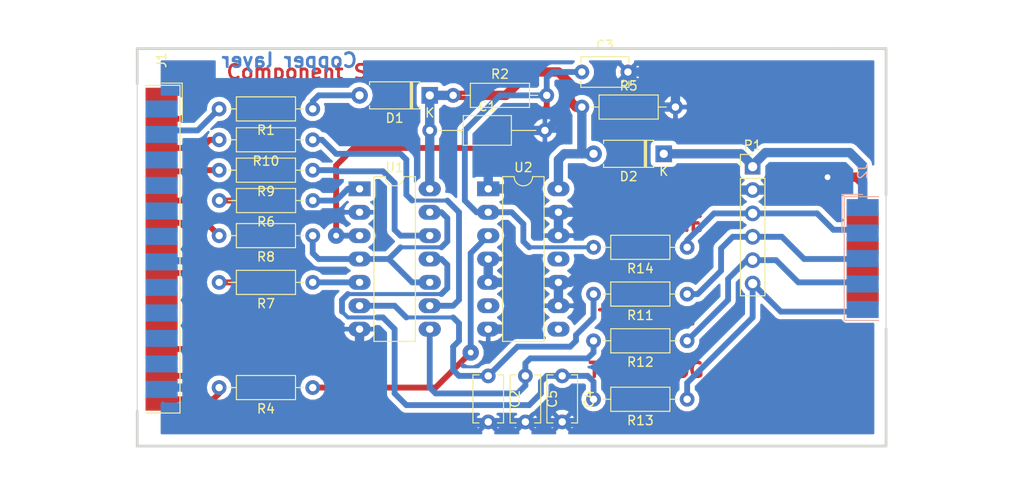
<source format=kicad_pcb>
(kicad_pcb (version 20171130) (host pcbnew "(5.0.0-rc2-151-g11ab8f6dc)")

  (general
    (thickness 1.6002)
    (drawings 19)
    (tracks 269)
    (zones 0)
    (modules 25)
    (nets 43)
  )

  (page A4)
  (title_block
    (rev 1)
    (company "Kicad Demo")
  )

  (layers
    (0 top_copper signal)
    (31 bottom_copper signal)
    (32 B.Adhes user)
    (33 F.Adhes user)
    (34 B.Paste user)
    (35 F.Paste user)
    (36 B.SilkS user)
    (37 F.SilkS user)
    (38 B.Mask user)
    (39 F.Mask user)
    (40 Dwgs.User user)
    (41 Cmts.User user)
    (42 Eco1.User user)
    (43 Eco2.User user)
    (44 Edge.Cuts user)
    (45 Margin user)
    (46 B.CrtYd user)
    (47 F.CrtYd user)
    (48 B.Fab user)
    (49 F.Fab user)
  )

  (setup
    (last_trace_width 0.635)
    (user_trace_width 0.4)
    (user_trace_width 1)
    (trace_clearance 0.254)
    (zone_clearance 0.508)
    (zone_45_only no)
    (trace_min 0.2032)
    (segment_width 0.3)
    (edge_width 0.1)
    (via_size 1.651)
    (via_drill 0.635)
    (via_min_size 0.889)
    (via_min_drill 0.508)
    (uvia_size 0.508)
    (uvia_drill 0.127)
    (uvias_allowed no)
    (uvia_min_size 0.508)
    (uvia_min_drill 0.127)
    (pcb_text_width 0.3048)
    (pcb_text_size 1.5 1.5)
    (mod_edge_width 0.3)
    (mod_text_size 0.3 1.5)
    (mod_text_width 0.3)
    (pad_size 1.778 5.08)
    (pad_drill 0)
    (pad_to_mask_clearance 0.254)
    (aux_axis_origin 0 0)
    (visible_elements 7FFFFFFF)
    (pcbplotparams
      (layerselection 0x00030_80000001)
      (usegerberextensions false)
      (usegerberattributes false)
      (usegerberadvancedattributes false)
      (creategerberjobfile false)
      (excludeedgelayer false)
      (linewidth 0.150000)
      (plotframeref false)
      (viasonmask false)
      (mode 1)
      (useauxorigin false)
      (hpglpennumber 1)
      (hpglpenspeed 20)
      (hpglpendiameter 15.000000)
      (psnegative false)
      (psa4output false)
      (plotreference true)
      (plotvalue true)
      (plotinvisibletext false)
      (padsonsilk false)
      (subtractmaskfromsilk false)
      (outputformat 1)
      (mirror false)
      (drillshape 1)
      (scaleselection 1)
      (outputdirectory ""))
  )

  (net 0 "")
  (net 1 /CLK-D1)
  (net 2 /CTRL-D3)
  (net 3 /DONE-SELECT*)
  (net 4 /PWR_3,3-5V)
  (net 5 /TCK-CCLK)
  (net 6 /TD0-DONE)
  (net 7 /TD0-PROG-D4)
  (net 8 /TDI-DIN)
  (net 9 /TDI-DIN-D0)
  (net 10 /TMS-PROG)
  (net 11 /TMS-PROG-D2)
  (net 12 /VCC_SENSE-ERROR*)
  (net 13 GND)
  (net 14 VCC)
  (net 15 "Net-(C3-Pad1)")
  (net 16 "Net-(R4-Pad1)")
  (net 17 "Net-(U2-Pad6)")
  (net 18 "Net-(U2-Pad8)")
  (net 19 "Net-(U2-Pad11)")
  (net 20 "Net-(R6-Pad1)")
  (net 21 "Net-(R8-Pad1)")
  (net 22 "Net-(R7-Pad1)")
  (net 23 "Net-(C2-Pad1)")
  (net 24 "Net-(C5-Pad1)")
  (net 25 "Net-(R10-Pad1)")
  (net 26 "Net-(C4-Pad1)")
  (net 27 "Net-(R9-Pad1)")
  (net 28 "Net-(D1-Pad2)")
  (net 29 "Net-(J1-Pad11)")
  (net 30 "Net-(J1-Pad10)")
  (net 31 "Net-(J1-Pad9)")
  (net 32 "Net-(J1-Pad7)")
  (net 33 "Net-(J1-Pad1)")
  (net 34 "Net-(J1-Pad24)")
  (net 35 "Net-(J1-Pad23)")
  (net 36 "Net-(J1-Pad22)")
  (net 37 "Net-(J1-Pad21)")
  (net 38 "Net-(J1-Pad19)")
  (net 39 "Net-(J1-Pad18)")
  (net 40 "Net-(J1-Pad17)")
  (net 41 "Net-(J1-Pad16)")
  (net 42 "Net-(J1-Pad14)")

  (net_class Default "Ceci est la Netclass par défaut"
    (clearance 0.254)
    (trace_width 0.635)
    (via_dia 1.651)
    (via_drill 0.635)
    (uvia_dia 0.508)
    (uvia_drill 0.127)
    (add_net /CLK-D1)
    (add_net /CTRL-D3)
    (add_net /DONE-SELECT*)
    (add_net /PWR_3,3-5V)
    (add_net /TCK-CCLK)
    (add_net /TD0-DONE)
    (add_net /TD0-PROG-D4)
    (add_net /TDI-DIN)
    (add_net /TDI-DIN-D0)
    (add_net /TMS-PROG)
    (add_net /TMS-PROG-D2)
    (add_net /VCC_SENSE-ERROR*)
    (add_net GND)
    (add_net "Net-(C2-Pad1)")
    (add_net "Net-(C3-Pad1)")
    (add_net "Net-(C4-Pad1)")
    (add_net "Net-(C5-Pad1)")
    (add_net "Net-(D1-Pad2)")
    (add_net "Net-(J1-Pad1)")
    (add_net "Net-(J1-Pad10)")
    (add_net "Net-(J1-Pad11)")
    (add_net "Net-(J1-Pad14)")
    (add_net "Net-(J1-Pad16)")
    (add_net "Net-(J1-Pad17)")
    (add_net "Net-(J1-Pad18)")
    (add_net "Net-(J1-Pad19)")
    (add_net "Net-(J1-Pad21)")
    (add_net "Net-(J1-Pad22)")
    (add_net "Net-(J1-Pad23)")
    (add_net "Net-(J1-Pad24)")
    (add_net "Net-(J1-Pad7)")
    (add_net "Net-(J1-Pad9)")
    (add_net "Net-(R10-Pad1)")
    (add_net "Net-(R4-Pad1)")
    (add_net "Net-(R6-Pad1)")
    (add_net "Net-(R7-Pad1)")
    (add_net "Net-(R8-Pad1)")
    (add_net "Net-(R9-Pad1)")
    (add_net "Net-(U2-Pad11)")
    (add_net "Net-(U2-Pad6)")
    (add_net "Net-(U2-Pad8)")
    (add_net VCC)
  )

  (module Connector_Dsub:DSUB-25_Male_EdgeMount_P2.77mm (layer top_copper) (tedit 59FEDEE2) (tstamp 5A73AC29)
    (at 105.5116 89.1032 270)
    (descr "25-pin D-Sub connector, solder-cups edge-mounted, male, x-pin-pitch 2.77mm, distance of mounting holes 47.1mm, see https://disti-assets.s3.amazonaws.com/tonar/files/datasheets/16730.pdf")
    (tags "25-pin D-Sub connector edge mount solder cup male x-pin-pitch 2.77mm mounting holes distance 47.1mm")
    (path /3EBF7D04)
    (attr smd)
    (fp_text reference J1 (at -20.543333 0 270) (layer F.SilkS)
      (effects (font (size 1 1) (thickness 0.15)))
    )
    (fp_text value DB25MALE (at 0 16.69 270) (layer F.Fab)
      (effects (font (size 1 1) (thickness 0.15)))
    )
    (fp_line (start -17.22 -0.91) (end -17.22 1.99) (layer F.Fab) (width 0.1))
    (fp_line (start -17.22 1.99) (end -16.02 1.99) (layer F.Fab) (width 0.1))
    (fp_line (start -16.02 1.99) (end -16.02 -0.91) (layer F.Fab) (width 0.1))
    (fp_line (start -16.02 -0.91) (end -17.22 -0.91) (layer F.Fab) (width 0.1))
    (fp_line (start -14.45 -0.91) (end -14.45 1.99) (layer F.Fab) (width 0.1))
    (fp_line (start -14.45 1.99) (end -13.25 1.99) (layer F.Fab) (width 0.1))
    (fp_line (start -13.25 1.99) (end -13.25 -0.91) (layer F.Fab) (width 0.1))
    (fp_line (start -13.25 -0.91) (end -14.45 -0.91) (layer F.Fab) (width 0.1))
    (fp_line (start -11.68 -0.91) (end -11.68 1.99) (layer F.Fab) (width 0.1))
    (fp_line (start -11.68 1.99) (end -10.48 1.99) (layer F.Fab) (width 0.1))
    (fp_line (start -10.48 1.99) (end -10.48 -0.91) (layer F.Fab) (width 0.1))
    (fp_line (start -10.48 -0.91) (end -11.68 -0.91) (layer F.Fab) (width 0.1))
    (fp_line (start -8.91 -0.91) (end -8.91 1.99) (layer F.Fab) (width 0.1))
    (fp_line (start -8.91 1.99) (end -7.71 1.99) (layer F.Fab) (width 0.1))
    (fp_line (start -7.71 1.99) (end -7.71 -0.91) (layer F.Fab) (width 0.1))
    (fp_line (start -7.71 -0.91) (end -8.91 -0.91) (layer F.Fab) (width 0.1))
    (fp_line (start -6.14 -0.91) (end -6.14 1.99) (layer F.Fab) (width 0.1))
    (fp_line (start -6.14 1.99) (end -4.94 1.99) (layer F.Fab) (width 0.1))
    (fp_line (start -4.94 1.99) (end -4.94 -0.91) (layer F.Fab) (width 0.1))
    (fp_line (start -4.94 -0.91) (end -6.14 -0.91) (layer F.Fab) (width 0.1))
    (fp_line (start -3.37 -0.91) (end -3.37 1.99) (layer F.Fab) (width 0.1))
    (fp_line (start -3.37 1.99) (end -2.17 1.99) (layer F.Fab) (width 0.1))
    (fp_line (start -2.17 1.99) (end -2.17 -0.91) (layer F.Fab) (width 0.1))
    (fp_line (start -2.17 -0.91) (end -3.37 -0.91) (layer F.Fab) (width 0.1))
    (fp_line (start -0.6 -0.91) (end -0.6 1.99) (layer F.Fab) (width 0.1))
    (fp_line (start -0.6 1.99) (end 0.6 1.99) (layer F.Fab) (width 0.1))
    (fp_line (start 0.6 1.99) (end 0.6 -0.91) (layer F.Fab) (width 0.1))
    (fp_line (start 0.6 -0.91) (end -0.6 -0.91) (layer F.Fab) (width 0.1))
    (fp_line (start 2.17 -0.91) (end 2.17 1.99) (layer F.Fab) (width 0.1))
    (fp_line (start 2.17 1.99) (end 3.37 1.99) (layer F.Fab) (width 0.1))
    (fp_line (start 3.37 1.99) (end 3.37 -0.91) (layer F.Fab) (width 0.1))
    (fp_line (start 3.37 -0.91) (end 2.17 -0.91) (layer F.Fab) (width 0.1))
    (fp_line (start 4.94 -0.91) (end 4.94 1.99) (layer F.Fab) (width 0.1))
    (fp_line (start 4.94 1.99) (end 6.14 1.99) (layer F.Fab) (width 0.1))
    (fp_line (start 6.14 1.99) (end 6.14 -0.91) (layer F.Fab) (width 0.1))
    (fp_line (start 6.14 -0.91) (end 4.94 -0.91) (layer F.Fab) (width 0.1))
    (fp_line (start 7.71 -0.91) (end 7.71 1.99) (layer F.Fab) (width 0.1))
    (fp_line (start 7.71 1.99) (end 8.91 1.99) (layer F.Fab) (width 0.1))
    (fp_line (start 8.91 1.99) (end 8.91 -0.91) (layer F.Fab) (width 0.1))
    (fp_line (start 8.91 -0.91) (end 7.71 -0.91) (layer F.Fab) (width 0.1))
    (fp_line (start 10.48 -0.91) (end 10.48 1.99) (layer F.Fab) (width 0.1))
    (fp_line (start 10.48 1.99) (end 11.68 1.99) (layer F.Fab) (width 0.1))
    (fp_line (start 11.68 1.99) (end 11.68 -0.91) (layer F.Fab) (width 0.1))
    (fp_line (start 11.68 -0.91) (end 10.48 -0.91) (layer F.Fab) (width 0.1))
    (fp_line (start 13.25 -0.91) (end 13.25 1.99) (layer F.Fab) (width 0.1))
    (fp_line (start 13.25 1.99) (end 14.45 1.99) (layer F.Fab) (width 0.1))
    (fp_line (start 14.45 1.99) (end 14.45 -0.91) (layer F.Fab) (width 0.1))
    (fp_line (start 14.45 -0.91) (end 13.25 -0.91) (layer F.Fab) (width 0.1))
    (fp_line (start 16.02 -0.91) (end 16.02 1.99) (layer F.Fab) (width 0.1))
    (fp_line (start 16.02 1.99) (end 17.22 1.99) (layer F.Fab) (width 0.1))
    (fp_line (start 17.22 1.99) (end 17.22 -0.91) (layer F.Fab) (width 0.1))
    (fp_line (start 17.22 -0.91) (end 16.02 -0.91) (layer F.Fab) (width 0.1))
    (fp_line (start -15.835 -0.91) (end -15.835 1.99) (layer B.Fab) (width 0.1))
    (fp_line (start -15.835 1.99) (end -14.635 1.99) (layer B.Fab) (width 0.1))
    (fp_line (start -14.635 1.99) (end -14.635 -0.91) (layer B.Fab) (width 0.1))
    (fp_line (start -14.635 -0.91) (end -15.835 -0.91) (layer B.Fab) (width 0.1))
    (fp_line (start -13.065 -0.91) (end -13.065 1.99) (layer B.Fab) (width 0.1))
    (fp_line (start -13.065 1.99) (end -11.865 1.99) (layer B.Fab) (width 0.1))
    (fp_line (start -11.865 1.99) (end -11.865 -0.91) (layer B.Fab) (width 0.1))
    (fp_line (start -11.865 -0.91) (end -13.065 -0.91) (layer B.Fab) (width 0.1))
    (fp_line (start -10.295 -0.91) (end -10.295 1.99) (layer B.Fab) (width 0.1))
    (fp_line (start -10.295 1.99) (end -9.095 1.99) (layer B.Fab) (width 0.1))
    (fp_line (start -9.095 1.99) (end -9.095 -0.91) (layer B.Fab) (width 0.1))
    (fp_line (start -9.095 -0.91) (end -10.295 -0.91) (layer B.Fab) (width 0.1))
    (fp_line (start -7.525 -0.91) (end -7.525 1.99) (layer B.Fab) (width 0.1))
    (fp_line (start -7.525 1.99) (end -6.325 1.99) (layer B.Fab) (width 0.1))
    (fp_line (start -6.325 1.99) (end -6.325 -0.91) (layer B.Fab) (width 0.1))
    (fp_line (start -6.325 -0.91) (end -7.525 -0.91) (layer B.Fab) (width 0.1))
    (fp_line (start -4.755 -0.91) (end -4.755 1.99) (layer B.Fab) (width 0.1))
    (fp_line (start -4.755 1.99) (end -3.555 1.99) (layer B.Fab) (width 0.1))
    (fp_line (start -3.555 1.99) (end -3.555 -0.91) (layer B.Fab) (width 0.1))
    (fp_line (start -3.555 -0.91) (end -4.755 -0.91) (layer B.Fab) (width 0.1))
    (fp_line (start -1.985 -0.91) (end -1.985 1.99) (layer B.Fab) (width 0.1))
    (fp_line (start -1.985 1.99) (end -0.785 1.99) (layer B.Fab) (width 0.1))
    (fp_line (start -0.785 1.99) (end -0.785 -0.91) (layer B.Fab) (width 0.1))
    (fp_line (start -0.785 -0.91) (end -1.985 -0.91) (layer B.Fab) (width 0.1))
    (fp_line (start 0.785 -0.91) (end 0.785 1.99) (layer B.Fab) (width 0.1))
    (fp_line (start 0.785 1.99) (end 1.985 1.99) (layer B.Fab) (width 0.1))
    (fp_line (start 1.985 1.99) (end 1.985 -0.91) (layer B.Fab) (width 0.1))
    (fp_line (start 1.985 -0.91) (end 0.785 -0.91) (layer B.Fab) (width 0.1))
    (fp_line (start 3.555 -0.91) (end 3.555 1.99) (layer B.Fab) (width 0.1))
    (fp_line (start 3.555 1.99) (end 4.755 1.99) (layer B.Fab) (width 0.1))
    (fp_line (start 4.755 1.99) (end 4.755 -0.91) (layer B.Fab) (width 0.1))
    (fp_line (start 4.755 -0.91) (end 3.555 -0.91) (layer B.Fab) (width 0.1))
    (fp_line (start 6.325 -0.91) (end 6.325 1.99) (layer B.Fab) (width 0.1))
    (fp_line (start 6.325 1.99) (end 7.525 1.99) (layer B.Fab) (width 0.1))
    (fp_line (start 7.525 1.99) (end 7.525 -0.91) (layer B.Fab) (width 0.1))
    (fp_line (start 7.525 -0.91) (end 6.325 -0.91) (layer B.Fab) (width 0.1))
    (fp_line (start 9.095 -0.91) (end 9.095 1.99) (layer B.Fab) (width 0.1))
    (fp_line (start 9.095 1.99) (end 10.295 1.99) (layer B.Fab) (width 0.1))
    (fp_line (start 10.295 1.99) (end 10.295 -0.91) (layer B.Fab) (width 0.1))
    (fp_line (start 10.295 -0.91) (end 9.095 -0.91) (layer B.Fab) (width 0.1))
    (fp_line (start 11.865 -0.91) (end 11.865 1.99) (layer B.Fab) (width 0.1))
    (fp_line (start 11.865 1.99) (end 13.065 1.99) (layer B.Fab) (width 0.1))
    (fp_line (start 13.065 1.99) (end 13.065 -0.91) (layer B.Fab) (width 0.1))
    (fp_line (start 13.065 -0.91) (end 11.865 -0.91) (layer B.Fab) (width 0.1))
    (fp_line (start 14.635 -0.91) (end 14.635 1.99) (layer B.Fab) (width 0.1))
    (fp_line (start 14.635 1.99) (end 15.835 1.99) (layer B.Fab) (width 0.1))
    (fp_line (start 15.835 1.99) (end 15.835 -0.91) (layer B.Fab) (width 0.1))
    (fp_line (start 15.835 -0.91) (end 14.635 -0.91) (layer B.Fab) (width 0.1))
    (fp_line (start -18.55 1.99) (end -18.55 4.79) (layer F.Fab) (width 0.1))
    (fp_line (start -18.55 4.79) (end 18.55 4.79) (layer F.Fab) (width 0.1))
    (fp_line (start 18.55 4.79) (end 18.55 1.99) (layer F.Fab) (width 0.1))
    (fp_line (start 18.55 1.99) (end -18.55 1.99) (layer F.Fab) (width 0.1))
    (fp_line (start -19.55 4.79) (end -19.55 9.29) (layer F.Fab) (width 0.1))
    (fp_line (start -19.55 9.29) (end 19.55 9.29) (layer F.Fab) (width 0.1))
    (fp_line (start 19.55 9.29) (end 19.55 4.79) (layer F.Fab) (width 0.1))
    (fp_line (start 19.55 4.79) (end -19.55 4.79) (layer F.Fab) (width 0.1))
    (fp_line (start -26.55 9.29) (end -26.55 9.69) (layer F.Fab) (width 0.1))
    (fp_line (start -26.55 9.69) (end 26.55 9.69) (layer F.Fab) (width 0.1))
    (fp_line (start 26.55 9.69) (end 26.55 9.29) (layer F.Fab) (width 0.1))
    (fp_line (start 26.55 9.29) (end -26.55 9.29) (layer F.Fab) (width 0.1))
    (fp_line (start -19.15 9.69) (end -19.15 15.69) (layer F.Fab) (width 0.1))
    (fp_line (start -19.15 15.69) (end 19.15 15.69) (layer F.Fab) (width 0.1))
    (fp_line (start 19.15 15.69) (end 19.15 9.69) (layer F.Fab) (width 0.1))
    (fp_line (start 19.15 9.69) (end -19.15 9.69) (layer F.Fab) (width 0.1))
    (fp_line (start -18.05 -2.25) (end 18.05 -2.25) (layer F.CrtYd) (width 0.05))
    (fp_line (start 18.05 -2.25) (end 18.05 1.5) (layer F.CrtYd) (width 0.05))
    (fp_line (start 18.05 1.5) (end 19.05 1.5) (layer F.CrtYd) (width 0.05))
    (fp_line (start 19.05 1.5) (end 19.05 4.3) (layer F.CrtYd) (width 0.05))
    (fp_line (start 19.05 4.3) (end 20.05 4.3) (layer F.CrtYd) (width 0.05))
    (fp_line (start 20.05 4.3) (end 20.05 8.8) (layer F.CrtYd) (width 0.05))
    (fp_line (start 20.05 8.8) (end 27.05 8.8) (layer F.CrtYd) (width 0.05))
    (fp_line (start 27.05 8.8) (end 27.05 10.2) (layer F.CrtYd) (width 0.05))
    (fp_line (start 27.05 10.2) (end 19.65 10.2) (layer F.CrtYd) (width 0.05))
    (fp_line (start 19.65 10.2) (end 19.65 16.2) (layer F.CrtYd) (width 0.05))
    (fp_line (start 19.65 16.2) (end -19.65 16.2) (layer F.CrtYd) (width 0.05))
    (fp_line (start -19.65 16.2) (end -19.65 10.2) (layer F.CrtYd) (width 0.05))
    (fp_line (start -19.65 10.2) (end -27.05 10.2) (layer F.CrtYd) (width 0.05))
    (fp_line (start -27.05 10.2) (end -27.05 8.8) (layer F.CrtYd) (width 0.05))
    (fp_line (start -27.05 8.8) (end -20.05 8.8) (layer F.CrtYd) (width 0.05))
    (fp_line (start -20.05 8.8) (end -20.05 4.3) (layer F.CrtYd) (width 0.05))
    (fp_line (start -20.05 4.3) (end -19.05 4.3) (layer F.CrtYd) (width 0.05))
    (fp_line (start -19.05 4.3) (end -19.05 1.5) (layer F.CrtYd) (width 0.05))
    (fp_line (start -19.05 1.5) (end -18.05 1.5) (layer F.CrtYd) (width 0.05))
    (fp_line (start -18.05 1.5) (end -18.05 -2.25) (layer F.CrtYd) (width 0.05))
    (fp_line (start 17.803333 1.74) (end 17.803333 -2) (layer F.SilkS) (width 0.12))
    (fp_line (start 17.803333 -2) (end -17.803333 -2) (layer F.SilkS) (width 0.12))
    (fp_line (start -17.803333 -2) (end -17.803333 1.74) (layer F.SilkS) (width 0.12))
    (fp_line (start -18.043333 0) (end -18.043333 -2.24) (layer F.SilkS) (width 0.12))
    (fp_line (start -18.043333 -2.24) (end -13.85 -2.24) (layer F.SilkS) (width 0.12))
    (fp_line (start -26.55 1.99) (end 26.55 1.99) (layer Dwgs.User) (width 0.05))
    (fp_text user %R (at 0 3.39 270) (layer F.Fab)
      (effects (font (size 1 1) (thickness 0.15)))
    )
    (fp_text user "PCB edge" (at -21.55 1.323333 270) (layer Dwgs.User)
      (effects (font (size 0.5 0.5) (thickness 0.075)))
    )
    (pad 1 smd rect (at -16.62 0 270) (size 1.846667 3.48) (layers top_copper F.Paste F.Mask)
      (net 33 "Net-(J1-Pad1)"))
    (pad 2 smd rect (at -13.85 0 270) (size 1.846667 3.48) (layers top_copper F.Paste F.Mask)
      (net 9 /TDI-DIN-D0))
    (pad 3 smd rect (at -11.08 0 270) (size 1.846667 3.48) (layers top_copper F.Paste F.Mask)
      (net 1 /CLK-D1))
    (pad 4 smd rect (at -8.31 0 270) (size 1.846667 3.48) (layers top_copper F.Paste F.Mask)
      (net 11 /TMS-PROG-D2))
    (pad 5 smd rect (at -5.54 0 270) (size 1.846667 3.48) (layers top_copper F.Paste F.Mask)
      (net 2 /CTRL-D3))
    (pad 6 smd rect (at -2.77 0 270) (size 1.846667 3.48) (layers top_copper F.Paste F.Mask)
      (net 7 /TD0-PROG-D4))
    (pad 7 smd rect (at 0 0 270) (size 1.846667 3.48) (layers top_copper F.Paste F.Mask)
      (net 32 "Net-(J1-Pad7)"))
    (pad 8 smd rect (at 2.77 0 270) (size 1.846667 3.48) (layers top_copper F.Paste F.Mask)
      (net 29 "Net-(J1-Pad11)"))
    (pad 9 smd rect (at 5.54 0 270) (size 1.846667 3.48) (layers top_copper F.Paste F.Mask)
      (net 31 "Net-(J1-Pad9)"))
    (pad 10 smd rect (at 8.31 0 270) (size 1.846667 3.48) (layers top_copper F.Paste F.Mask)
      (net 30 "Net-(J1-Pad10)"))
    (pad 11 smd rect (at 11.08 0 270) (size 1.846667 3.48) (layers top_copper F.Paste F.Mask)
      (net 29 "Net-(J1-Pad11)"))
    (pad 12 smd rect (at 13.85 0 270) (size 1.846667 3.48) (layers top_copper F.Paste F.Mask)
      (net 29 "Net-(J1-Pad11)"))
    (pad 13 smd rect (at 16.62 0 270) (size 1.846667 3.48) (layers top_copper F.Paste F.Mask)
      (net 3 /DONE-SELECT*))
    (pad 14 smd rect (at -15.235 0 270) (size 1.846667 3.48) (layers bottom_copper B.Paste B.Mask)
      (net 42 "Net-(J1-Pad14)"))
    (pad 15 smd rect (at -12.465 0 270) (size 1.846667 3.48) (layers bottom_copper B.Paste B.Mask)
      (net 12 /VCC_SENSE-ERROR*))
    (pad 16 smd rect (at -9.695 0 270) (size 1.846667 3.48) (layers bottom_copper B.Paste B.Mask)
      (net 41 "Net-(J1-Pad16)"))
    (pad 17 smd rect (at -6.925 0 270) (size 1.846667 3.48) (layers bottom_copper B.Paste B.Mask)
      (net 40 "Net-(J1-Pad17)"))
    (pad 18 smd rect (at -4.155 0 270) (size 1.846667 3.48) (layers bottom_copper B.Paste B.Mask)
      (net 39 "Net-(J1-Pad18)"))
    (pad 19 smd rect (at -1.385 0 270) (size 1.846667 3.48) (layers bottom_copper B.Paste B.Mask)
      (net 38 "Net-(J1-Pad19)"))
    (pad 20 smd rect (at 1.385 0 270) (size 1.846667 3.48) (layers bottom_copper B.Paste B.Mask)
      (net 13 GND))
    (pad 21 smd rect (at 4.155 0 270) (size 1.846667 3.48) (layers bottom_copper B.Paste B.Mask)
      (net 37 "Net-(J1-Pad21)"))
    (pad 22 smd rect (at 6.925 0 270) (size 1.846667 3.48) (layers bottom_copper B.Paste B.Mask)
      (net 36 "Net-(J1-Pad22)"))
    (pad 23 smd rect (at 9.695 0 270) (size 1.846667 3.48) (layers bottom_copper B.Paste B.Mask)
      (net 35 "Net-(J1-Pad23)"))
    (pad 24 smd rect (at 12.465 0 270) (size 1.846667 3.48) (layers bottom_copper B.Paste B.Mask)
      (net 34 "Net-(J1-Pad24)"))
    (pad 25 smd rect (at 15.235 0 270) (size 1.846667 3.48) (layers bottom_copper B.Paste B.Mask)
      (net 13 GND))
    (model ${KISYS3DMOD}/Connector_Dsub.3dshapes/DSUB-25_Male_EdgeMount_P2.77mm.wrl
      (at (xyz 0 0 0))
      (scale (xyz 1 1 1))
      (rotate (xyz 0 0 0))
    )
  )

  (module Connector_Dsub:DSUB-9_Male_EdgeMount_P2.77mm (layer bottom_copper) (tedit 59FEDEE2) (tstamp 5A73B143)
    (at 181.61 90.1192 270)
    (descr "9-pin D-Sub connector, solder-cups edge-mounted, male, x-pin-pitch 2.77mm, distance of mounting holes 25mm, see https://disti-assets.s3.amazonaws.com/tonar/files/datasheets/16730.pdf")
    (tags "9-pin D-Sub connector edge mount solder cup male x-pin-pitch 2.77mm mounting holes distance 25mm")
    (path /3ECDE5C8)
    (attr smd)
    (fp_text reference J2 (at -9.463333 0 270) (layer B.SilkS)
      (effects (font (size 1 1) (thickness 0.15)) (justify mirror))
    )
    (fp_text value DB9MALE (at 0 -16.69 270) (layer B.Fab)
      (effects (font (size 1 1) (thickness 0.15)) (justify mirror))
    )
    (fp_line (start -6.14 0.91) (end -6.14 -1.99) (layer B.Fab) (width 0.1))
    (fp_line (start -6.14 -1.99) (end -4.94 -1.99) (layer B.Fab) (width 0.1))
    (fp_line (start -4.94 -1.99) (end -4.94 0.91) (layer B.Fab) (width 0.1))
    (fp_line (start -4.94 0.91) (end -6.14 0.91) (layer B.Fab) (width 0.1))
    (fp_line (start -3.37 0.91) (end -3.37 -1.99) (layer B.Fab) (width 0.1))
    (fp_line (start -3.37 -1.99) (end -2.17 -1.99) (layer B.Fab) (width 0.1))
    (fp_line (start -2.17 -1.99) (end -2.17 0.91) (layer B.Fab) (width 0.1))
    (fp_line (start -2.17 0.91) (end -3.37 0.91) (layer B.Fab) (width 0.1))
    (fp_line (start -0.6 0.91) (end -0.6 -1.99) (layer B.Fab) (width 0.1))
    (fp_line (start -0.6 -1.99) (end 0.6 -1.99) (layer B.Fab) (width 0.1))
    (fp_line (start 0.6 -1.99) (end 0.6 0.91) (layer B.Fab) (width 0.1))
    (fp_line (start 0.6 0.91) (end -0.6 0.91) (layer B.Fab) (width 0.1))
    (fp_line (start 2.17 0.91) (end 2.17 -1.99) (layer B.Fab) (width 0.1))
    (fp_line (start 2.17 -1.99) (end 3.37 -1.99) (layer B.Fab) (width 0.1))
    (fp_line (start 3.37 -1.99) (end 3.37 0.91) (layer B.Fab) (width 0.1))
    (fp_line (start 3.37 0.91) (end 2.17 0.91) (layer B.Fab) (width 0.1))
    (fp_line (start 4.94 0.91) (end 4.94 -1.99) (layer B.Fab) (width 0.1))
    (fp_line (start 4.94 -1.99) (end 6.14 -1.99) (layer B.Fab) (width 0.1))
    (fp_line (start 6.14 -1.99) (end 6.14 0.91) (layer B.Fab) (width 0.1))
    (fp_line (start 6.14 0.91) (end 4.94 0.91) (layer B.Fab) (width 0.1))
    (fp_line (start -4.755 0.91) (end -4.755 -1.99) (layer F.Fab) (width 0.1))
    (fp_line (start -4.755 -1.99) (end -3.555 -1.99) (layer F.Fab) (width 0.1))
    (fp_line (start -3.555 -1.99) (end -3.555 0.91) (layer F.Fab) (width 0.1))
    (fp_line (start -3.555 0.91) (end -4.755 0.91) (layer F.Fab) (width 0.1))
    (fp_line (start -1.985 0.91) (end -1.985 -1.99) (layer F.Fab) (width 0.1))
    (fp_line (start -1.985 -1.99) (end -0.785 -1.99) (layer F.Fab) (width 0.1))
    (fp_line (start -0.785 -1.99) (end -0.785 0.91) (layer F.Fab) (width 0.1))
    (fp_line (start -0.785 0.91) (end -1.985 0.91) (layer F.Fab) (width 0.1))
    (fp_line (start 0.785 0.91) (end 0.785 -1.99) (layer F.Fab) (width 0.1))
    (fp_line (start 0.785 -1.99) (end 1.985 -1.99) (layer F.Fab) (width 0.1))
    (fp_line (start 1.985 -1.99) (end 1.985 0.91) (layer F.Fab) (width 0.1))
    (fp_line (start 1.985 0.91) (end 0.785 0.91) (layer F.Fab) (width 0.1))
    (fp_line (start 3.555 0.91) (end 3.555 -1.99) (layer F.Fab) (width 0.1))
    (fp_line (start 3.555 -1.99) (end 4.755 -1.99) (layer F.Fab) (width 0.1))
    (fp_line (start 4.755 -1.99) (end 4.755 0.91) (layer F.Fab) (width 0.1))
    (fp_line (start 4.755 0.91) (end 3.555 0.91) (layer F.Fab) (width 0.1))
    (fp_line (start -7.55 -1.99) (end -7.55 -4.79) (layer B.Fab) (width 0.1))
    (fp_line (start -7.55 -4.79) (end 7.55 -4.79) (layer B.Fab) (width 0.1))
    (fp_line (start 7.55 -4.79) (end 7.55 -1.99) (layer B.Fab) (width 0.1))
    (fp_line (start 7.55 -1.99) (end -7.55 -1.99) (layer B.Fab) (width 0.1))
    (fp_line (start -8.55 -4.79) (end -8.55 -9.29) (layer B.Fab) (width 0.1))
    (fp_line (start -8.55 -9.29) (end 8.55 -9.29) (layer B.Fab) (width 0.1))
    (fp_line (start 8.55 -9.29) (end 8.55 -4.79) (layer B.Fab) (width 0.1))
    (fp_line (start 8.55 -4.79) (end -8.55 -4.79) (layer B.Fab) (width 0.1))
    (fp_line (start -15.425 -9.29) (end -15.425 -9.69) (layer B.Fab) (width 0.1))
    (fp_line (start -15.425 -9.69) (end 15.425 -9.69) (layer B.Fab) (width 0.1))
    (fp_line (start 15.425 -9.69) (end 15.425 -9.29) (layer B.Fab) (width 0.1))
    (fp_line (start 15.425 -9.29) (end -15.425 -9.29) (layer B.Fab) (width 0.1))
    (fp_line (start -8.15 -9.69) (end -8.15 -15.69) (layer B.Fab) (width 0.1))
    (fp_line (start -8.15 -15.69) (end 8.15 -15.69) (layer B.Fab) (width 0.1))
    (fp_line (start 8.15 -15.69) (end 8.15 -9.69) (layer B.Fab) (width 0.1))
    (fp_line (start 8.15 -9.69) (end -8.15 -9.69) (layer B.Fab) (width 0.1))
    (fp_line (start -7 2.25) (end 7 2.25) (layer B.CrtYd) (width 0.05))
    (fp_line (start 7 2.25) (end 7 -1.5) (layer B.CrtYd) (width 0.05))
    (fp_line (start 7 -1.5) (end 8.05 -1.5) (layer B.CrtYd) (width 0.05))
    (fp_line (start 8.05 -1.5) (end 8.05 -4.3) (layer B.CrtYd) (width 0.05))
    (fp_line (start 8.05 -4.3) (end 9.05 -4.3) (layer B.CrtYd) (width 0.05))
    (fp_line (start 9.05 -4.3) (end 9.05 -8.8) (layer B.CrtYd) (width 0.05))
    (fp_line (start 9.05 -8.8) (end 15.95 -8.8) (layer B.CrtYd) (width 0.05))
    (fp_line (start 15.95 -8.8) (end 15.95 -10.2) (layer B.CrtYd) (width 0.05))
    (fp_line (start 15.95 -10.2) (end 8.65 -10.2) (layer B.CrtYd) (width 0.05))
    (fp_line (start 8.65 -10.2) (end 8.65 -16.2) (layer B.CrtYd) (width 0.05))
    (fp_line (start 8.65 -16.2) (end -8.65 -16.2) (layer B.CrtYd) (width 0.05))
    (fp_line (start -8.65 -16.2) (end -8.65 -10.2) (layer B.CrtYd) (width 0.05))
    (fp_line (start -8.65 -10.2) (end -15.95 -10.2) (layer B.CrtYd) (width 0.05))
    (fp_line (start -15.95 -10.2) (end -15.95 -8.8) (layer B.CrtYd) (width 0.05))
    (fp_line (start -15.95 -8.8) (end -9.05 -8.8) (layer B.CrtYd) (width 0.05))
    (fp_line (start -9.05 -8.8) (end -9.05 -4.3) (layer B.CrtYd) (width 0.05))
    (fp_line (start -9.05 -4.3) (end -8.05 -4.3) (layer B.CrtYd) (width 0.05))
    (fp_line (start -8.05 -4.3) (end -8.05 -1.5) (layer B.CrtYd) (width 0.05))
    (fp_line (start -8.05 -1.5) (end -7 -1.5) (layer B.CrtYd) (width 0.05))
    (fp_line (start -7 -1.5) (end -7 2.25) (layer B.CrtYd) (width 0.05))
    (fp_line (start 6.723333 -1.74) (end 6.723333 2) (layer B.SilkS) (width 0.12))
    (fp_line (start 6.723333 2) (end -6.723333 2) (layer B.SilkS) (width 0.12))
    (fp_line (start -6.723333 2) (end -6.723333 -1.74) (layer B.SilkS) (width 0.12))
    (fp_line (start -6.963333 0) (end -6.963333 2.24) (layer B.SilkS) (width 0.12))
    (fp_line (start -6.963333 2.24) (end -2.77 2.24) (layer B.SilkS) (width 0.12))
    (fp_line (start -15.425 -1.99) (end 15.425 -1.99) (layer Dwgs.User) (width 0.05))
    (fp_text user %R (at 0 -3.39 270) (layer B.Fab)
      (effects (font (size 1 1) (thickness 0.15)) (justify mirror))
    )
    (fp_text user "PCB edge" (at -10.425 -1.323333 270) (layer Dwgs.User)
      (effects (font (size 0.5 0.5) (thickness 0.075)))
    )
    (pad 1 smd rect (at -5.54 0 270) (size 1.846667 3.48) (layers bottom_copper B.Paste B.Mask)
      (net 4 /PWR_3,3-5V))
    (pad 2 smd rect (at -2.77 0 270) (size 1.846667 3.48) (layers bottom_copper B.Paste B.Mask)
      (net 6 /TD0-DONE))
    (pad 3 smd rect (at 0 0 270) (size 1.846667 3.48) (layers bottom_copper B.Paste B.Mask)
      (net 8 /TDI-DIN))
    (pad 4 smd rect (at 2.77 0 270) (size 1.846667 3.48) (layers bottom_copper B.Paste B.Mask)
      (net 5 /TCK-CCLK))
    (pad 5 smd rect (at 5.54 0 270) (size 1.846667 3.48) (layers bottom_copper B.Paste B.Mask)
      (net 10 /TMS-PROG))
    (pad 6 smd rect (at -4.155 0 270) (size 1.846667 3.48) (layers top_copper F.Paste F.Mask)
      (net 13 GND))
    (pad 7 smd rect (at -1.385 0 270) (size 1.846667 3.48) (layers top_copper F.Paste F.Mask)
      (net 13 GND))
    (pad 8 smd rect (at 1.385 0 270) (size 1.846667 3.48) (layers top_copper F.Paste F.Mask)
      (net 13 GND))
    (pad 9 smd rect (at 4.155 0 270) (size 1.846667 3.48) (layers top_copper F.Paste F.Mask)
      (net 13 GND))
    (model ${KISYS3DMOD}/Connector_Dsub.3dshapes/DSUB-9_Male_EdgeMount_P2.77mm.wrl
      (at (xyz 0 0 0))
      (scale (xyz 1 1 1))
      (rotate (xyz 0 0 0))
    )
  )

  (module Connector_PinHeader_2.54mm:PinHeader_1x06_P2.54mm_Vertical (layer top_copper) (tedit 59FED5CC) (tstamp 5A583D55)
    (at 169.672 80.137)
    (descr "Through hole straight pin header, 1x06, 2.54mm pitch, single row")
    (tags "Through hole pin header THT 1x06 2.54mm single row")
    (path /3EBF830C)
    (fp_text reference P1 (at 0 -2.33) (layer F.SilkS)
      (effects (font (size 1 1) (thickness 0.15)))
    )
    (fp_text value CONN_6 (at 0 15.03) (layer F.Fab)
      (effects (font (size 1 1) (thickness 0.15)))
    )
    (fp_line (start -0.635 -1.27) (end 1.27 -1.27) (layer F.Fab) (width 0.1))
    (fp_line (start 1.27 -1.27) (end 1.27 13.97) (layer F.Fab) (width 0.1))
    (fp_line (start 1.27 13.97) (end -1.27 13.97) (layer F.Fab) (width 0.1))
    (fp_line (start -1.27 13.97) (end -1.27 -0.635) (layer F.Fab) (width 0.1))
    (fp_line (start -1.27 -0.635) (end -0.635 -1.27) (layer F.Fab) (width 0.1))
    (fp_line (start -1.33 14.03) (end 1.33 14.03) (layer F.SilkS) (width 0.12))
    (fp_line (start -1.33 1.27) (end -1.33 14.03) (layer F.SilkS) (width 0.12))
    (fp_line (start 1.33 1.27) (end 1.33 14.03) (layer F.SilkS) (width 0.12))
    (fp_line (start -1.33 1.27) (end 1.33 1.27) (layer F.SilkS) (width 0.12))
    (fp_line (start -1.33 0) (end -1.33 -1.33) (layer F.SilkS) (width 0.12))
    (fp_line (start -1.33 -1.33) (end 0 -1.33) (layer F.SilkS) (width 0.12))
    (fp_line (start -1.8 -1.8) (end -1.8 14.5) (layer F.CrtYd) (width 0.05))
    (fp_line (start -1.8 14.5) (end 1.8 14.5) (layer F.CrtYd) (width 0.05))
    (fp_line (start 1.8 14.5) (end 1.8 -1.8) (layer F.CrtYd) (width 0.05))
    (fp_line (start 1.8 -1.8) (end -1.8 -1.8) (layer F.CrtYd) (width 0.05))
    (fp_text user %R (at 0 6.35 90) (layer F.Fab)
      (effects (font (size 1 1) (thickness 0.15)))
    )
    (pad 1 thru_hole rect (at 0 0) (size 1.7 1.7) (drill 1) (layers *.Cu *.Mask)
      (net 4 /PWR_3,3-5V))
    (pad 2 thru_hole oval (at 0 2.54) (size 1.7 1.7) (drill 1) (layers *.Cu *.Mask)
      (net 13 GND))
    (pad 3 thru_hole oval (at 0 5.08) (size 1.7 1.7) (drill 1) (layers *.Cu *.Mask)
      (net 6 /TD0-DONE))
    (pad 4 thru_hole oval (at 0 7.62) (size 1.7 1.7) (drill 1) (layers *.Cu *.Mask)
      (net 8 /TDI-DIN))
    (pad 5 thru_hole oval (at 0 10.16) (size 1.7 1.7) (drill 1) (layers *.Cu *.Mask)
      (net 5 /TCK-CCLK))
    (pad 6 thru_hole oval (at 0 12.7) (size 1.7 1.7) (drill 1) (layers *.Cu *.Mask)
      (net 10 /TMS-PROG))
    (model ${KISYS3DMOD}/Connector_PinHeader_2.54mm.3dshapes/PinHeader_1x06_P2.54mm_Vertical.wrl
      (at (xyz 0 0 0))
      (scale (xyz 1 1 1))
      (rotate (xyz 0 0 0))
    )
  )

  (module Capacitor_THT:C_Disc_D5.1mm_W3.2mm_P5.00mm (layer top_copper) (tedit 5A142A3B) (tstamp 5A59B9B3)
    (at 140.97 102.87 270)
    (descr "C, Disc series, Radial, pin pitch=5.00mm, diameter*width=5.1*3.2mm^2, Capacitor, http://www.vishay.com/docs/45233/krseries.pdf")
    (tags "C Disc series Radial pin pitch 5.00mm  diameter 5.1mm width 3.2mm Capacitor")
    (path /4D528085)
    (fp_text reference C2 (at 2.5 -2.91 270) (layer F.SilkS)
      (effects (font (size 1 1) (thickness 0.15)))
    )
    (fp_text value 100pF (at 2.5 2.91 270) (layer F.Fab)
      (effects (font (size 1 1) (thickness 0.15)))
    )
    (fp_text user %R (at 2.5 0 270) (layer F.Fab)
      (effects (font (size 1 1) (thickness 0.15)))
    )
    (fp_line (start 6.05 -1.95) (end -1.05 -1.95) (layer F.CrtYd) (width 0.05))
    (fp_line (start 6.05 1.95) (end 6.05 -1.95) (layer F.CrtYd) (width 0.05))
    (fp_line (start -1.05 1.95) (end 6.05 1.95) (layer F.CrtYd) (width 0.05))
    (fp_line (start -1.05 -1.95) (end -1.05 1.95) (layer F.CrtYd) (width 0.05))
    (fp_line (start 5.11 0.996) (end 5.11 1.66) (layer F.SilkS) (width 0.12))
    (fp_line (start 5.11 -1.66) (end 5.11 -0.996) (layer F.SilkS) (width 0.12))
    (fp_line (start -0.11 0.996) (end -0.11 1.66) (layer F.SilkS) (width 0.12))
    (fp_line (start -0.11 -1.66) (end -0.11 -0.996) (layer F.SilkS) (width 0.12))
    (fp_line (start -0.11 1.66) (end 5.11 1.66) (layer F.SilkS) (width 0.12))
    (fp_line (start -0.11 -1.66) (end 5.11 -1.66) (layer F.SilkS) (width 0.12))
    (fp_line (start 5.05 -1.6) (end -0.05 -1.6) (layer F.Fab) (width 0.1))
    (fp_line (start 5.05 1.6) (end 5.05 -1.6) (layer F.Fab) (width 0.1))
    (fp_line (start -0.05 1.6) (end 5.05 1.6) (layer F.Fab) (width 0.1))
    (fp_line (start -0.05 -1.6) (end -0.05 1.6) (layer F.Fab) (width 0.1))
    (pad 2 thru_hole circle (at 5 0 270) (size 1.6 1.6) (drill 0.8) (layers *.Cu *.Mask)
      (net 13 GND))
    (pad 1 thru_hole circle (at 0 0 270) (size 1.6 1.6) (drill 0.8) (layers *.Cu *.Mask)
      (net 23 "Net-(C2-Pad1)"))
    (model ${KISYS3DMOD}/Capacitor_THT.3dshapes/C_Disc_D5.1mm_W3.2mm_P5.00mm.wrl
      (at (xyz 0 0 0))
      (scale (xyz 1 1 1))
      (rotate (xyz 0 0 0))
    )
  )

  (module Capacitor_THT:C_Disc_D5.1mm_W3.2mm_P5.00mm (layer top_copper) (tedit 5A142A3B) (tstamp 5A59B99F)
    (at 151.13 69.85)
    (descr "C, Disc series, Radial, pin pitch=5.00mm, diameter*width=5.1*3.2mm^2, Capacitor, http://www.vishay.com/docs/45233/krseries.pdf")
    (tags "C Disc series Radial pin pitch 5.00mm  diameter 5.1mm width 3.2mm Capacitor")
    (path /4D528084)
    (fp_text reference C3 (at 2.5 -2.91) (layer F.SilkS)
      (effects (font (size 1 1) (thickness 0.15)))
    )
    (fp_text value 100pF (at 2.5 2.91) (layer F.Fab)
      (effects (font (size 1 1) (thickness 0.15)))
    )
    (fp_line (start -0.05 -1.6) (end -0.05 1.6) (layer F.Fab) (width 0.1))
    (fp_line (start -0.05 1.6) (end 5.05 1.6) (layer F.Fab) (width 0.1))
    (fp_line (start 5.05 1.6) (end 5.05 -1.6) (layer F.Fab) (width 0.1))
    (fp_line (start 5.05 -1.6) (end -0.05 -1.6) (layer F.Fab) (width 0.1))
    (fp_line (start -0.11 -1.66) (end 5.11 -1.66) (layer F.SilkS) (width 0.12))
    (fp_line (start -0.11 1.66) (end 5.11 1.66) (layer F.SilkS) (width 0.12))
    (fp_line (start -0.11 -1.66) (end -0.11 -0.996) (layer F.SilkS) (width 0.12))
    (fp_line (start -0.11 0.996) (end -0.11 1.66) (layer F.SilkS) (width 0.12))
    (fp_line (start 5.11 -1.66) (end 5.11 -0.996) (layer F.SilkS) (width 0.12))
    (fp_line (start 5.11 0.996) (end 5.11 1.66) (layer F.SilkS) (width 0.12))
    (fp_line (start -1.05 -1.95) (end -1.05 1.95) (layer F.CrtYd) (width 0.05))
    (fp_line (start -1.05 1.95) (end 6.05 1.95) (layer F.CrtYd) (width 0.05))
    (fp_line (start 6.05 1.95) (end 6.05 -1.95) (layer F.CrtYd) (width 0.05))
    (fp_line (start 6.05 -1.95) (end -1.05 -1.95) (layer F.CrtYd) (width 0.05))
    (fp_text user %R (at 2.5 0) (layer F.Fab)
      (effects (font (size 1 1) (thickness 0.15)))
    )
    (pad 1 thru_hole circle (at 0 0) (size 1.6 1.6) (drill 0.8) (layers *.Cu *.Mask)
      (net 15 "Net-(C3-Pad1)"))
    (pad 2 thru_hole circle (at 5 0) (size 1.6 1.6) (drill 0.8) (layers *.Cu *.Mask)
      (net 13 GND))
    (model ${KISYS3DMOD}/Capacitor_THT.3dshapes/C_Disc_D5.1mm_W3.2mm_P5.00mm.wrl
      (at (xyz 0 0 0))
      (scale (xyz 1 1 1))
      (rotate (xyz 0 0 0))
    )
  )

  (module Capacitor_THT:C_Disc_D5.1mm_W3.2mm_P5.00mm (layer top_copper) (tedit 5A142A3B) (tstamp 5A59B98B)
    (at 149 102.87 270)
    (descr "C, Disc series, Radial, pin pitch=5.00mm, diameter*width=5.1*3.2mm^2, Capacitor, http://www.vishay.com/docs/45233/krseries.pdf")
    (tags "C Disc series Radial pin pitch 5.00mm  diameter 5.1mm width 3.2mm Capacitor")
    (path /3EBF81A7)
    (fp_text reference C4 (at 2.5 -2.91 270) (layer F.SilkS)
      (effects (font (size 1 1) (thickness 0.15)))
    )
    (fp_text value 100pF (at 2.5 2.91 270) (layer F.Fab)
      (effects (font (size 1 1) (thickness 0.15)))
    )
    (fp_text user %R (at 2.5 0 270) (layer F.Fab)
      (effects (font (size 1 1) (thickness 0.15)))
    )
    (fp_line (start 6.05 -1.95) (end -1.05 -1.95) (layer F.CrtYd) (width 0.05))
    (fp_line (start 6.05 1.95) (end 6.05 -1.95) (layer F.CrtYd) (width 0.05))
    (fp_line (start -1.05 1.95) (end 6.05 1.95) (layer F.CrtYd) (width 0.05))
    (fp_line (start -1.05 -1.95) (end -1.05 1.95) (layer F.CrtYd) (width 0.05))
    (fp_line (start 5.11 0.996) (end 5.11 1.66) (layer F.SilkS) (width 0.12))
    (fp_line (start 5.11 -1.66) (end 5.11 -0.996) (layer F.SilkS) (width 0.12))
    (fp_line (start -0.11 0.996) (end -0.11 1.66) (layer F.SilkS) (width 0.12))
    (fp_line (start -0.11 -1.66) (end -0.11 -0.996) (layer F.SilkS) (width 0.12))
    (fp_line (start -0.11 1.66) (end 5.11 1.66) (layer F.SilkS) (width 0.12))
    (fp_line (start -0.11 -1.66) (end 5.11 -1.66) (layer F.SilkS) (width 0.12))
    (fp_line (start 5.05 -1.6) (end -0.05 -1.6) (layer F.Fab) (width 0.1))
    (fp_line (start 5.05 1.6) (end 5.05 -1.6) (layer F.Fab) (width 0.1))
    (fp_line (start -0.05 1.6) (end 5.05 1.6) (layer F.Fab) (width 0.1))
    (fp_line (start -0.05 -1.6) (end -0.05 1.6) (layer F.Fab) (width 0.1))
    (pad 2 thru_hole circle (at 5 0 270) (size 1.6 1.6) (drill 0.8) (layers *.Cu *.Mask)
      (net 13 GND))
    (pad 1 thru_hole circle (at 0 0 270) (size 1.6 1.6) (drill 0.8) (layers *.Cu *.Mask)
      (net 26 "Net-(C4-Pad1)"))
    (model ${KISYS3DMOD}/Capacitor_THT.3dshapes/C_Disc_D5.1mm_W3.2mm_P5.00mm.wrl
      (at (xyz 0 0 0))
      (scale (xyz 1 1 1))
      (rotate (xyz 0 0 0))
    )
  )

  (module Capacitor_THT:C_Disc_D5.1mm_W3.2mm_P5.00mm (layer top_copper) (tedit 5A142A3B) (tstamp 5A59B977)
    (at 145 102.87 270)
    (descr "C, Disc series, Radial, pin pitch=5.00mm, diameter*width=5.1*3.2mm^2, Capacitor, http://www.vishay.com/docs/45233/krseries.pdf")
    (tags "C Disc series Radial pin pitch 5.00mm  diameter 5.1mm width 3.2mm Capacitor")
    (path /4D528086)
    (fp_text reference C5 (at 2.5 -2.91 270) (layer F.SilkS)
      (effects (font (size 1 1) (thickness 0.15)))
    )
    (fp_text value 100pF (at 2.5 2.91 270) (layer F.Fab)
      (effects (font (size 1 1) (thickness 0.15)))
    )
    (fp_line (start -0.05 -1.6) (end -0.05 1.6) (layer F.Fab) (width 0.1))
    (fp_line (start -0.05 1.6) (end 5.05 1.6) (layer F.Fab) (width 0.1))
    (fp_line (start 5.05 1.6) (end 5.05 -1.6) (layer F.Fab) (width 0.1))
    (fp_line (start 5.05 -1.6) (end -0.05 -1.6) (layer F.Fab) (width 0.1))
    (fp_line (start -0.11 -1.66) (end 5.11 -1.66) (layer F.SilkS) (width 0.12))
    (fp_line (start -0.11 1.66) (end 5.11 1.66) (layer F.SilkS) (width 0.12))
    (fp_line (start -0.11 -1.66) (end -0.11 -0.996) (layer F.SilkS) (width 0.12))
    (fp_line (start -0.11 0.996) (end -0.11 1.66) (layer F.SilkS) (width 0.12))
    (fp_line (start 5.11 -1.66) (end 5.11 -0.996) (layer F.SilkS) (width 0.12))
    (fp_line (start 5.11 0.996) (end 5.11 1.66) (layer F.SilkS) (width 0.12))
    (fp_line (start -1.05 -1.95) (end -1.05 1.95) (layer F.CrtYd) (width 0.05))
    (fp_line (start -1.05 1.95) (end 6.05 1.95) (layer F.CrtYd) (width 0.05))
    (fp_line (start 6.05 1.95) (end 6.05 -1.95) (layer F.CrtYd) (width 0.05))
    (fp_line (start 6.05 -1.95) (end -1.05 -1.95) (layer F.CrtYd) (width 0.05))
    (fp_text user %R (at 2.5 0 270) (layer F.Fab)
      (effects (font (size 1 1) (thickness 0.15)))
    )
    (pad 1 thru_hole circle (at 0 0 270) (size 1.6 1.6) (drill 0.8) (layers *.Cu *.Mask)
      (net 24 "Net-(C5-Pad1)"))
    (pad 2 thru_hole circle (at 5 0 270) (size 1.6 1.6) (drill 0.8) (layers *.Cu *.Mask)
      (net 13 GND))
    (model ${KISYS3DMOD}/Capacitor_THT.3dshapes/C_Disc_D5.1mm_W3.2mm_P5.00mm.wrl
      (at (xyz 0 0 0))
      (scale (xyz 1 1 1))
      (rotate (xyz 0 0 0))
    )
  )

  (module Package_DIP:DIP-14_W7.62mm_LongPads (layer top_copper) (tedit 5A02E8C5) (tstamp 5A58F5AD)
    (at 127 82.55)
    (descr "14-lead though-hole mounted DIP package, row spacing 7.62 mm (300 mils), LongPads")
    (tags "THT DIP DIL PDIP 2.54mm 7.62mm 300mil LongPads")
    (path /3EBF7DBD)
    (fp_text reference U1 (at 3.81 -2.33) (layer F.SilkS)
      (effects (font (size 1 1) (thickness 0.15)))
    )
    (fp_text value 74LS125 (at 3.81 17.57) (layer F.Fab)
      (effects (font (size 1 1) (thickness 0.15)))
    )
    (fp_text user %R (at 3.81 7.62) (layer F.Fab)
      (effects (font (size 1 1) (thickness 0.15)))
    )
    (fp_line (start 9.1 -1.55) (end -1.45 -1.55) (layer F.CrtYd) (width 0.05))
    (fp_line (start 9.1 16.8) (end 9.1 -1.55) (layer F.CrtYd) (width 0.05))
    (fp_line (start -1.45 16.8) (end 9.1 16.8) (layer F.CrtYd) (width 0.05))
    (fp_line (start -1.45 -1.55) (end -1.45 16.8) (layer F.CrtYd) (width 0.05))
    (fp_line (start 6.06 -1.33) (end 4.81 -1.33) (layer F.SilkS) (width 0.12))
    (fp_line (start 6.06 16.57) (end 6.06 -1.33) (layer F.SilkS) (width 0.12))
    (fp_line (start 1.56 16.57) (end 6.06 16.57) (layer F.SilkS) (width 0.12))
    (fp_line (start 1.56 -1.33) (end 1.56 16.57) (layer F.SilkS) (width 0.12))
    (fp_line (start 2.81 -1.33) (end 1.56 -1.33) (layer F.SilkS) (width 0.12))
    (fp_line (start 0.635 -0.27) (end 1.635 -1.27) (layer F.Fab) (width 0.1))
    (fp_line (start 0.635 16.51) (end 0.635 -0.27) (layer F.Fab) (width 0.1))
    (fp_line (start 6.985 16.51) (end 0.635 16.51) (layer F.Fab) (width 0.1))
    (fp_line (start 6.985 -1.27) (end 6.985 16.51) (layer F.Fab) (width 0.1))
    (fp_line (start 1.635 -1.27) (end 6.985 -1.27) (layer F.Fab) (width 0.1))
    (fp_arc (start 3.81 -1.33) (end 2.81 -1.33) (angle -180) (layer F.SilkS) (width 0.12))
    (pad 14 thru_hole oval (at 7.62 0) (size 2.4 1.6) (drill 0.8) (layers *.Cu *.Mask)
      (net 14 VCC))
    (pad 7 thru_hole oval (at 0 15.24) (size 2.4 1.6) (drill 0.8) (layers *.Cu *.Mask)
      (net 13 GND))
    (pad 13 thru_hole oval (at 7.62 2.54) (size 2.4 1.6) (drill 0.8) (layers *.Cu *.Mask)
      (net 21 "Net-(R8-Pad1)"))
    (pad 6 thru_hole oval (at 0 12.7) (size 2.4 1.6) (drill 0.8) (layers *.Cu *.Mask)
      (net 23 "Net-(C2-Pad1)"))
    (pad 12 thru_hole oval (at 7.62 5.08) (size 2.4 1.6) (drill 0.8) (layers *.Cu *.Mask)
      (net 27 "Net-(R9-Pad1)"))
    (pad 5 thru_hole oval (at 0 10.16) (size 2.4 1.6) (drill 0.8) (layers *.Cu *.Mask)
      (net 22 "Net-(R7-Pad1)"))
    (pad 11 thru_hole oval (at 7.62 7.62) (size 2.4 1.6) (drill 0.8) (layers *.Cu *.Mask)
      (net 26 "Net-(C4-Pad1)"))
    (pad 4 thru_hole oval (at 0 7.62) (size 2.4 1.6) (drill 0.8) (layers *.Cu *.Mask)
      (net 21 "Net-(R8-Pad1)"))
    (pad 10 thru_hole oval (at 7.62 10.16) (size 2.4 1.6) (drill 0.8) (layers *.Cu *.Mask)
      (net 21 "Net-(R8-Pad1)"))
    (pad 3 thru_hole oval (at 0 5.08) (size 2.4 1.6) (drill 0.8) (layers *.Cu *.Mask)
      (net 15 "Net-(C3-Pad1)"))
    (pad 9 thru_hole oval (at 7.62 12.7) (size 2.4 1.6) (drill 0.8) (layers *.Cu *.Mask)
      (net 25 "Net-(R10-Pad1)"))
    (pad 2 thru_hole oval (at 0 2.54) (size 2.4 1.6) (drill 0.8) (layers *.Cu *.Mask)
      (net 13 GND))
    (pad 8 thru_hole oval (at 7.62 15.24) (size 2.4 1.6) (drill 0.8) (layers *.Cu *.Mask)
      (net 24 "Net-(C5-Pad1)"))
    (pad 1 thru_hole rect (at 0 0) (size 2.4 1.6) (drill 0.8) (layers *.Cu *.Mask)
      (net 20 "Net-(R6-Pad1)"))
    (model ${KISYS3DMOD}/Package_DIP.3dshapes/DIP-14_W7.62mm.wrl
      (at (xyz 0 0 0))
      (scale (xyz 1 1 1))
      (rotate (xyz 0 0 0))
    )
  )

  (module Package_DIP:DIP-14_W7.62mm_LongPads (layer top_copper) (tedit 5A02E8C5) (tstamp 5A58F58C)
    (at 140.97 82.55)
    (descr "14-lead though-hole mounted DIP package, row spacing 7.62 mm (300 mils), LongPads")
    (tags "THT DIP DIL PDIP 2.54mm 7.62mm 300mil LongPads")
    (path /3EBF7EEC)
    (fp_text reference U2 (at 3.81 -2.33) (layer F.SilkS)
      (effects (font (size 1 1) (thickness 0.15)))
    )
    (fp_text value 74LS125 (at 3.81 17.57) (layer F.Fab)
      (effects (font (size 1 1) (thickness 0.15)))
    )
    (fp_arc (start 3.81 -1.33) (end 2.81 -1.33) (angle -180) (layer F.SilkS) (width 0.12))
    (fp_line (start 1.635 -1.27) (end 6.985 -1.27) (layer F.Fab) (width 0.1))
    (fp_line (start 6.985 -1.27) (end 6.985 16.51) (layer F.Fab) (width 0.1))
    (fp_line (start 6.985 16.51) (end 0.635 16.51) (layer F.Fab) (width 0.1))
    (fp_line (start 0.635 16.51) (end 0.635 -0.27) (layer F.Fab) (width 0.1))
    (fp_line (start 0.635 -0.27) (end 1.635 -1.27) (layer F.Fab) (width 0.1))
    (fp_line (start 2.81 -1.33) (end 1.56 -1.33) (layer F.SilkS) (width 0.12))
    (fp_line (start 1.56 -1.33) (end 1.56 16.57) (layer F.SilkS) (width 0.12))
    (fp_line (start 1.56 16.57) (end 6.06 16.57) (layer F.SilkS) (width 0.12))
    (fp_line (start 6.06 16.57) (end 6.06 -1.33) (layer F.SilkS) (width 0.12))
    (fp_line (start 6.06 -1.33) (end 4.81 -1.33) (layer F.SilkS) (width 0.12))
    (fp_line (start -1.45 -1.55) (end -1.45 16.8) (layer F.CrtYd) (width 0.05))
    (fp_line (start -1.45 16.8) (end 9.1 16.8) (layer F.CrtYd) (width 0.05))
    (fp_line (start 9.1 16.8) (end 9.1 -1.55) (layer F.CrtYd) (width 0.05))
    (fp_line (start 9.1 -1.55) (end -1.45 -1.55) (layer F.CrtYd) (width 0.05))
    (fp_text user %R (at 3.81 7.62) (layer F.Fab)
      (effects (font (size 1 1) (thickness 0.15)))
    )
    (pad 1 thru_hole rect (at 0 0) (size 2.4 1.6) (drill 0.8) (layers *.Cu *.Mask)
      (net 13 GND))
    (pad 8 thru_hole oval (at 7.62 15.24) (size 2.4 1.6) (drill 0.8) (layers *.Cu *.Mask)
      (net 18 "Net-(U2-Pad8)"))
    (pad 2 thru_hole oval (at 0 2.54) (size 2.4 1.6) (drill 0.8) (layers *.Cu *.Mask)
      (net 15 "Net-(C3-Pad1)"))
    (pad 9 thru_hole oval (at 7.62 12.7) (size 2.4 1.6) (drill 0.8) (layers *.Cu *.Mask)
      (net 13 GND))
    (pad 3 thru_hole oval (at 0 5.08) (size 2.4 1.6) (drill 0.8) (layers *.Cu *.Mask)
      (net 16 "Net-(R4-Pad1)"))
    (pad 10 thru_hole oval (at 7.62 10.16) (size 2.4 1.6) (drill 0.8) (layers *.Cu *.Mask)
      (net 13 GND))
    (pad 4 thru_hole oval (at 0 7.62) (size 2.4 1.6) (drill 0.8) (layers *.Cu *.Mask)
      (net 13 GND))
    (pad 11 thru_hole oval (at 7.62 7.62) (size 2.4 1.6) (drill 0.8) (layers *.Cu *.Mask)
      (net 19 "Net-(U2-Pad11)"))
    (pad 5 thru_hole oval (at 0 10.16) (size 2.4 1.6) (drill 0.8) (layers *.Cu *.Mask)
      (net 13 GND))
    (pad 12 thru_hole oval (at 7.62 5.08) (size 2.4 1.6) (drill 0.8) (layers *.Cu *.Mask)
      (net 13 GND))
    (pad 6 thru_hole oval (at 0 12.7) (size 2.4 1.6) (drill 0.8) (layers *.Cu *.Mask)
      (net 17 "Net-(U2-Pad6)"))
    (pad 13 thru_hole oval (at 7.62 2.54) (size 2.4 1.6) (drill 0.8) (layers *.Cu *.Mask)
      (net 13 GND))
    (pad 7 thru_hole oval (at 0 15.24) (size 2.4 1.6) (drill 0.8) (layers *.Cu *.Mask)
      (net 13 GND))
    (pad 14 thru_hole oval (at 7.62 0) (size 2.4 1.6) (drill 0.8) (layers *.Cu *.Mask)
      (net 14 VCC))
    (model ${KISYS3DMOD}/Package_DIP.3dshapes/DIP-14_W7.62mm.wrl
      (at (xyz 0 0 0))
      (scale (xyz 1 1 1))
      (rotate (xyz 0 0 0))
    )
  )

  (module Capacitor_THT:C_Axial_L5.1mm_D3.1mm_P12.50mm_Horizontal (layer top_copper) (tedit 5A142A3B) (tstamp 5A5834A9)
    (at 134.62 76.2)
    (descr "C, Axial series, Axial, Horizontal, pin pitch=12.5mm, http://www.vishay.com/docs/45231/arseries.pdf")
    (tags "C Axial series Axial Horizontal pin pitch 12.5mm  length 5.1mm diameter 3.1mm")
    (path /3EBF82C6)
    (fp_text reference C1 (at 6.25 -2.61) (layer F.SilkS)
      (effects (font (size 1 1) (thickness 0.15)))
    )
    (fp_text value 1uF (at 6.25 2.61) (layer F.Fab)
      (effects (font (size 1 1) (thickness 0.15)))
    )
    (fp_line (start 3.7 -1.55) (end 3.7 1.55) (layer F.Fab) (width 0.1))
    (fp_line (start 3.7 1.55) (end 8.8 1.55) (layer F.Fab) (width 0.1))
    (fp_line (start 8.8 1.55) (end 8.8 -1.55) (layer F.Fab) (width 0.1))
    (fp_line (start 8.8 -1.55) (end 3.7 -1.55) (layer F.Fab) (width 0.1))
    (fp_line (start 0 0) (end 3.7 0) (layer F.Fab) (width 0.1))
    (fp_line (start 12.5 0) (end 8.8 0) (layer F.Fab) (width 0.1))
    (fp_line (start 3.64 -1.61) (end 3.64 1.61) (layer F.SilkS) (width 0.12))
    (fp_line (start 3.64 1.61) (end 8.86 1.61) (layer F.SilkS) (width 0.12))
    (fp_line (start 8.86 1.61) (end 8.86 -1.61) (layer F.SilkS) (width 0.12))
    (fp_line (start 8.86 -1.61) (end 3.64 -1.61) (layer F.SilkS) (width 0.12))
    (fp_line (start 0.98 0) (end 3.64 0) (layer F.SilkS) (width 0.12))
    (fp_line (start 11.52 0) (end 8.86 0) (layer F.SilkS) (width 0.12))
    (fp_line (start -1.05 -1.9) (end -1.05 1.9) (layer F.CrtYd) (width 0.05))
    (fp_line (start -1.05 1.9) (end 13.55 1.9) (layer F.CrtYd) (width 0.05))
    (fp_line (start 13.55 1.9) (end 13.55 -1.9) (layer F.CrtYd) (width 0.05))
    (fp_line (start 13.55 -1.9) (end -1.05 -1.9) (layer F.CrtYd) (width 0.05))
    (fp_text user %R (at 6.25 0) (layer F.Fab)
      (effects (font (size 1 1) (thickness 0.15)))
    )
    (pad 1 thru_hole circle (at 0 0) (size 1.6 1.6) (drill 0.8) (layers *.Cu *.Mask)
      (net 14 VCC))
    (pad 2 thru_hole oval (at 12.5 0) (size 1.6 1.6) (drill 0.8) (layers *.Cu *.Mask)
      (net 13 GND))
    (model ${KISYS3DMOD}/Capacitor_THT.3dshapes/C_Axial_L5.1mm_D3.1mm_P12.50mm_Horizontal.wrl
      (at (xyz 0 0 0))
      (scale (xyz 1 1 1))
      (rotate (xyz 0 0 0))
    )
  )

  (module Diode_THT:D_A-405_P7.62mm_Horizontal (layer top_copper) (tedit 5A195B5A) (tstamp 5A56D054)
    (at 134.62 72.39 180)
    (descr "D, A-405 series, Axial, Horizontal, pin pitch=7.62mm, , length*diameter=5.2*2.7mm^2, , http://www.diodes.com/_files/packages/A-405.pdf")
    (tags "D A-405 series Axial Horizontal pin pitch 7.62mm  length 5.2mm diameter 2.7mm")
    (path /3EBF815E)
    (fp_text reference D1 (at 3.81 -2.47 180) (layer F.SilkS)
      (effects (font (size 1 1) (thickness 0.15)))
    )
    (fp_text value BAT46 (at 3.81 2.47 180) (layer F.Fab)
      (effects (font (size 1 1) (thickness 0.15)))
    )
    (fp_text user K (at 0 -1.9 180) (layer F.SilkS)
      (effects (font (size 1 1) (thickness 0.15)))
    )
    (fp_text user K (at 0 -1.9 180) (layer F.Fab)
      (effects (font (size 1 1) (thickness 0.15)))
    )
    (fp_text user %R (at 4.2 0 180) (layer F.Fab)
      (effects (font (size 1 1) (thickness 0.15)))
    )
    (fp_line (start 8.8 -1.75) (end -1.15 -1.75) (layer F.CrtYd) (width 0.05))
    (fp_line (start 8.8 1.75) (end 8.8 -1.75) (layer F.CrtYd) (width 0.05))
    (fp_line (start -1.15 1.75) (end 8.8 1.75) (layer F.CrtYd) (width 0.05))
    (fp_line (start -1.15 -1.75) (end -1.15 1.75) (layer F.CrtYd) (width 0.05))
    (fp_line (start 1.87 -1.47) (end 1.87 1.47) (layer F.SilkS) (width 0.12))
    (fp_line (start 2.11 -1.47) (end 2.11 1.47) (layer F.SilkS) (width 0.12))
    (fp_line (start 1.99 -1.47) (end 1.99 1.47) (layer F.SilkS) (width 0.12))
    (fp_line (start 6.53 1.47) (end 6.53 1.14) (layer F.SilkS) (width 0.12))
    (fp_line (start 1.09 1.47) (end 6.53 1.47) (layer F.SilkS) (width 0.12))
    (fp_line (start 1.09 1.14) (end 1.09 1.47) (layer F.SilkS) (width 0.12))
    (fp_line (start 6.53 -1.47) (end 6.53 -1.14) (layer F.SilkS) (width 0.12))
    (fp_line (start 1.09 -1.47) (end 6.53 -1.47) (layer F.SilkS) (width 0.12))
    (fp_line (start 1.09 -1.14) (end 1.09 -1.47) (layer F.SilkS) (width 0.12))
    (fp_line (start 1.89 -1.35) (end 1.89 1.35) (layer F.Fab) (width 0.1))
    (fp_line (start 2.09 -1.35) (end 2.09 1.35) (layer F.Fab) (width 0.1))
    (fp_line (start 1.99 -1.35) (end 1.99 1.35) (layer F.Fab) (width 0.1))
    (fp_line (start 7.62 0) (end 6.41 0) (layer F.Fab) (width 0.1))
    (fp_line (start 0 0) (end 1.21 0) (layer F.Fab) (width 0.1))
    (fp_line (start 6.41 -1.35) (end 1.21 -1.35) (layer F.Fab) (width 0.1))
    (fp_line (start 6.41 1.35) (end 6.41 -1.35) (layer F.Fab) (width 0.1))
    (fp_line (start 1.21 1.35) (end 6.41 1.35) (layer F.Fab) (width 0.1))
    (fp_line (start 1.21 -1.35) (end 1.21 1.35) (layer F.Fab) (width 0.1))
    (pad 2 thru_hole oval (at 7.62 0 180) (size 1.8 1.8) (drill 0.9) (layers *.Cu *.Mask)
      (net 28 "Net-(D1-Pad2)"))
    (pad 1 thru_hole rect (at 0 0 180) (size 1.8 1.8) (drill 0.9) (layers *.Cu *.Mask)
      (net 14 VCC))
    (model ${KISYS3DMOD}/Diode_THT.3dshapes/D_A-405_P7.62mm_Horizontal.wrl
      (at (xyz 0 0 0))
      (scale (xyz 1 1 1))
      (rotate (xyz 0 0 0))
    )
  )

  (module Diode_THT:D_A-405_P7.62mm_Horizontal (layer top_copper) (tedit 5A195B5A) (tstamp 5A56D036)
    (at 160.02 78.74 180)
    (descr "D, A-405 series, Axial, Horizontal, pin pitch=7.62mm, , length*diameter=5.2*2.7mm^2, , http://www.diodes.com/_files/packages/A-405.pdf")
    (tags "D A-405 series Axial Horizontal pin pitch 7.62mm  length 5.2mm diameter 2.7mm")
    (path /3EBF8176)
    (fp_text reference D2 (at 3.81 -2.47 180) (layer F.SilkS)
      (effects (font (size 1 1) (thickness 0.15)))
    )
    (fp_text value BAT46 (at 3.81 2.47 180) (layer F.Fab)
      (effects (font (size 1 1) (thickness 0.15)))
    )
    (fp_line (start 1.21 -1.35) (end 1.21 1.35) (layer F.Fab) (width 0.1))
    (fp_line (start 1.21 1.35) (end 6.41 1.35) (layer F.Fab) (width 0.1))
    (fp_line (start 6.41 1.35) (end 6.41 -1.35) (layer F.Fab) (width 0.1))
    (fp_line (start 6.41 -1.35) (end 1.21 -1.35) (layer F.Fab) (width 0.1))
    (fp_line (start 0 0) (end 1.21 0) (layer F.Fab) (width 0.1))
    (fp_line (start 7.62 0) (end 6.41 0) (layer F.Fab) (width 0.1))
    (fp_line (start 1.99 -1.35) (end 1.99 1.35) (layer F.Fab) (width 0.1))
    (fp_line (start 2.09 -1.35) (end 2.09 1.35) (layer F.Fab) (width 0.1))
    (fp_line (start 1.89 -1.35) (end 1.89 1.35) (layer F.Fab) (width 0.1))
    (fp_line (start 1.09 -1.14) (end 1.09 -1.47) (layer F.SilkS) (width 0.12))
    (fp_line (start 1.09 -1.47) (end 6.53 -1.47) (layer F.SilkS) (width 0.12))
    (fp_line (start 6.53 -1.47) (end 6.53 -1.14) (layer F.SilkS) (width 0.12))
    (fp_line (start 1.09 1.14) (end 1.09 1.47) (layer F.SilkS) (width 0.12))
    (fp_line (start 1.09 1.47) (end 6.53 1.47) (layer F.SilkS) (width 0.12))
    (fp_line (start 6.53 1.47) (end 6.53 1.14) (layer F.SilkS) (width 0.12))
    (fp_line (start 1.99 -1.47) (end 1.99 1.47) (layer F.SilkS) (width 0.12))
    (fp_line (start 2.11 -1.47) (end 2.11 1.47) (layer F.SilkS) (width 0.12))
    (fp_line (start 1.87 -1.47) (end 1.87 1.47) (layer F.SilkS) (width 0.12))
    (fp_line (start -1.15 -1.75) (end -1.15 1.75) (layer F.CrtYd) (width 0.05))
    (fp_line (start -1.15 1.75) (end 8.8 1.75) (layer F.CrtYd) (width 0.05))
    (fp_line (start 8.8 1.75) (end 8.8 -1.75) (layer F.CrtYd) (width 0.05))
    (fp_line (start 8.8 -1.75) (end -1.15 -1.75) (layer F.CrtYd) (width 0.05))
    (fp_text user %R (at 4.2 0 180) (layer F.Fab)
      (effects (font (size 1 1) (thickness 0.15)))
    )
    (fp_text user K (at 0 -1.9 180) (layer F.Fab)
      (effects (font (size 1 1) (thickness 0.15)))
    )
    (fp_text user K (at 0 -1.9 180) (layer F.SilkS)
      (effects (font (size 1 1) (thickness 0.15)))
    )
    (pad 1 thru_hole rect (at 0 0 180) (size 1.8 1.8) (drill 0.9) (layers *.Cu *.Mask)
      (net 4 /PWR_3,3-5V))
    (pad 2 thru_hole oval (at 7.62 0 180) (size 1.8 1.8) (drill 0.9) (layers *.Cu *.Mask)
      (net 14 VCC))
    (model ${KISYS3DMOD}/Diode_THT.3dshapes/D_A-405_P7.62mm_Horizontal.wrl
      (at (xyz 0 0 0))
      (scale (xyz 1 1 1))
      (rotate (xyz 0 0 0))
    )
  )

  (module Resistor_THT:R_Axial_DIN0207_L6.3mm_D2.5mm_P10.16mm_Horizontal (layer top_copper) (tedit 5A14249F) (tstamp 5A56CFDE)
    (at 121.92 77.216 180)
    (descr "Resistor, Axial_DIN0207 series, Axial, Horizontal, pin pitch=10.16mm, 0.25W = 1/4W, length*diameter=6.3*2.5mm^2, http://cdn-reichelt.de/documents/datenblatt/B400/1_4W%23YAG.pdf")
    (tags "Resistor Axial_DIN0207 series Axial Horizontal pin pitch 10.16mm 0.25W = 1/4W length 6.3mm diameter 2.5mm")
    (path /3EBF7D31)
    (fp_text reference R10 (at 5.08 -2.31 180) (layer F.SilkS)
      (effects (font (size 1 1) (thickness 0.15)))
    )
    (fp_text value 100 (at 5.08 2.31 180) (layer F.Fab)
      (effects (font (size 1 1) (thickness 0.15)))
    )
    (fp_text user %R (at 5.08 0 180) (layer F.Fab)
      (effects (font (size 1 1) (thickness 0.15)))
    )
    (fp_line (start 1.93 -1.25) (end 1.93 1.25) (layer F.Fab) (width 0.1))
    (fp_line (start 1.93 1.25) (end 8.23 1.25) (layer F.Fab) (width 0.1))
    (fp_line (start 8.23 1.25) (end 8.23 -1.25) (layer F.Fab) (width 0.1))
    (fp_line (start 8.23 -1.25) (end 1.93 -1.25) (layer F.Fab) (width 0.1))
    (fp_line (start 0 0) (end 1.93 0) (layer F.Fab) (width 0.1))
    (fp_line (start 10.16 0) (end 8.23 0) (layer F.Fab) (width 0.1))
    (fp_line (start 1.87 -1.31) (end 1.87 1.31) (layer F.SilkS) (width 0.12))
    (fp_line (start 1.87 1.31) (end 8.29 1.31) (layer F.SilkS) (width 0.12))
    (fp_line (start 8.29 1.31) (end 8.29 -1.31) (layer F.SilkS) (width 0.12))
    (fp_line (start 8.29 -1.31) (end 1.87 -1.31) (layer F.SilkS) (width 0.12))
    (fp_line (start 0.98 0) (end 1.87 0) (layer F.SilkS) (width 0.12))
    (fp_line (start 9.18 0) (end 8.29 0) (layer F.SilkS) (width 0.12))
    (fp_line (start -1.05 -1.6) (end -1.05 1.6) (layer F.CrtYd) (width 0.05))
    (fp_line (start -1.05 1.6) (end 11.25 1.6) (layer F.CrtYd) (width 0.05))
    (fp_line (start 11.25 1.6) (end 11.25 -1.6) (layer F.CrtYd) (width 0.05))
    (fp_line (start 11.25 -1.6) (end -1.05 -1.6) (layer F.CrtYd) (width 0.05))
    (pad 1 thru_hole circle (at 0 0 180) (size 1.6 1.6) (drill 0.8) (layers *.Cu *.Mask)
      (net 25 "Net-(R10-Pad1)"))
    (pad 2 thru_hole oval (at 10.16 0 180) (size 1.6 1.6) (drill 0.8) (layers *.Cu *.Mask)
      (net 1 /CLK-D1))
    (model ${KISYS3DMOD}/Resistor_THT.3dshapes/R_Axial_DIN0207_L6.3mm_D2.5mm_P10.16mm_Horizontal.wrl
      (at (xyz 0 0 0))
      (scale (xyz 1 1 1))
      (rotate (xyz 0 0 0))
    )
  )

  (module Resistor_THT:R_Axial_DIN0207_L6.3mm_D2.5mm_P10.16mm_Horizontal (layer top_copper) (tedit 5A14249F) (tstamp 5A56CFC8)
    (at 151.13 73.66)
    (descr "Resistor, Axial_DIN0207 series, Axial, Horizontal, pin pitch=10.16mm, 0.25W = 1/4W, length*diameter=6.3*2.5mm^2, http://cdn-reichelt.de/documents/datenblatt/B400/1_4W%23YAG.pdf")
    (tags "Resistor Axial_DIN0207 series Axial Horizontal pin pitch 10.16mm 0.25W = 1/4W length 6.3mm diameter 2.5mm")
    (path /3EBF818E)
    (fp_text reference R5 (at 5.08 -2.31) (layer F.SilkS)
      (effects (font (size 1 1) (thickness 0.15)))
    )
    (fp_text value 1K (at 5.08 2.31) (layer F.Fab)
      (effects (font (size 1 1) (thickness 0.15)))
    )
    (fp_line (start 11.25 -1.6) (end -1.05 -1.6) (layer F.CrtYd) (width 0.05))
    (fp_line (start 11.25 1.6) (end 11.25 -1.6) (layer F.CrtYd) (width 0.05))
    (fp_line (start -1.05 1.6) (end 11.25 1.6) (layer F.CrtYd) (width 0.05))
    (fp_line (start -1.05 -1.6) (end -1.05 1.6) (layer F.CrtYd) (width 0.05))
    (fp_line (start 9.18 0) (end 8.29 0) (layer F.SilkS) (width 0.12))
    (fp_line (start 0.98 0) (end 1.87 0) (layer F.SilkS) (width 0.12))
    (fp_line (start 8.29 -1.31) (end 1.87 -1.31) (layer F.SilkS) (width 0.12))
    (fp_line (start 8.29 1.31) (end 8.29 -1.31) (layer F.SilkS) (width 0.12))
    (fp_line (start 1.87 1.31) (end 8.29 1.31) (layer F.SilkS) (width 0.12))
    (fp_line (start 1.87 -1.31) (end 1.87 1.31) (layer F.SilkS) (width 0.12))
    (fp_line (start 10.16 0) (end 8.23 0) (layer F.Fab) (width 0.1))
    (fp_line (start 0 0) (end 1.93 0) (layer F.Fab) (width 0.1))
    (fp_line (start 8.23 -1.25) (end 1.93 -1.25) (layer F.Fab) (width 0.1))
    (fp_line (start 8.23 1.25) (end 8.23 -1.25) (layer F.Fab) (width 0.1))
    (fp_line (start 1.93 1.25) (end 8.23 1.25) (layer F.Fab) (width 0.1))
    (fp_line (start 1.93 -1.25) (end 1.93 1.25) (layer F.Fab) (width 0.1))
    (fp_text user %R (at 5.08 0) (layer F.Fab)
      (effects (font (size 1 1) (thickness 0.15)))
    )
    (pad 2 thru_hole oval (at 10.16 0) (size 1.6 1.6) (drill 0.8) (layers *.Cu *.Mask)
      (net 13 GND))
    (pad 1 thru_hole circle (at 0 0) (size 1.6 1.6) (drill 0.8) (layers *.Cu *.Mask)
      (net 14 VCC))
    (model ${KISYS3DMOD}/Resistor_THT.3dshapes/R_Axial_DIN0207_L6.3mm_D2.5mm_P10.16mm_Horizontal.wrl
      (at (xyz 0 0 0))
      (scale (xyz 1 1 1))
      (rotate (xyz 0 0 0))
    )
  )

  (module Resistor_THT:R_Axial_DIN0207_L6.3mm_D2.5mm_P10.16mm_Horizontal (layer top_copper) (tedit 5A14249F) (tstamp 5A56D255)
    (at 121.92 73.8632 180)
    (descr "Resistor, Axial_DIN0207 series, Axial, Horizontal, pin pitch=10.16mm, 0.25W = 1/4W, length*diameter=6.3*2.5mm^2, http://cdn-reichelt.de/documents/datenblatt/B400/1_4W%23YAG.pdf")
    (tags "Resistor Axial_DIN0207 series Axial Horizontal pin pitch 10.16mm 0.25W = 1/4W length 6.3mm diameter 2.5mm")
    (path /3EBF7D16)
    (fp_text reference R1 (at 5.08 -2.31 180) (layer F.SilkS)
      (effects (font (size 1 1) (thickness 0.15)))
    )
    (fp_text value 100 (at 5.08 2.31 180) (layer F.Fab)
      (effects (font (size 1 1) (thickness 0.15)))
    )
    (fp_text user %R (at 5.08 0 180) (layer F.Fab)
      (effects (font (size 1 1) (thickness 0.15)))
    )
    (fp_line (start 1.93 -1.25) (end 1.93 1.25) (layer F.Fab) (width 0.1))
    (fp_line (start 1.93 1.25) (end 8.23 1.25) (layer F.Fab) (width 0.1))
    (fp_line (start 8.23 1.25) (end 8.23 -1.25) (layer F.Fab) (width 0.1))
    (fp_line (start 8.23 -1.25) (end 1.93 -1.25) (layer F.Fab) (width 0.1))
    (fp_line (start 0 0) (end 1.93 0) (layer F.Fab) (width 0.1))
    (fp_line (start 10.16 0) (end 8.23 0) (layer F.Fab) (width 0.1))
    (fp_line (start 1.87 -1.31) (end 1.87 1.31) (layer F.SilkS) (width 0.12))
    (fp_line (start 1.87 1.31) (end 8.29 1.31) (layer F.SilkS) (width 0.12))
    (fp_line (start 8.29 1.31) (end 8.29 -1.31) (layer F.SilkS) (width 0.12))
    (fp_line (start 8.29 -1.31) (end 1.87 -1.31) (layer F.SilkS) (width 0.12))
    (fp_line (start 0.98 0) (end 1.87 0) (layer F.SilkS) (width 0.12))
    (fp_line (start 9.18 0) (end 8.29 0) (layer F.SilkS) (width 0.12))
    (fp_line (start -1.05 -1.6) (end -1.05 1.6) (layer F.CrtYd) (width 0.05))
    (fp_line (start -1.05 1.6) (end 11.25 1.6) (layer F.CrtYd) (width 0.05))
    (fp_line (start 11.25 1.6) (end 11.25 -1.6) (layer F.CrtYd) (width 0.05))
    (fp_line (start 11.25 -1.6) (end -1.05 -1.6) (layer F.CrtYd) (width 0.05))
    (pad 1 thru_hole circle (at 0 0 180) (size 1.6 1.6) (drill 0.8) (layers *.Cu *.Mask)
      (net 28 "Net-(D1-Pad2)"))
    (pad 2 thru_hole oval (at 10.16 0 180) (size 1.6 1.6) (drill 0.8) (layers *.Cu *.Mask)
      (net 12 /VCC_SENSE-ERROR*))
    (model ${KISYS3DMOD}/Resistor_THT.3dshapes/R_Axial_DIN0207_L6.3mm_D2.5mm_P10.16mm_Horizontal.wrl
      (at (xyz 0 0 0))
      (scale (xyz 1 1 1))
      (rotate (xyz 0 0 0))
    )
  )

  (module Resistor_THT:R_Axial_DIN0207_L6.3mm_D2.5mm_P10.16mm_Horizontal (layer top_copper) (tedit 5A14249F) (tstamp 5A56CF9C)
    (at 137.16 72.39)
    (descr "Resistor, Axial_DIN0207 series, Axial, Horizontal, pin pitch=10.16mm, 0.25W = 1/4W, length*diameter=6.3*2.5mm^2, http://cdn-reichelt.de/documents/datenblatt/B400/1_4W%23YAG.pdf")
    (tags "Resistor Axial_DIN0207 series Axial Horizontal pin pitch 10.16mm 0.25W = 1/4W length 6.3mm diameter 2.5mm")
    (path /3EBF8187)
    (fp_text reference R2 (at 5.08 -2.31) (layer F.SilkS)
      (effects (font (size 1 1) (thickness 0.15)))
    )
    (fp_text value 5,1K (at 5.08 2.31) (layer F.Fab)
      (effects (font (size 1 1) (thickness 0.15)))
    )
    (fp_line (start 11.25 -1.6) (end -1.05 -1.6) (layer F.CrtYd) (width 0.05))
    (fp_line (start 11.25 1.6) (end 11.25 -1.6) (layer F.CrtYd) (width 0.05))
    (fp_line (start -1.05 1.6) (end 11.25 1.6) (layer F.CrtYd) (width 0.05))
    (fp_line (start -1.05 -1.6) (end -1.05 1.6) (layer F.CrtYd) (width 0.05))
    (fp_line (start 9.18 0) (end 8.29 0) (layer F.SilkS) (width 0.12))
    (fp_line (start 0.98 0) (end 1.87 0) (layer F.SilkS) (width 0.12))
    (fp_line (start 8.29 -1.31) (end 1.87 -1.31) (layer F.SilkS) (width 0.12))
    (fp_line (start 8.29 1.31) (end 8.29 -1.31) (layer F.SilkS) (width 0.12))
    (fp_line (start 1.87 1.31) (end 8.29 1.31) (layer F.SilkS) (width 0.12))
    (fp_line (start 1.87 -1.31) (end 1.87 1.31) (layer F.SilkS) (width 0.12))
    (fp_line (start 10.16 0) (end 8.23 0) (layer F.Fab) (width 0.1))
    (fp_line (start 0 0) (end 1.93 0) (layer F.Fab) (width 0.1))
    (fp_line (start 8.23 -1.25) (end 1.93 -1.25) (layer F.Fab) (width 0.1))
    (fp_line (start 8.23 1.25) (end 8.23 -1.25) (layer F.Fab) (width 0.1))
    (fp_line (start 1.93 1.25) (end 8.23 1.25) (layer F.Fab) (width 0.1))
    (fp_line (start 1.93 -1.25) (end 1.93 1.25) (layer F.Fab) (width 0.1))
    (fp_text user %R (at 5.08 0) (layer F.Fab)
      (effects (font (size 1 1) (thickness 0.15)))
    )
    (pad 2 thru_hole oval (at 10.16 0) (size 1.6 1.6) (drill 0.8) (layers *.Cu *.Mask)
      (net 15 "Net-(C3-Pad1)"))
    (pad 1 thru_hole circle (at 0 0) (size 1.6 1.6) (drill 0.8) (layers *.Cu *.Mask)
      (net 14 VCC))
    (model ${KISYS3DMOD}/Resistor_THT.3dshapes/R_Axial_DIN0207_L6.3mm_D2.5mm_P10.16mm_Horizontal.wrl
      (at (xyz 0 0 0))
      (scale (xyz 1 1 1))
      (rotate (xyz 0 0 0))
    )
  )

  (module Resistor_THT:R_Axial_DIN0207_L6.3mm_D2.5mm_P10.16mm_Horizontal (layer top_copper) (tedit 5A14249F) (tstamp 5A56CF86)
    (at 121.9327 83.82 180)
    (descr "Resistor, Axial_DIN0207 series, Axial, Horizontal, pin pitch=10.16mm, 0.25W = 1/4W, length*diameter=6.3*2.5mm^2, http://cdn-reichelt.de/documents/datenblatt/B400/1_4W%23YAG.pdf")
    (tags "Resistor Axial_DIN0207 series Axial Horizontal pin pitch 10.16mm 0.25W = 1/4W length 6.3mm diameter 2.5mm")
    (path /3EBF7D26)
    (fp_text reference R6 (at 5.08 -2.31 180) (layer F.SilkS)
      (effects (font (size 1 1) (thickness 0.15)))
    )
    (fp_text value 100 (at 5.08 2.31 180) (layer F.Fab)
      (effects (font (size 1 1) (thickness 0.15)))
    )
    (fp_text user %R (at 5.08 0 180) (layer F.Fab)
      (effects (font (size 1 1) (thickness 0.15)))
    )
    (fp_line (start 1.93 -1.25) (end 1.93 1.25) (layer F.Fab) (width 0.1))
    (fp_line (start 1.93 1.25) (end 8.23 1.25) (layer F.Fab) (width 0.1))
    (fp_line (start 8.23 1.25) (end 8.23 -1.25) (layer F.Fab) (width 0.1))
    (fp_line (start 8.23 -1.25) (end 1.93 -1.25) (layer F.Fab) (width 0.1))
    (fp_line (start 0 0) (end 1.93 0) (layer F.Fab) (width 0.1))
    (fp_line (start 10.16 0) (end 8.23 0) (layer F.Fab) (width 0.1))
    (fp_line (start 1.87 -1.31) (end 1.87 1.31) (layer F.SilkS) (width 0.12))
    (fp_line (start 1.87 1.31) (end 8.29 1.31) (layer F.SilkS) (width 0.12))
    (fp_line (start 8.29 1.31) (end 8.29 -1.31) (layer F.SilkS) (width 0.12))
    (fp_line (start 8.29 -1.31) (end 1.87 -1.31) (layer F.SilkS) (width 0.12))
    (fp_line (start 0.98 0) (end 1.87 0) (layer F.SilkS) (width 0.12))
    (fp_line (start 9.18 0) (end 8.29 0) (layer F.SilkS) (width 0.12))
    (fp_line (start -1.05 -1.6) (end -1.05 1.6) (layer F.CrtYd) (width 0.05))
    (fp_line (start -1.05 1.6) (end 11.25 1.6) (layer F.CrtYd) (width 0.05))
    (fp_line (start 11.25 1.6) (end 11.25 -1.6) (layer F.CrtYd) (width 0.05))
    (fp_line (start 11.25 -1.6) (end -1.05 -1.6) (layer F.CrtYd) (width 0.05))
    (pad 1 thru_hole circle (at 0 0 180) (size 1.6 1.6) (drill 0.8) (layers *.Cu *.Mask)
      (net 20 "Net-(R6-Pad1)"))
    (pad 2 thru_hole oval (at 10.16 0 180) (size 1.6 1.6) (drill 0.8) (layers *.Cu *.Mask)
      (net 7 /TD0-PROG-D4))
    (model ${KISYS3DMOD}/Resistor_THT.3dshapes/R_Axial_DIN0207_L6.3mm_D2.5mm_P10.16mm_Horizontal.wrl
      (at (xyz 0 0 0))
      (scale (xyz 1 1 1))
      (rotate (xyz 0 0 0))
    )
  )

  (module Resistor_THT:R_Axial_DIN0207_L6.3mm_D2.5mm_P10.16mm_Horizontal (layer top_copper) (tedit 5A14249F) (tstamp 5A56CF70)
    (at 121.92 92.71 180)
    (descr "Resistor, Axial_DIN0207 series, Axial, Horizontal, pin pitch=10.16mm, 0.25W = 1/4W, length*diameter=6.3*2.5mm^2, http://cdn-reichelt.de/documents/datenblatt/B400/1_4W%23YAG.pdf")
    (tags "Resistor Axial_DIN0207 series Axial Horizontal pin pitch 10.16mm 0.25W = 1/4W length 6.3mm diameter 2.5mm")
    (path /4D52807F)
    (fp_text reference R7 (at 5.08 -2.31 180) (layer F.SilkS)
      (effects (font (size 1 1) (thickness 0.15)))
    )
    (fp_text value 100 (at 5.08 2.31 180) (layer F.Fab)
      (effects (font (size 1 1) (thickness 0.15)))
    )
    (fp_line (start 11.25 -1.6) (end -1.05 -1.6) (layer F.CrtYd) (width 0.05))
    (fp_line (start 11.25 1.6) (end 11.25 -1.6) (layer F.CrtYd) (width 0.05))
    (fp_line (start -1.05 1.6) (end 11.25 1.6) (layer F.CrtYd) (width 0.05))
    (fp_line (start -1.05 -1.6) (end -1.05 1.6) (layer F.CrtYd) (width 0.05))
    (fp_line (start 9.18 0) (end 8.29 0) (layer F.SilkS) (width 0.12))
    (fp_line (start 0.98 0) (end 1.87 0) (layer F.SilkS) (width 0.12))
    (fp_line (start 8.29 -1.31) (end 1.87 -1.31) (layer F.SilkS) (width 0.12))
    (fp_line (start 8.29 1.31) (end 8.29 -1.31) (layer F.SilkS) (width 0.12))
    (fp_line (start 1.87 1.31) (end 8.29 1.31) (layer F.SilkS) (width 0.12))
    (fp_line (start 1.87 -1.31) (end 1.87 1.31) (layer F.SilkS) (width 0.12))
    (fp_line (start 10.16 0) (end 8.23 0) (layer F.Fab) (width 0.1))
    (fp_line (start 0 0) (end 1.93 0) (layer F.Fab) (width 0.1))
    (fp_line (start 8.23 -1.25) (end 1.93 -1.25) (layer F.Fab) (width 0.1))
    (fp_line (start 8.23 1.25) (end 8.23 -1.25) (layer F.Fab) (width 0.1))
    (fp_line (start 1.93 1.25) (end 8.23 1.25) (layer F.Fab) (width 0.1))
    (fp_line (start 1.93 -1.25) (end 1.93 1.25) (layer F.Fab) (width 0.1))
    (fp_text user %R (at 5.08 0 180) (layer F.Fab)
      (effects (font (size 1 1) (thickness 0.15)))
    )
    (pad 2 thru_hole oval (at 10.16 0 180) (size 1.6 1.6) (drill 0.8) (layers *.Cu *.Mask)
      (net 9 /TDI-DIN-D0))
    (pad 1 thru_hole circle (at 0 0 180) (size 1.6 1.6) (drill 0.8) (layers *.Cu *.Mask)
      (net 22 "Net-(R7-Pad1)"))
    (model ${KISYS3DMOD}/Resistor_THT.3dshapes/R_Axial_DIN0207_L6.3mm_D2.5mm_P10.16mm_Horizontal.wrl
      (at (xyz 0 0 0))
      (scale (xyz 1 1 1))
      (rotate (xyz 0 0 0))
    )
  )

  (module Resistor_THT:R_Axial_DIN0207_L6.3mm_D2.5mm_P10.16mm_Horizontal (layer top_copper) (tedit 5A14249F) (tstamp 5A56CF5A)
    (at 121.92 87.63 180)
    (descr "Resistor, Axial_DIN0207 series, Axial, Horizontal, pin pitch=10.16mm, 0.25W = 1/4W, length*diameter=6.3*2.5mm^2, http://cdn-reichelt.de/documents/datenblatt/B400/1_4W%23YAG.pdf")
    (tags "Resistor Axial_DIN0207 series Axial Horizontal pin pitch 10.16mm 0.25W = 1/4W length 6.3mm diameter 2.5mm")
    (path /4D528080)
    (fp_text reference R8 (at 5.08 -2.31 180) (layer F.SilkS)
      (effects (font (size 1 1) (thickness 0.15)))
    )
    (fp_text value 100 (at 5.08 2.31 180) (layer F.Fab)
      (effects (font (size 1 1) (thickness 0.15)))
    )
    (fp_text user %R (at 5.08 0 180) (layer F.Fab)
      (effects (font (size 1 1) (thickness 0.15)))
    )
    (fp_line (start 1.93 -1.25) (end 1.93 1.25) (layer F.Fab) (width 0.1))
    (fp_line (start 1.93 1.25) (end 8.23 1.25) (layer F.Fab) (width 0.1))
    (fp_line (start 8.23 1.25) (end 8.23 -1.25) (layer F.Fab) (width 0.1))
    (fp_line (start 8.23 -1.25) (end 1.93 -1.25) (layer F.Fab) (width 0.1))
    (fp_line (start 0 0) (end 1.93 0) (layer F.Fab) (width 0.1))
    (fp_line (start 10.16 0) (end 8.23 0) (layer F.Fab) (width 0.1))
    (fp_line (start 1.87 -1.31) (end 1.87 1.31) (layer F.SilkS) (width 0.12))
    (fp_line (start 1.87 1.31) (end 8.29 1.31) (layer F.SilkS) (width 0.12))
    (fp_line (start 8.29 1.31) (end 8.29 -1.31) (layer F.SilkS) (width 0.12))
    (fp_line (start 8.29 -1.31) (end 1.87 -1.31) (layer F.SilkS) (width 0.12))
    (fp_line (start 0.98 0) (end 1.87 0) (layer F.SilkS) (width 0.12))
    (fp_line (start 9.18 0) (end 8.29 0) (layer F.SilkS) (width 0.12))
    (fp_line (start -1.05 -1.6) (end -1.05 1.6) (layer F.CrtYd) (width 0.05))
    (fp_line (start -1.05 1.6) (end 11.25 1.6) (layer F.CrtYd) (width 0.05))
    (fp_line (start 11.25 1.6) (end 11.25 -1.6) (layer F.CrtYd) (width 0.05))
    (fp_line (start 11.25 -1.6) (end -1.05 -1.6) (layer F.CrtYd) (width 0.05))
    (pad 1 thru_hole circle (at 0 0 180) (size 1.6 1.6) (drill 0.8) (layers *.Cu *.Mask)
      (net 21 "Net-(R8-Pad1)"))
    (pad 2 thru_hole oval (at 10.16 0 180) (size 1.6 1.6) (drill 0.8) (layers *.Cu *.Mask)
      (net 2 /CTRL-D3))
    (model ${KISYS3DMOD}/Resistor_THT.3dshapes/R_Axial_DIN0207_L6.3mm_D2.5mm_P10.16mm_Horizontal.wrl
      (at (xyz 0 0 0))
      (scale (xyz 1 1 1))
      (rotate (xyz 0 0 0))
    )
  )

  (module Resistor_THT:R_Axial_DIN0207_L6.3mm_D2.5mm_P10.16mm_Horizontal (layer top_copper) (tedit 5A14249F) (tstamp 5A56CF44)
    (at 162.56 93.98 180)
    (descr "Resistor, Axial_DIN0207 series, Axial, Horizontal, pin pitch=10.16mm, 0.25W = 1/4W, length*diameter=6.3*2.5mm^2, http://cdn-reichelt.de/documents/datenblatt/B400/1_4W%23YAG.pdf")
    (tags "Resistor Axial_DIN0207 series Axial Horizontal pin pitch 10.16mm 0.25W = 1/4W length 6.3mm diameter 2.5mm")
    (path /4D527316)
    (fp_text reference R11 (at 5.08 -2.31 180) (layer F.SilkS)
      (effects (font (size 1 1) (thickness 0.15)))
    )
    (fp_text value 100 (at 5.08 2.31 180) (layer F.Fab)
      (effects (font (size 1 1) (thickness 0.15)))
    )
    (fp_line (start 11.25 -1.6) (end -1.05 -1.6) (layer F.CrtYd) (width 0.05))
    (fp_line (start 11.25 1.6) (end 11.25 -1.6) (layer F.CrtYd) (width 0.05))
    (fp_line (start -1.05 1.6) (end 11.25 1.6) (layer F.CrtYd) (width 0.05))
    (fp_line (start -1.05 -1.6) (end -1.05 1.6) (layer F.CrtYd) (width 0.05))
    (fp_line (start 9.18 0) (end 8.29 0) (layer F.SilkS) (width 0.12))
    (fp_line (start 0.98 0) (end 1.87 0) (layer F.SilkS) (width 0.12))
    (fp_line (start 8.29 -1.31) (end 1.87 -1.31) (layer F.SilkS) (width 0.12))
    (fp_line (start 8.29 1.31) (end 8.29 -1.31) (layer F.SilkS) (width 0.12))
    (fp_line (start 1.87 1.31) (end 8.29 1.31) (layer F.SilkS) (width 0.12))
    (fp_line (start 1.87 -1.31) (end 1.87 1.31) (layer F.SilkS) (width 0.12))
    (fp_line (start 10.16 0) (end 8.23 0) (layer F.Fab) (width 0.1))
    (fp_line (start 0 0) (end 1.93 0) (layer F.Fab) (width 0.1))
    (fp_line (start 8.23 -1.25) (end 1.93 -1.25) (layer F.Fab) (width 0.1))
    (fp_line (start 8.23 1.25) (end 8.23 -1.25) (layer F.Fab) (width 0.1))
    (fp_line (start 1.93 1.25) (end 8.23 1.25) (layer F.Fab) (width 0.1))
    (fp_line (start 1.93 -1.25) (end 1.93 1.25) (layer F.Fab) (width 0.1))
    (fp_text user %R (at 5.08 0 180) (layer F.Fab)
      (effects (font (size 1 1) (thickness 0.15)))
    )
    (pad 2 thru_hole oval (at 10.16 0 180) (size 1.6 1.6) (drill 0.8) (layers *.Cu *.Mask)
      (net 23 "Net-(C2-Pad1)"))
    (pad 1 thru_hole circle (at 0 0 180) (size 1.6 1.6) (drill 0.8) (layers *.Cu *.Mask)
      (net 8 /TDI-DIN))
    (model ${KISYS3DMOD}/Resistor_THT.3dshapes/R_Axial_DIN0207_L6.3mm_D2.5mm_P10.16mm_Horizontal.wrl
      (at (xyz 0 0 0))
      (scale (xyz 1 1 1))
      (rotate (xyz 0 0 0))
    )
  )

  (module Resistor_THT:R_Axial_DIN0207_L6.3mm_D2.5mm_P10.16mm_Horizontal (layer top_copper) (tedit 5A14249F) (tstamp 5A56CF2E)
    (at 162.56 99.06 180)
    (descr "Resistor, Axial_DIN0207 series, Axial, Horizontal, pin pitch=10.16mm, 0.25W = 1/4W, length*diameter=6.3*2.5mm^2, http://cdn-reichelt.de/documents/datenblatt/B400/1_4W%23YAG.pdf")
    (tags "Resistor Axial_DIN0207 series Axial Horizontal pin pitch 10.16mm 0.25W = 1/4W length 6.3mm diameter 2.5mm")
    (path /4D528083)
    (fp_text reference R12 (at 5.08 -2.31 180) (layer F.SilkS)
      (effects (font (size 1 1) (thickness 0.15)))
    )
    (fp_text value 100 (at 5.08 2.31 180) (layer F.Fab)
      (effects (font (size 1 1) (thickness 0.15)))
    )
    (fp_text user %R (at 5.08 0 180) (layer F.Fab)
      (effects (font (size 1 1) (thickness 0.15)))
    )
    (fp_line (start 1.93 -1.25) (end 1.93 1.25) (layer F.Fab) (width 0.1))
    (fp_line (start 1.93 1.25) (end 8.23 1.25) (layer F.Fab) (width 0.1))
    (fp_line (start 8.23 1.25) (end 8.23 -1.25) (layer F.Fab) (width 0.1))
    (fp_line (start 8.23 -1.25) (end 1.93 -1.25) (layer F.Fab) (width 0.1))
    (fp_line (start 0 0) (end 1.93 0) (layer F.Fab) (width 0.1))
    (fp_line (start 10.16 0) (end 8.23 0) (layer F.Fab) (width 0.1))
    (fp_line (start 1.87 -1.31) (end 1.87 1.31) (layer F.SilkS) (width 0.12))
    (fp_line (start 1.87 1.31) (end 8.29 1.31) (layer F.SilkS) (width 0.12))
    (fp_line (start 8.29 1.31) (end 8.29 -1.31) (layer F.SilkS) (width 0.12))
    (fp_line (start 8.29 -1.31) (end 1.87 -1.31) (layer F.SilkS) (width 0.12))
    (fp_line (start 0.98 0) (end 1.87 0) (layer F.SilkS) (width 0.12))
    (fp_line (start 9.18 0) (end 8.29 0) (layer F.SilkS) (width 0.12))
    (fp_line (start -1.05 -1.6) (end -1.05 1.6) (layer F.CrtYd) (width 0.05))
    (fp_line (start -1.05 1.6) (end 11.25 1.6) (layer F.CrtYd) (width 0.05))
    (fp_line (start 11.25 1.6) (end 11.25 -1.6) (layer F.CrtYd) (width 0.05))
    (fp_line (start 11.25 -1.6) (end -1.05 -1.6) (layer F.CrtYd) (width 0.05))
    (pad 1 thru_hole circle (at 0 0 180) (size 1.6 1.6) (drill 0.8) (layers *.Cu *.Mask)
      (net 5 /TCK-CCLK))
    (pad 2 thru_hole oval (at 10.16 0 180) (size 1.6 1.6) (drill 0.8) (layers *.Cu *.Mask)
      (net 24 "Net-(C5-Pad1)"))
    (model ${KISYS3DMOD}/Resistor_THT.3dshapes/R_Axial_DIN0207_L6.3mm_D2.5mm_P10.16mm_Horizontal.wrl
      (at (xyz 0 0 0))
      (scale (xyz 1 1 1))
      (rotate (xyz 0 0 0))
    )
  )

  (module Resistor_THT:R_Axial_DIN0207_L6.3mm_D2.5mm_P10.16mm_Horizontal (layer top_copper) (tedit 5A14249F) (tstamp 5A56CF18)
    (at 162.56 105.41 180)
    (descr "Resistor, Axial_DIN0207 series, Axial, Horizontal, pin pitch=10.16mm, 0.25W = 1/4W, length*diameter=6.3*2.5mm^2, http://cdn-reichelt.de/documents/datenblatt/B400/1_4W%23YAG.pdf")
    (tags "Resistor Axial_DIN0207 series Axial Horizontal pin pitch 10.16mm 0.25W = 1/4W length 6.3mm diameter 2.5mm")
    (path /4D528082)
    (fp_text reference R13 (at 5.08 -2.31 180) (layer F.SilkS)
      (effects (font (size 1 1) (thickness 0.15)))
    )
    (fp_text value 100 (at 5.08 2.31 180) (layer F.Fab)
      (effects (font (size 1 1) (thickness 0.15)))
    )
    (fp_line (start 11.25 -1.6) (end -1.05 -1.6) (layer F.CrtYd) (width 0.05))
    (fp_line (start 11.25 1.6) (end 11.25 -1.6) (layer F.CrtYd) (width 0.05))
    (fp_line (start -1.05 1.6) (end 11.25 1.6) (layer F.CrtYd) (width 0.05))
    (fp_line (start -1.05 -1.6) (end -1.05 1.6) (layer F.CrtYd) (width 0.05))
    (fp_line (start 9.18 0) (end 8.29 0) (layer F.SilkS) (width 0.12))
    (fp_line (start 0.98 0) (end 1.87 0) (layer F.SilkS) (width 0.12))
    (fp_line (start 8.29 -1.31) (end 1.87 -1.31) (layer F.SilkS) (width 0.12))
    (fp_line (start 8.29 1.31) (end 8.29 -1.31) (layer F.SilkS) (width 0.12))
    (fp_line (start 1.87 1.31) (end 8.29 1.31) (layer F.SilkS) (width 0.12))
    (fp_line (start 1.87 -1.31) (end 1.87 1.31) (layer F.SilkS) (width 0.12))
    (fp_line (start 10.16 0) (end 8.23 0) (layer F.Fab) (width 0.1))
    (fp_line (start 0 0) (end 1.93 0) (layer F.Fab) (width 0.1))
    (fp_line (start 8.23 -1.25) (end 1.93 -1.25) (layer F.Fab) (width 0.1))
    (fp_line (start 8.23 1.25) (end 8.23 -1.25) (layer F.Fab) (width 0.1))
    (fp_line (start 1.93 1.25) (end 8.23 1.25) (layer F.Fab) (width 0.1))
    (fp_line (start 1.93 -1.25) (end 1.93 1.25) (layer F.Fab) (width 0.1))
    (fp_text user %R (at 5.08 0 180) (layer F.Fab)
      (effects (font (size 1 1) (thickness 0.15)))
    )
    (pad 2 thru_hole oval (at 10.16 0 180) (size 1.6 1.6) (drill 0.8) (layers *.Cu *.Mask)
      (net 26 "Net-(C4-Pad1)"))
    (pad 1 thru_hole circle (at 0 0 180) (size 1.6 1.6) (drill 0.8) (layers *.Cu *.Mask)
      (net 10 /TMS-PROG))
    (model ${KISYS3DMOD}/Resistor_THT.3dshapes/R_Axial_DIN0207_L6.3mm_D2.5mm_P10.16mm_Horizontal.wrl
      (at (xyz 0 0 0))
      (scale (xyz 1 1 1))
      (rotate (xyz 0 0 0))
    )
  )

  (module Resistor_THT:R_Axial_DIN0207_L6.3mm_D2.5mm_P10.16mm_Horizontal (layer top_copper) (tedit 5A14249F) (tstamp 5A56CF02)
    (at 121.92 104.14 180)
    (descr "Resistor, Axial_DIN0207 series, Axial, Horizontal, pin pitch=10.16mm, 0.25W = 1/4W, length*diameter=6.3*2.5mm^2, http://cdn-reichelt.de/documents/datenblatt/B400/1_4W%23YAG.pdf")
    (tags "Resistor Axial_DIN0207 series Axial Horizontal pin pitch 10.16mm 0.25W = 1/4W length 6.3mm diameter 2.5mm")
    (path /3EBF7D22)
    (fp_text reference R4 (at 5.08 -2.31 180) (layer F.SilkS)
      (effects (font (size 1 1) (thickness 0.15)))
    )
    (fp_text value 47 (at 5.08 2.31 180) (layer F.Fab)
      (effects (font (size 1 1) (thickness 0.15)))
    )
    (fp_text user %R (at 5.08 0 180) (layer F.Fab)
      (effects (font (size 1 1) (thickness 0.15)))
    )
    (fp_line (start 1.93 -1.25) (end 1.93 1.25) (layer F.Fab) (width 0.1))
    (fp_line (start 1.93 1.25) (end 8.23 1.25) (layer F.Fab) (width 0.1))
    (fp_line (start 8.23 1.25) (end 8.23 -1.25) (layer F.Fab) (width 0.1))
    (fp_line (start 8.23 -1.25) (end 1.93 -1.25) (layer F.Fab) (width 0.1))
    (fp_line (start 0 0) (end 1.93 0) (layer F.Fab) (width 0.1))
    (fp_line (start 10.16 0) (end 8.23 0) (layer F.Fab) (width 0.1))
    (fp_line (start 1.87 -1.31) (end 1.87 1.31) (layer F.SilkS) (width 0.12))
    (fp_line (start 1.87 1.31) (end 8.29 1.31) (layer F.SilkS) (width 0.12))
    (fp_line (start 8.29 1.31) (end 8.29 -1.31) (layer F.SilkS) (width 0.12))
    (fp_line (start 8.29 -1.31) (end 1.87 -1.31) (layer F.SilkS) (width 0.12))
    (fp_line (start 0.98 0) (end 1.87 0) (layer F.SilkS) (width 0.12))
    (fp_line (start 9.18 0) (end 8.29 0) (layer F.SilkS) (width 0.12))
    (fp_line (start -1.05 -1.6) (end -1.05 1.6) (layer F.CrtYd) (width 0.05))
    (fp_line (start -1.05 1.6) (end 11.25 1.6) (layer F.CrtYd) (width 0.05))
    (fp_line (start 11.25 1.6) (end 11.25 -1.6) (layer F.CrtYd) (width 0.05))
    (fp_line (start 11.25 -1.6) (end -1.05 -1.6) (layer F.CrtYd) (width 0.05))
    (pad 1 thru_hole circle (at 0 0 180) (size 1.6 1.6) (drill 0.8) (layers *.Cu *.Mask)
      (net 16 "Net-(R4-Pad1)"))
    (pad 2 thru_hole oval (at 10.16 0 180) (size 1.6 1.6) (drill 0.8) (layers *.Cu *.Mask)
      (net 3 /DONE-SELECT*))
    (model ${KISYS3DMOD}/Resistor_THT.3dshapes/R_Axial_DIN0207_L6.3mm_D2.5mm_P10.16mm_Horizontal.wrl
      (at (xyz 0 0 0))
      (scale (xyz 1 1 1))
      (rotate (xyz 0 0 0))
    )
  )

  (module Resistor_THT:R_Axial_DIN0207_L6.3mm_D2.5mm_P10.16mm_Horizontal (layer top_copper) (tedit 5A14249F) (tstamp 5A56CEEC)
    (at 121.92 80.518 180)
    (descr "Resistor, Axial_DIN0207 series, Axial, Horizontal, pin pitch=10.16mm, 0.25W = 1/4W, length*diameter=6.3*2.5mm^2, http://cdn-reichelt.de/documents/datenblatt/B400/1_4W%23YAG.pdf")
    (tags "Resistor Axial_DIN0207 series Axial Horizontal pin pitch 10.16mm 0.25W = 1/4W length 6.3mm diameter 2.5mm")
    (path /3EBF7D33)
    (fp_text reference R9 (at 5.08 -2.31 180) (layer F.SilkS)
      (effects (font (size 1 1) (thickness 0.15)))
    )
    (fp_text value 100 (at 5.08 2.31 180) (layer F.Fab)
      (effects (font (size 1 1) (thickness 0.15)))
    )
    (fp_line (start 11.25 -1.6) (end -1.05 -1.6) (layer F.CrtYd) (width 0.05))
    (fp_line (start 11.25 1.6) (end 11.25 -1.6) (layer F.CrtYd) (width 0.05))
    (fp_line (start -1.05 1.6) (end 11.25 1.6) (layer F.CrtYd) (width 0.05))
    (fp_line (start -1.05 -1.6) (end -1.05 1.6) (layer F.CrtYd) (width 0.05))
    (fp_line (start 9.18 0) (end 8.29 0) (layer F.SilkS) (width 0.12))
    (fp_line (start 0.98 0) (end 1.87 0) (layer F.SilkS) (width 0.12))
    (fp_line (start 8.29 -1.31) (end 1.87 -1.31) (layer F.SilkS) (width 0.12))
    (fp_line (start 8.29 1.31) (end 8.29 -1.31) (layer F.SilkS) (width 0.12))
    (fp_line (start 1.87 1.31) (end 8.29 1.31) (layer F.SilkS) (width 0.12))
    (fp_line (start 1.87 -1.31) (end 1.87 1.31) (layer F.SilkS) (width 0.12))
    (fp_line (start 10.16 0) (end 8.23 0) (layer F.Fab) (width 0.1))
    (fp_line (start 0 0) (end 1.93 0) (layer F.Fab) (width 0.1))
    (fp_line (start 8.23 -1.25) (end 1.93 -1.25) (layer F.Fab) (width 0.1))
    (fp_line (start 8.23 1.25) (end 8.23 -1.25) (layer F.Fab) (width 0.1))
    (fp_line (start 1.93 1.25) (end 8.23 1.25) (layer F.Fab) (width 0.1))
    (fp_line (start 1.93 -1.25) (end 1.93 1.25) (layer F.Fab) (width 0.1))
    (fp_text user %R (at 5.08 0 180) (layer F.Fab)
      (effects (font (size 1 1) (thickness 0.15)))
    )
    (pad 2 thru_hole oval (at 10.16 0 180) (size 1.6 1.6) (drill 0.8) (layers *.Cu *.Mask)
      (net 11 /TMS-PROG-D2))
    (pad 1 thru_hole circle (at 0 0 180) (size 1.6 1.6) (drill 0.8) (layers *.Cu *.Mask)
      (net 27 "Net-(R9-Pad1)"))
    (model ${KISYS3DMOD}/Resistor_THT.3dshapes/R_Axial_DIN0207_L6.3mm_D2.5mm_P10.16mm_Horizontal.wrl
      (at (xyz 0 0 0))
      (scale (xyz 1 1 1))
      (rotate (xyz 0 0 0))
    )
  )

  (module Resistor_THT:R_Axial_DIN0207_L6.3mm_D2.5mm_P10.16mm_Horizontal (layer top_copper) (tedit 5A14249F) (tstamp 5A56CED6)
    (at 162.56 88.9 180)
    (descr "Resistor, Axial_DIN0207 series, Axial, Horizontal, pin pitch=10.16mm, 0.25W = 1/4W, length*diameter=6.3*2.5mm^2, http://cdn-reichelt.de/documents/datenblatt/B400/1_4W%23YAG.pdf")
    (tags "Resistor Axial_DIN0207 series Axial Horizontal pin pitch 10.16mm 0.25W = 1/4W length 6.3mm diameter 2.5mm")
    (path /3EBF819B)
    (fp_text reference R14 (at 5.08 -2.31 180) (layer F.SilkS)
      (effects (font (size 1 1) (thickness 0.15)))
    )
    (fp_text value 100 (at 5.08 2.31 180) (layer F.Fab)
      (effects (font (size 1 1) (thickness 0.15)))
    )
    (fp_text user %R (at 5.08 0 180) (layer F.Fab)
      (effects (font (size 1 1) (thickness 0.15)))
    )
    (fp_line (start 1.93 -1.25) (end 1.93 1.25) (layer F.Fab) (width 0.1))
    (fp_line (start 1.93 1.25) (end 8.23 1.25) (layer F.Fab) (width 0.1))
    (fp_line (start 8.23 1.25) (end 8.23 -1.25) (layer F.Fab) (width 0.1))
    (fp_line (start 8.23 -1.25) (end 1.93 -1.25) (layer F.Fab) (width 0.1))
    (fp_line (start 0 0) (end 1.93 0) (layer F.Fab) (width 0.1))
    (fp_line (start 10.16 0) (end 8.23 0) (layer F.Fab) (width 0.1))
    (fp_line (start 1.87 -1.31) (end 1.87 1.31) (layer F.SilkS) (width 0.12))
    (fp_line (start 1.87 1.31) (end 8.29 1.31) (layer F.SilkS) (width 0.12))
    (fp_line (start 8.29 1.31) (end 8.29 -1.31) (layer F.SilkS) (width 0.12))
    (fp_line (start 8.29 -1.31) (end 1.87 -1.31) (layer F.SilkS) (width 0.12))
    (fp_line (start 0.98 0) (end 1.87 0) (layer F.SilkS) (width 0.12))
    (fp_line (start 9.18 0) (end 8.29 0) (layer F.SilkS) (width 0.12))
    (fp_line (start -1.05 -1.6) (end -1.05 1.6) (layer F.CrtYd) (width 0.05))
    (fp_line (start -1.05 1.6) (end 11.25 1.6) (layer F.CrtYd) (width 0.05))
    (fp_line (start 11.25 1.6) (end 11.25 -1.6) (layer F.CrtYd) (width 0.05))
    (fp_line (start 11.25 -1.6) (end -1.05 -1.6) (layer F.CrtYd) (width 0.05))
    (pad 1 thru_hole circle (at 0 0 180) (size 1.6 1.6) (drill 0.8) (layers *.Cu *.Mask)
      (net 6 /TD0-DONE))
    (pad 2 thru_hole oval (at 10.16 0 180) (size 1.6 1.6) (drill 0.8) (layers *.Cu *.Mask)
      (net 15 "Net-(C3-Pad1)"))
    (model ${KISYS3DMOD}/Resistor_THT.3dshapes/R_Axial_DIN0207_L6.3mm_D2.5mm_P10.16mm_Horizontal.wrl
      (at (xyz 0 0 0))
      (scale (xyz 1 1 1))
      (rotate (xyz 0 0 0))
    )
  )

  (gr_line (start 184.15 83.185) (end 184.15 97.79) (angle 90) (layer Edge.Cuts) (width 0.1))
  (gr_line (start 102.87 71.12) (end 102.87 106.68) (angle 90) (layer Edge.Cuts) (width 0.1))
  (dimension 81.28 (width 0.3048) (layer Dwgs.User)
    (gr_text "3.2000 " (at 143.149793 114.033596) (layer Dwgs.User)
      (effects (font (size 1.524 1.524) (thickness 0.3048)))
    )
    (feature1 (pts (xy 184.043793 110.350596) (xy 184.043793 118.173796)))
    (feature2 (pts (xy 102.763793 110.350596) (xy 102.763793 118.173796)))
    (crossbar (pts (xy 102.763793 115.430596) (xy 184.043793 115.430596)))
    (arrow1a (pts (xy 184.043793 115.430596) (xy 182.918573 116.014796)))
    (arrow1b (pts (xy 184.043793 115.430596) (xy 182.918573 114.846396)))
    (arrow2a (pts (xy 102.763793 115.430596) (xy 103.889013 116.014796)))
    (arrow2b (pts (xy 102.763793 115.430596) (xy 103.889013 114.846396)))
  )
  (gr_line (start 184.15 110.49) (end 179.07 110.49) (angle 90) (layer Edge.Cuts) (width 0.3048))
  (gr_line (start 184.15 97.79) (end 184.15 110.49) (angle 90) (layer Edge.Cuts) (width 0.3048))
  (gr_line (start 184.15 67.31) (end 184.15 83.185) (angle 90) (layer Edge.Cuts) (width 0.3048))
  (gr_line (start 179.07 67.31) (end 184.15 67.31) (angle 90) (layer Edge.Cuts) (width 0.3048))
  (gr_text TMS-PROG (at 158.115 102.235) (layer top_copper)
    (effects (font (size 1.524 1.524) (thickness 0.381)))
  )
  (gr_text TCK-CCL (at 158.115 96.52) (layer top_copper)
    (effects (font (size 1.524 1.524) (thickness 0.381)))
  )
  (gr_text TDI-TIN (at 158.115 91.44) (layer top_copper)
    (effects (font (size 1.524 1.524) (thickness 0.381)))
  )
  (gr_text TDO-DONE (at 158.115 86.36) (layer top_copper)
    (effects (font (size 1.524 1.524) (thickness 0.381)))
  )
  (gr_text VCC (at 162.56 76.2) (layer top_copper)
    (effects (font (size 1.524 1.524) (thickness 0.381)))
  )
  (gr_text GND (at 162.56 81.28) (layer top_copper)
    (effects (font (size 1.524 1.524) (thickness 0.381)))
  )
  (gr_text "Component Side" (at 121.92 69.85) (layer top_copper)
    (effects (font (size 1.524 1.524) (thickness 0.3048)))
  )
  (gr_text "Copper layer" (at 119.38 68.58) (layer bottom_copper)
    (effects (font (size 1.524 1.524) (thickness 0.3048)) (justify mirror))
  )
  (gr_line (start 102.87 110.49) (end 102.87 106.68) (angle 90) (layer Edge.Cuts) (width 0.3048))
  (gr_line (start 179.07 110.49) (end 102.87 110.49) (angle 90) (layer Edge.Cuts) (width 0.3048))
  (gr_line (start 102.87 67.31) (end 179.07 67.31) (angle 90) (layer Edge.Cuts) (width 0.3048))
  (gr_line (start 102.87 71.12) (end 102.87 67.31) (angle 90) (layer Edge.Cuts) (width 0.3048))

  (segment (start 111.76 77.216) (end 110.744 77.216) (width 0.635) (layer top_copper) (net 1) (status 10))
  (segment (start 110.744 77.216) (end 109.855 78.105) (width 0.635) (layer top_copper) (net 1))
  (segment (start 109.855 78.105) (end 106.045 78.105) (width 0.635) (layer top_copper) (net 1) (status 20))
  (segment (start 106.045 78.105) (end 105.537 77.978) (width 0.635) (layer top_copper) (net 1) (status 430))
  (segment (start 111.76 87.63) (end 109.855 85.725) (width 0.635) (layer top_copper) (net 2) (status 10))
  (segment (start 109.22 83.82) (end 105.41 83.82) (width 0.635) (layer top_copper) (net 2) (status 20))
  (segment (start 109.855 85.725) (end 109.855 84.455) (width 0.635) (layer top_copper) (net 2))
  (segment (start 105.41 83.82) (end 105.537 83.439) (width 0.635) (layer top_copper) (net 2) (status 430))
  (segment (start 109.855 84.455) (end 109.22 83.82) (width 0.635) (layer top_copper) (net 2))
  (segment (start 111.125 105.41) (end 105.537 105.41) (width 0.635) (layer top_copper) (net 3) (status 420))
  (segment (start 111.76 104.775) (end 111.125 105.41) (width 0.635) (layer top_copper) (net 3) (status 10))
  (segment (start 111.76 104.14) (end 111.76 104.775) (width 0.635) (layer top_copper) (net 3) (status 830))
  (segment (start 180.213 78.613) (end 171.050935 78.613) (width 1.016) (layer bottom_copper) (net 4))
  (segment (start 171.050935 78.613) (end 169.599468 80.064467) (width 1.016) (layer bottom_copper) (net 4) (status 20))
  (segment (start 181.61 80.01) (end 180.213 78.613) (width 1.016) (layer bottom_copper) (net 4))
  (segment (start 181.61 80.01) (end 181.61 84.582) (width 1.016) (layer bottom_copper) (net 4) (status 20))
  (segment (start 160.02 78.74) (end 168.40201 78.74) (width 1.016) (layer bottom_copper) (net 4) (status 10))
  (segment (start 168.40201 78.74) (end 169.672 80.00999) (width 1.016) (layer bottom_copper) (net 4) (status 20))
  (segment (start 167.005 92.329) (end 167.005 94.615) (width 0.635) (layer bottom_copper) (net 5))
  (segment (start 167.005 94.615) (end 162.56 99.06) (width 0.635) (layer bottom_copper) (net 5) (status 20))
  (segment (start 169.037 90.297) (end 167.005 92.329) (width 0.635) (layer bottom_copper) (net 5) (status 10))
  (segment (start 169.672 90.297) (end 169.037 90.297) (width 0.635) (layer bottom_copper) (net 5) (status 30))
  (segment (start 169.672 90.297) (end 172.212 90.297) (width 0.635) (layer bottom_copper) (net 5) (status 10))
  (segment (start 172.212 90.297) (end 174.625 92.71) (width 0.635) (layer bottom_copper) (net 5))
  (segment (start 181.61 92.71) (end 181.61 92.964) (width 0.635) (layer bottom_copper) (net 5) (status 430))
  (segment (start 174.625 92.71) (end 181.61 92.71) (width 0.635) (layer bottom_copper) (net 5) (status 20))
  (segment (start 169.672 85.217) (end 176.657 85.217) (width 0.635) (layer bottom_copper) (net 6) (status 10))
  (segment (start 176.657 85.217) (end 178.435 86.995) (width 0.635) (layer bottom_copper) (net 6))
  (segment (start 162.56 88.138) (end 165.481 85.217) (width 0.635) (layer bottom_copper) (net 6) (status 10))
  (segment (start 165.481 85.217) (end 169.672 85.217) (width 0.635) (layer bottom_copper) (net 6) (status 20))
  (segment (start 162.56 88.9) (end 162.56 88.138) (width 0.635) (layer bottom_copper) (net 6) (status 30))
  (segment (start 180.975 86.995) (end 181.61 87.376) (width 0.635) (layer bottom_copper) (net 6) (status 430))
  (segment (start 178.435 86.995) (end 180.975 86.995) (width 0.635) (layer bottom_copper) (net 6) (status 20))
  (segment (start 113.284 89.408) (end 114.3 88.392) (width 0.635) (layer top_copper) (net 7))
  (segment (start 110.744 89.408) (end 113.284 89.408) (width 0.635) (layer top_copper) (net 7))
  (segment (start 107.569 86.233) (end 110.744 89.408) (width 0.635) (layer top_copper) (net 7))
  (segment (start 105.537 86.233) (end 107.569 86.233) (width 0.635) (layer top_copper) (net 7) (status 10))
  (segment (start 114.3 88.392) (end 114.3 84.455) (width 0.635) (layer top_copper) (net 7))
  (segment (start 114.3 84.455) (end 113.665 83.82) (width 0.635) (layer top_copper) (net 7))
  (segment (start 113.665 83.82) (end 111.76 83.82) (width 0.635) (layer top_copper) (net 7) (status 20))
  (segment (start 169.672 87.757) (end 172.847 87.757) (width 0.635) (layer bottom_copper) (net 8) (status 10))
  (segment (start 172.847 87.757) (end 175.26 90.17) (width 0.635) (layer bottom_copper) (net 8))
  (segment (start 167.513 87.757) (end 166.243 89.027) (width 0.635) (layer bottom_copper) (net 8))
  (segment (start 166.243 89.027) (end 166.243 91.44) (width 0.635) (layer bottom_copper) (net 8))
  (segment (start 169.672 87.757) (end 167.513 87.757) (width 0.635) (layer bottom_copper) (net 8) (status 10))
  (segment (start 163.703 93.98) (end 166.243 91.44) (width 0.635) (layer bottom_copper) (net 8))
  (segment (start 162.56 93.98) (end 163.703 93.98) (width 0.635) (layer bottom_copper) (net 8) (status 10))
  (segment (start 175.26 90.17) (end 181.61 90.17) (width 0.635) (layer bottom_copper) (net 8) (status 20))
  (segment (start 116.205 72.771) (end 115.316 71.882) (width 0.635) (layer top_copper) (net 9))
  (segment (start 116.205 91.44) (end 116.205 72.771) (width 0.635) (layer top_copper) (net 9))
  (segment (start 114.935 92.71) (end 116.205 91.44) (width 0.635) (layer top_copper) (net 9))
  (segment (start 111.76 92.71) (end 114.935 92.71) (width 0.635) (layer top_copper) (net 9) (status 10))
  (segment (start 115.316 71.882) (end 110.744 71.882) (width 0.635) (layer top_copper) (net 9))
  (segment (start 110.744 71.882) (end 107.696 74.93) (width 0.635) (layer top_copper) (net 9))
  (segment (start 107.696 74.93) (end 106.045 74.93) (width 0.635) (layer top_copper) (net 9) (status 20))
  (segment (start 106.045 74.93) (end 106.045 75.565) (width 0.635) (layer top_copper) (net 9) (status 30))
  (segment (start 106.045 75.565) (end 105.537 75.184) (width 0.635) (layer top_copper) (net 9) (status 30))
  (segment (start 162.56 103.632) (end 169.672 96.52) (width 0.635) (layer bottom_copper) (net 10))
  (segment (start 169.672 96.52) (end 169.672 92.837) (width 0.635) (layer bottom_copper) (net 10) (status 20))
  (segment (start 162.56 105.41) (end 162.56 103.632) (width 0.635) (layer bottom_copper) (net 10) (status 10))
  (segment (start 181.61 95.885) (end 172.72 95.885) (width 0.635) (layer bottom_copper) (net 10) (status 10))
  (segment (start 172.72 95.885) (end 169.672 92.837) (width 0.635) (layer bottom_copper) (net 10) (status 20))
  (segment (start 181.61 95.885) (end 181.61 95.758) (width 0.635) (layer bottom_copper) (net 10) (status 430))
  (segment (start 111.76 80.518) (end 109.982 80.518) (width 0.635) (layer top_copper) (net 11) (status 10))
  (segment (start 109.982 80.518) (end 109.855 80.645) (width 0.635) (layer top_copper) (net 11))
  (segment (start 109.855 80.645) (end 106.045 80.645) (width 0.635) (layer top_copper) (net 11) (status 20))
  (segment (start 106.045 80.645) (end 105.537 80.772) (width 0.635) (layer top_copper) (net 11) (status 430))
  (segment (start 109.4232 76.2) (end 106.045 76.2) (width 0.635) (layer bottom_copper) (net 12) (status 20))
  (segment (start 109.4232 76.2) (end 111.76 73.8632) (width 0.635) (layer bottom_copper) (net 12) (status 20))
  (segment (start 106.045 76.2) (end 105.537 76.581) (width 0.635) (layer bottom_copper) (net 12) (status 430))
  (segment (start 169.672 82.677) (end 176.403 82.677) (width 1.016) (layer bottom_copper) (net 13) (status 10))
  (segment (start 176.403 82.677) (end 177.8 81.28) (width 1.016) (layer bottom_copper) (net 13))
  (segment (start 157.48 82.677) (end 157.48 74.295) (width 1.016) (layer bottom_copper) (net 13))
  (segment (start 157.48 107.315) (end 157.48 82.677) (width 1.016) (layer bottom_copper) (net 13))
  (segment (start 157.48 82.677) (end 169.672 82.677) (width 1.016) (layer bottom_copper) (net 13) (status 20))
  (segment (start 148.59 85.09) (end 154.305 85.09) (width 1.016) (layer bottom_copper) (net 13) (status 810))
  (segment (start 149.86 92.71) (end 148.59 92.71) (width 1.016) (layer bottom_copper) (net 13) (status 420))
  (segment (start 148.59 95.25) (end 148.59 92.71) (width 1.016) (layer bottom_copper) (net 13) (status C30))
  (segment (start 148.59 87.63) (end 148.59 85.09) (width 1.016) (layer bottom_copper) (net 13) (status C30))
  (segment (start 155.575 71.755) (end 156.21 71.12) (width 1.016) (layer bottom_copper) (net 13))
  (segment (start 156.21 71.12) (end 156.21 69.85) (width 1.016) (layer bottom_copper) (net 13) (status 420))
  (segment (start 147.32 76.2) (end 149.225 74.295) (width 1.016) (layer bottom_copper) (net 13) (status 810))
  (segment (start 140.97 76.835) (end 141.605 76.2) (width 1.016) (layer bottom_copper) (net 13))
  (segment (start 150.495 92.075) (end 149.86 92.71) (width 1.016) (layer bottom_copper) (net 13))
  (segment (start 154.305 92.075) (end 150.495 92.075) (width 1.016) (layer bottom_copper) (net 13))
  (segment (start 154.94 85.725) (end 154.94 91.44) (width 1.016) (layer bottom_copper) (net 13))
  (segment (start 154.305 85.09) (end 154.94 85.725) (width 1.016) (layer bottom_copper) (net 13))
  (segment (start 140.97 82.55) (end 140.97 76.835) (width 1.016) (layer bottom_copper) (net 13) (status 810))
  (segment (start 141.605 76.2) (end 147.32 76.2) (width 1.016) (layer bottom_copper) (net 13) (status 420))
  (segment (start 140.97 92.71) (end 144.78 92.71) (width 1.016) (layer bottom_copper) (net 13) (status 810))
  (segment (start 140.97 97.79) (end 144.145 97.79) (width 1.016) (layer bottom_copper) (net 13) (status 810))
  (segment (start 144.78 92.71) (end 148.59 92.71) (width 1.016) (layer bottom_copper) (net 13) (status 420))
  (segment (start 140.97 92.71) (end 140.97 90.17) (width 1.016) (layer bottom_copper) (net 13) (status C30))
  (segment (start 144.145 97.79) (end 144.78 97.155) (width 1.016) (layer bottom_copper) (net 13))
  (segment (start 149.225 72.39) (end 149.86 71.755) (width 1.016) (layer bottom_copper) (net 13))
  (segment (start 149.225 74.295) (end 149.225 72.39) (width 1.016) (layer bottom_copper) (net 13))
  (segment (start 146.05 85.09) (end 143.51 82.55) (width 1.016) (layer bottom_copper) (net 13))
  (segment (start 143.51 82.55) (end 140.97 82.55) (width 1.016) (layer bottom_copper) (net 13) (status 420))
  (via (at 177.8 81.28) (size 1.778) (layers top_copper bottom_copper) (net 13))
  (segment (start 177.8 81.28) (end 180.975 81.28) (width 1.016) (layer top_copper) (net 13))
  (segment (start 180.975 81.28) (end 181.61 81.915) (width 1.016) (layer top_copper) (net 13))
  (segment (start 181.61 85.979) (end 181.61 81.915) (width 1.016) (layer top_copper) (net 13) (status 810))
  (segment (start 181.61 88.773) (end 181.61 85.979) (width 1.016) (layer top_copper) (net 13) (status C30))
  (segment (start 181.61 91.567) (end 181.61 88.773) (width 1.016) (layer top_copper) (net 13) (status C30))
  (segment (start 181.61 94.361) (end 181.61 91.567) (width 1.016) (layer top_copper) (net 13) (status C30))
  (segment (start 154.94 91.44) (end 154.305 92.075) (width 1.016) (layer bottom_copper) (net 13))
  (segment (start 161.29 70.485) (end 161.29 73.66) (width 1.016) (layer bottom_copper) (net 13) (status 420))
  (segment (start 156.21 69.85) (end 160.655 69.85) (width 1.016) (layer bottom_copper) (net 13) (status 810))
  (segment (start 160.655 69.85) (end 161.29 70.485) (width 1.016) (layer bottom_copper) (net 13))
  (segment (start 158.115 73.66) (end 161.29 73.66) (width 1.016) (layer bottom_copper) (net 13) (status 420))
  (segment (start 157.48 74.295) (end 158.115 73.66) (width 1.016) (layer bottom_copper) (net 13))
  (segment (start 140.97 107.95) (end 144.78 107.95) (width 1.016) (layer bottom_copper) (net 13) (status C30))
  (segment (start 144.78 107.95) (end 156.845 107.95) (width 1.016) (layer bottom_copper) (net 13) (status C10))
  (segment (start 149.86 71.755) (end 155.575 71.755) (width 1.016) (layer bottom_copper) (net 13))
  (segment (start 156.845 107.95) (end 157.48 107.315) (width 1.016) (layer bottom_copper) (net 13))
  (segment (start 117.475 85.09) (end 116.84 85.725) (width 1.016) (layer bottom_copper) (net 13))
  (segment (start 116.84 85.725) (end 116.84 89.535) (width 1.016) (layer bottom_copper) (net 13))
  (segment (start 109.22 104.14) (end 109.22 107.315) (width 1.016) (layer bottom_copper) (net 13))
  (segment (start 109.855 107.95) (end 127 107.95) (width 1.016) (layer bottom_copper) (net 13))
  (segment (start 109.855 90.297) (end 109.855 90.17) (width 0.635) (layer bottom_copper) (net 13))
  (segment (start 105.537 90.297) (end 109.855 90.297) (width 0.635) (layer bottom_copper) (net 13) (status 810))
  (segment (start 109.22 104.013) (end 109.22 104.14) (width 0.635) (layer bottom_copper) (net 13))
  (segment (start 105.537 104.013) (end 109.22 104.013) (width 0.635) (layer bottom_copper) (net 13) (status 810))
  (segment (start 148.59 85.09) (end 146.05 85.09) (width 1.016) (layer bottom_copper) (net 13) (status 810))
  (segment (start 109.22 90.805) (end 109.22 104.14) (width 1.016) (layer bottom_copper) (net 13))
  (segment (start 127 107.95) (end 140.97 107.95) (width 1.016) (layer bottom_copper) (net 13) (status 420))
  (segment (start 109.22 107.315) (end 109.855 107.95) (width 1.016) (layer bottom_copper) (net 13))
  (segment (start 127 97.79) (end 127 107.95) (width 1.016) (layer bottom_copper) (net 13) (status 810))
  (segment (start 127 85.09) (end 117.475 85.09) (width 0.4318) (layer bottom_copper) (net 13) (status 810))
  (segment (start 144.78 97.155) (end 144.78 92.71) (width 1.016) (layer bottom_copper) (net 13))
  (segment (start 109.855 90.17) (end 109.22 90.805) (width 1.016) (layer bottom_copper) (net 13))
  (segment (start 116.205 90.17) (end 109.855 90.17) (width 1.016) (layer bottom_copper) (net 13))
  (segment (start 116.84 89.535) (end 116.205 90.17) (width 1.016) (layer bottom_copper) (net 13))
  (segment (start 137.16 72.39) (end 142.875 72.39) (width 1.016) (layer top_copper) (net 14) (status 810))
  (segment (start 142.875 72.39) (end 145.415 69.85) (width 1.016) (layer top_copper) (net 14))
  (segment (start 149.86 73.025) (end 150.495 73.66) (width 1.016) (layer top_copper) (net 14) (status 20))
  (segment (start 148.59 69.85) (end 149.86 71.12) (width 1.016) (layer top_copper) (net 14))
  (segment (start 151.13 78.74) (end 152.4 78.74) (width 1.016) (layer bottom_copper) (net 14) (status 420))
  (segment (start 145.415 69.85) (end 148.59 69.85) (width 1.016) (layer top_copper) (net 14))
  (segment (start 150.495 73.66) (end 151.13 73.66) (width 1.016) (layer top_copper) (net 14) (status 430))
  (segment (start 148.59 82.55) (end 148.59 79.375) (width 1.016) (layer bottom_copper) (net 14) (status 810))
  (segment (start 134.62 76.2) (end 134.62 72.39) (width 1.016) (layer bottom_copper) (net 14) (status C30))
  (segment (start 149.225 78.74) (end 151.13 78.74) (width 1.016) (layer bottom_copper) (net 14))
  (segment (start 137.16 72.39) (end 134.62 72.39) (width 1.016) (layer bottom_copper) (net 14) (status C30))
  (segment (start 151.13 73.66) (end 151.13 78.74) (width 1.016) (layer bottom_copper) (net 14) (status 810))
  (segment (start 149.86 71.12) (end 149.86 73.025) (width 1.016) (layer top_copper) (net 14))
  (segment (start 148.59 79.375) (end 149.225 78.74) (width 1.016) (layer bottom_copper) (net 14))
  (segment (start 134.62 82.55) (end 134.62 76.2) (width 1.016) (layer bottom_copper) (net 14) (status C30))
  (segment (start 127 87.63) (end 124.46 87.63) (width 0.635) (layer bottom_copper) (net 15) (status 810))
  (segment (start 152.4 88.9) (end 145.415 88.9) (width 0.4318) (layer bottom_copper) (net 15) (status 810))
  (segment (start 144.145 77.47) (end 144.145 74.93) (width 0.635) (layer top_copper) (net 15))
  (segment (start 147.32 72.39) (end 147.32 70.485) (width 0.635) (layer bottom_copper) (net 15) (status 810))
  (segment (start 143.51 78.105) (end 144.145 77.47) (width 0.635) (layer top_copper) (net 15))
  (segment (start 142.24 72.39) (end 147.32 72.39) (width 0.635) (layer bottom_copper) (net 15) (status 420))
  (segment (start 138.43 83.82) (end 138.43 76.2) (width 0.635) (layer bottom_copper) (net 15))
  (via (at 124.46 87.63) (size 1.778) (layers top_copper bottom_copper) (net 15))
  (segment (start 145.415 88.9) (end 144.78 88.265) (width 0.635) (layer bottom_copper) (net 15))
  (segment (start 144.78 86.36) (end 143.51 85.09) (width 0.635) (layer bottom_copper) (net 15))
  (segment (start 144.145 74.93) (end 144.78 74.295) (width 0.635) (layer top_copper) (net 15))
  (segment (start 147.32 70.485) (end 147.955 69.85) (width 0.635) (layer bottom_copper) (net 15))
  (segment (start 144.78 88.265) (end 144.78 86.36) (width 0.635) (layer bottom_copper) (net 15))
  (segment (start 146.685 74.295) (end 147.32 73.66) (width 0.635) (layer top_copper) (net 15))
  (segment (start 143.51 85.09) (end 140.97 85.09) (width 0.635) (layer bottom_copper) (net 15) (status 420))
  (segment (start 124.46 87.63) (end 124.46 80.01) (width 0.635) (layer top_copper) (net 15))
  (segment (start 147.32 73.66) (end 147.32 72.39) (width 0.635) (layer top_copper) (net 15) (status 420))
  (segment (start 147.955 69.85) (end 151.13 69.85) (width 0.635) (layer bottom_copper) (net 15) (status 420))
  (segment (start 139.7 85.09) (end 138.43 83.82) (width 0.635) (layer bottom_copper) (net 15))
  (segment (start 140.97 85.09) (end 139.7 85.09) (width 0.635) (layer bottom_copper) (net 15) (status 810))
  (segment (start 144.78 74.295) (end 146.685 74.295) (width 0.635) (layer top_copper) (net 15))
  (segment (start 138.43 76.2) (end 142.24 72.39) (width 0.635) (layer bottom_copper) (net 15))
  (segment (start 126.365 78.105) (end 143.51 78.105) (width 0.635) (layer top_copper) (net 15))
  (segment (start 124.46 80.01) (end 126.365 78.105) (width 0.635) (layer top_copper) (net 15))
  (segment (start 140.97 87.63) (end 139.065 89.535) (width 0.635) (layer bottom_copper) (net 16) (status 810))
  (segment (start 135.255 104.14) (end 121.92 104.14) (width 0.635) (layer top_copper) (net 16) (status 420))
  (segment (start 139.065 89.535) (end 139.065 100.33) (width 0.635) (layer bottom_copper) (net 16))
  (segment (start 139.065 100.33) (end 135.255 104.14) (width 0.635) (layer top_copper) (net 16))
  (via (at 139.065 100.33) (size 1.778) (layers top_copper bottom_copper) (net 16))
  (segment (start 125.73 82.55) (end 127 82.55) (width 0.635) (layer bottom_copper) (net 20) (status 420))
  (segment (start 121.92 83.82) (end 124.46 83.82) (width 0.635) (layer bottom_copper) (net 20) (status 810))
  (segment (start 124.46 83.82) (end 125.73 82.55) (width 0.635) (layer bottom_copper) (net 20))
  (segment (start 121.92 89.535) (end 121.92 87.63) (width 0.635) (layer bottom_copper) (net 21) (status 20))
  (segment (start 122.555 90.17) (end 127 90.17) (width 0.635) (layer bottom_copper) (net 21) (status 420))
  (segment (start 121.92 89.535) (end 122.555 90.17) (width 0.635) (layer bottom_copper) (net 21))
  (segment (start 131.445 88.9) (end 135.89 88.9) (width 0.4318) (layer bottom_copper) (net 21))
  (segment (start 130.175 90.17) (end 132.715 92.71) (width 0.635) (layer bottom_copper) (net 21))
  (segment (start 136.525 88.265) (end 136.525 85.725) (width 0.635) (layer bottom_copper) (net 21))
  (segment (start 135.89 85.09) (end 136.525 85.725) (width 0.635) (layer bottom_copper) (net 21))
  (segment (start 130.175 90.17) (end 131.445 88.9) (width 0.635) (layer bottom_copper) (net 21))
  (segment (start 132.715 92.71) (end 134.62 92.71) (width 0.635) (layer bottom_copper) (net 21) (status 420))
  (segment (start 135.89 85.09) (end 134.62 85.09) (width 0.635) (layer bottom_copper) (net 21) (status 420))
  (segment (start 135.89 88.9) (end 136.525 88.265) (width 0.635) (layer bottom_copper) (net 21))
  (segment (start 127 90.17) (end 130.175 90.17) (width 0.635) (layer bottom_copper) (net 21) (status 810))
  (segment (start 121.92 92.71) (end 127 92.71) (width 0.635) (layer bottom_copper) (net 22) (status C30))
  (segment (start 137.795 97.155) (end 137.795 99.06) (width 0.635) (layer bottom_copper) (net 23))
  (segment (start 137.16 96.52) (end 137.795 97.155) (width 0.635) (layer bottom_copper) (net 23))
  (segment (start 132.08 96.52) (end 137.16 96.52) (width 0.4318) (layer bottom_copper) (net 23))
  (segment (start 140.97 102.87) (end 144.145 99.695) (width 0.635) (layer bottom_copper) (net 23) (status 810))
  (segment (start 127 95.25) (end 130.81 95.25) (width 0.635) (layer bottom_copper) (net 23) (status 810))
  (segment (start 130.81 95.25) (end 132.08 96.52) (width 0.635) (layer bottom_copper) (net 23))
  (segment (start 137.795 102.87) (end 140.97 102.87) (width 0.635) (layer bottom_copper) (net 23) (status 420))
  (segment (start 152.4 96.52) (end 152.4 93.98) (width 0.635) (layer bottom_copper) (net 23) (status 420))
  (segment (start 150.495 98.425) (end 152.4 96.52) (width 0.635) (layer bottom_copper) (net 23))
  (segment (start 137.795 99.06) (end 137.16 99.695) (width 0.635) (layer bottom_copper) (net 23))
  (segment (start 144.145 99.695) (end 149.86 99.695) (width 0.635) (layer bottom_copper) (net 23))
  (segment (start 137.16 102.235) (end 137.795 102.87) (width 0.635) (layer bottom_copper) (net 23))
  (segment (start 149.86 99.695) (end 150.495 99.06) (width 0.635) (layer bottom_copper) (net 23))
  (segment (start 150.495 99.06) (end 150.495 98.425) (width 0.635) (layer bottom_copper) (net 23))
  (segment (start 137.16 99.695) (end 137.16 102.235) (width 0.635) (layer bottom_copper) (net 23))
  (segment (start 151.765 100.965) (end 152.4 100.33) (width 0.635) (layer bottom_copper) (net 24))
  (segment (start 145.535 100.965) (end 151.765 100.965) (width 0.635) (layer bottom_copper) (net 24))
  (segment (start 145 101.5) (end 145.535 100.965) (width 0.635) (layer bottom_copper) (net 24))
  (segment (start 145 102.87) (end 145 101.5) (width 0.635) (layer bottom_copper) (net 24) (status 10))
  (segment (start 152.4 100.33) (end 152.4 99.06) (width 0.635) (layer bottom_copper) (net 24) (status 20))
  (segment (start 145 102.87) (end 145 103.92) (width 0.635) (layer bottom_copper) (net 24) (status 10))
  (segment (start 145 103.92) (end 144.145 104.775) (width 0.635) (layer bottom_copper) (net 24))
  (segment (start 134.62 104.14) (end 135.255 104.775) (width 0.635) (layer bottom_copper) (net 24))
  (segment (start 135.255 104.775) (end 144.145 104.775) (width 0.635) (layer bottom_copper) (net 24))
  (segment (start 134.62 97.79) (end 134.62 104.14) (width 0.635) (layer bottom_copper) (net 24) (status 810))
  (segment (start 124.46 78.74) (end 131.445 78.74) (width 0.635) (layer bottom_copper) (net 25))
  (segment (start 121.92 77.216) (end 122.936 77.216) (width 0.635) (layer bottom_copper) (net 25) (status 10))
  (segment (start 122.936 77.216) (end 124.46 78.74) (width 0.635) (layer bottom_copper) (net 25))
  (segment (start 132.08 83.185) (end 132.715 83.82) (width 0.635) (layer bottom_copper) (net 25))
  (segment (start 136.525 83.82) (end 137.795 85.09) (width 0.635) (layer bottom_copper) (net 25))
  (segment (start 137.795 94.615) (end 137.795 85.09) (width 0.635) (layer bottom_copper) (net 25))
  (segment (start 131.445 78.74) (end 132.08 79.375) (width 0.635) (layer bottom_copper) (net 25))
  (segment (start 132.08 79.375) (end 132.08 83.185) (width 0.635) (layer bottom_copper) (net 25))
  (segment (start 137.795 94.615) (end 137.16 95.25) (width 0.635) (layer bottom_copper) (net 25))
  (segment (start 137.16 95.25) (end 134.62 95.25) (width 0.635) (layer bottom_copper) (net 25) (status 420))
  (segment (start 132.715 83.82) (end 136.525 83.82) (width 0.4318) (layer bottom_copper) (net 25))
  (segment (start 149 102.87) (end 147.32 102.87) (width 0.635) (layer bottom_copper) (net 26) (status 10))
  (segment (start 149 102.87) (end 151.765 102.87) (width 0.635) (layer bottom_copper) (net 26) (status 10))
  (segment (start 125.73 96.52) (end 128.905 96.52) (width 0.4318) (layer bottom_copper) (net 26))
  (segment (start 125.095 94.615) (end 125.095 95.885) (width 0.635) (layer bottom_copper) (net 26))
  (segment (start 151.765 102.87) (end 152.4 103.505) (width 0.635) (layer bottom_copper) (net 26))
  (segment (start 128.905 96.52) (end 129.54 96.52) (width 0.635) (layer bottom_copper) (net 26))
  (segment (start 130.81 104.775) (end 132.08 106.045) (width 0.635) (layer bottom_copper) (net 26))
  (segment (start 130.81 97.79) (end 130.81 104.775) (width 0.635) (layer bottom_copper) (net 26))
  (segment (start 129.54 96.52) (end 130.81 97.79) (width 0.635) (layer bottom_copper) (net 26))
  (segment (start 125.73 96.52) (end 125.095 95.885) (width 0.4318) (layer bottom_copper) (net 26))
  (segment (start 152.4 103.505) (end 152.4 105.41) (width 0.635) (layer bottom_copper) (net 26) (status 420))
  (segment (start 136.525 93.345) (end 135.89 93.98) (width 0.635) (layer bottom_copper) (net 26))
  (segment (start 136.525 90.805) (end 136.525 93.345) (width 0.635) (layer bottom_copper) (net 26))
  (segment (start 132.08 106.045) (end 145.415 106.045) (width 0.635) (layer bottom_copper) (net 26))
  (segment (start 135.89 90.17) (end 136.525 90.805) (width 0.635) (layer bottom_copper) (net 26))
  (segment (start 145.415 106.045) (end 146.685 104.775) (width 0.635) (layer bottom_copper) (net 26))
  (segment (start 135.89 93.98) (end 125.73 93.98) (width 0.4318) (layer bottom_copper) (net 26))
  (segment (start 125.73 93.98) (end 125.095 94.615) (width 0.635) (layer bottom_copper) (net 26))
  (segment (start 134.62 90.17) (end 135.89 90.17) (width 0.635) (layer bottom_copper) (net 26) (status 810))
  (segment (start 146.685 103.505) (end 147.32 102.87) (width 0.635) (layer bottom_copper) (net 26))
  (segment (start 146.685 104.775) (end 146.685 103.505) (width 0.635) (layer bottom_copper) (net 26))
  (segment (start 121.92 80.518) (end 124.333 80.518) (width 0.635) (layer bottom_copper) (net 27) (status 10))
  (segment (start 124.333 80.518) (end 124.46 80.645) (width 0.635) (layer bottom_copper) (net 27))
  (segment (start 130.81 81.915) (end 129.54 80.645) (width 0.635) (layer bottom_copper) (net 27))
  (segment (start 129.54 80.645) (end 124.46 80.645) (width 0.635) (layer bottom_copper) (net 27))
  (segment (start 131.445 87.63) (end 134.62 87.63) (width 0.635) (layer bottom_copper) (net 27) (status 420))
  (segment (start 130.81 86.995) (end 130.81 81.915) (width 0.635) (layer bottom_copper) (net 27))
  (segment (start 131.445 87.63) (end 130.81 86.995) (width 0.635) (layer bottom_copper) (net 27))
  (segment (start 121.92 73.025) (end 121.92 73.8632) (width 0.635) (layer bottom_copper) (net 28) (status 20))
  (segment (start 121.92 73.025) (end 122.555 72.39) (width 0.635) (layer bottom_copper) (net 28))
  (segment (start 122.555 72.39) (end 127 72.39) (width 0.635) (layer bottom_copper) (net 28) (status 420))
  (segment (start 105.41 102.87) (end 105.537 102.616) (width 0.635) (layer top_copper) (net 29) (status 430))
  (segment (start 109.22 102.87) (end 105.41 102.87) (width 0.635) (layer top_copper) (net 29) (status 20))
  (segment (start 105.537 99.949) (end 109.855 99.949) (width 0.635) (layer top_copper) (net 29) (status 810))
  (segment (start 109.855 99.949) (end 109.855 100.33) (width 0.635) (layer top_copper) (net 29))
  (segment (start 109.855 100.33) (end 109.855 102.235) (width 0.635) (layer top_copper) (net 29))
  (segment (start 109.855 102.235) (end 109.22 102.87) (width 0.635) (layer top_copper) (net 29))
  (segment (start 109.855 92.329) (end 109.855 100.33) (width 0.635) (layer top_copper) (net 29))
  (segment (start 105.537 91.694) (end 109.22 91.694) (width 0.635) (layer top_copper) (net 29) (status 810))
  (segment (start 109.22 91.694) (end 109.855 92.329) (width 0.635) (layer top_copper) (net 29))

  (zone (net 13) (net_name GND) (layer bottom_copper) (tstamp 5B221AE5) (hatch edge 0.508)
    (connect_pads (clearance 0.508))
    (min_thickness 0.254)
    (fill yes (arc_segments 16) (thermal_gap 0.508) (thermal_bridge_width 0.508))
    (polygon
      (pts
        (xy 182.88 109.22) (xy 182.88 68.58) (xy 105.41 68.58) (xy 105.41 109.22)
      )
    )
    (filled_polygon
      (pts
        (xy 111.262886 70.63232) (xy 127.497115 70.63232) (xy 127.497115 68.707) (xy 150.243604 68.707) (xy 150.053104 68.8975)
        (xy 148.04881 68.8975) (xy 147.955 68.87884) (xy 147.583353 68.952765) (xy 147.479944 69.021861) (xy 147.268286 69.163286)
        (xy 147.215147 69.242815) (xy 146.712817 69.745146) (xy 146.633287 69.798286) (xy 146.480733 70.026599) (xy 146.422765 70.113354)
        (xy 146.34884 70.485) (xy 146.367501 70.578815) (xy 146.367501 71.300581) (xy 146.285423 71.355423) (xy 146.230581 71.4375)
        (xy 142.33381 71.4375) (xy 142.24 71.41884) (xy 142.14619 71.4375) (xy 141.868353 71.492765) (xy 141.553286 71.703286)
        (xy 141.500147 71.782814) (xy 137.822818 75.460145) (xy 137.743287 75.513286) (xy 137.608595 75.714867) (xy 137.532765 75.828354)
        (xy 137.45884 76.2) (xy 137.477501 76.293815) (xy 137.4775 83.425463) (xy 137.132185 83.080148) (xy 136.896646 82.922765)
        (xy 136.525 82.84884) (xy 136.419496 82.869826) (xy 136.483113 82.55) (xy 136.37174 81.990091) (xy 136.054577 81.515423)
        (xy 135.763 81.320597) (xy 135.763 77.086396) (xy 135.836534 77.012862) (xy 136.055 76.485439) (xy 136.055 75.914561)
        (xy 135.836534 75.387138) (xy 135.763 75.313604) (xy 135.763 73.889105) (xy 135.767765 73.888157) (xy 135.977809 73.747809)
        (xy 136.118157 73.537765) (xy 136.119105 73.533) (xy 136.273604 73.533) (xy 136.347138 73.606534) (xy 136.874561 73.825)
        (xy 137.445439 73.825) (xy 137.972862 73.606534) (xy 138.376534 73.202862) (xy 138.595 72.675439) (xy 138.595 72.104561)
        (xy 138.376534 71.577138) (xy 137.972862 71.173466) (xy 137.445439 70.955) (xy 136.874561 70.955) (xy 136.347138 71.173466)
        (xy 136.273604 71.247) (xy 136.119105 71.247) (xy 136.118157 71.242235) (xy 135.977809 71.032191) (xy 135.767765 70.891843)
        (xy 135.52 70.84256) (xy 133.72 70.84256) (xy 133.472235 70.891843) (xy 133.262191 71.032191) (xy 133.121843 71.242235)
        (xy 133.07256 71.49) (xy 133.07256 73.29) (xy 133.121843 73.537765) (xy 133.262191 73.747809) (xy 133.472235 73.888157)
        (xy 133.477001 73.889105) (xy 133.477 75.313604) (xy 133.403466 75.387138) (xy 133.185 75.914561) (xy 133.185 76.485439)
        (xy 133.403466 77.012862) (xy 133.477001 77.086397) (xy 133.477 81.320597) (xy 133.185423 81.515423) (xy 133.0325 81.744288)
        (xy 133.0325 79.46881) (xy 133.05116 79.375) (xy 132.977235 79.003353) (xy 132.819853 78.767814) (xy 132.766714 78.688286)
        (xy 132.687186 78.635147) (xy 132.184856 78.132819) (xy 132.131714 78.053286) (xy 131.816647 77.842765) (xy 131.54607 77.788944)
        (xy 131.445 77.76884) (xy 131.35119 77.7875) (xy 124.854538 77.7875) (xy 123.675857 76.608819) (xy 123.622714 76.529286)
        (xy 123.307647 76.318765) (xy 123.02981 76.2635) (xy 122.988723 76.255327) (xy 122.732862 75.999466) (xy 122.205439 75.781)
        (xy 121.634561 75.781) (xy 121.107138 75.999466) (xy 120.703466 76.403138) (xy 120.485 76.930561) (xy 120.485 77.501439)
        (xy 120.703466 78.028862) (xy 121.107138 78.432534) (xy 121.634561 78.651) (xy 122.205439 78.651) (xy 122.732862 78.432534)
        (xy 122.769179 78.396217) (xy 123.720145 79.347183) (xy 123.773286 79.426714) (xy 123.980994 79.5655) (xy 122.996896 79.5655)
        (xy 122.732862 79.301466) (xy 122.205439 79.083) (xy 121.634561 79.083) (xy 121.107138 79.301466) (xy 120.703466 79.705138)
        (xy 120.485 80.232561) (xy 120.485 80.803439) (xy 120.703466 81.330862) (xy 121.107138 81.734534) (xy 121.634561 81.953)
        (xy 122.205439 81.953) (xy 122.732862 81.734534) (xy 122.996896 81.4705) (xy 123.980994 81.4705) (xy 124.088353 81.542235)
        (xy 124.36619 81.5975) (xy 124.459999 81.61616) (xy 124.553808 81.5975) (xy 125.182894 81.5975) (xy 125.15256 81.75)
        (xy 125.15256 81.790271) (xy 125.043286 81.863286) (xy 124.990145 81.942817) (xy 124.065463 82.8675) (xy 123.009596 82.8675)
        (xy 122.745562 82.603466) (xy 122.218139 82.385) (xy 121.647261 82.385) (xy 121.119838 82.603466) (xy 120.716166 83.007138)
        (xy 120.4977 83.534561) (xy 120.4977 84.105439) (xy 120.716166 84.632862) (xy 121.119838 85.036534) (xy 121.647261 85.255)
        (xy 122.218139 85.255) (xy 122.745562 85.036534) (xy 123.009596 84.7725) (xy 124.36619 84.7725) (xy 124.46 84.79116)
        (xy 124.55381 84.7725) (xy 124.831647 84.717235) (xy 125.146714 84.506714) (xy 125.199857 84.427181) (xy 125.657869 83.969169)
        (xy 125.723016 83.982127) (xy 125.4955 84.165104) (xy 125.225633 84.658181) (xy 125.208096 84.740961) (xy 125.330085 84.963)
        (xy 126.873 84.963) (xy 126.873 84.943) (xy 127.127 84.943) (xy 127.127 84.963) (xy 128.669915 84.963)
        (xy 128.791904 84.740961) (xy 128.774367 84.658181) (xy 128.5045 84.165104) (xy 128.276984 83.982127) (xy 128.447765 83.948157)
        (xy 128.657809 83.807809) (xy 128.798157 83.597765) (xy 128.84744 83.35) (xy 128.84744 81.75) (xy 128.817106 81.5975)
        (xy 129.145463 81.5975) (xy 129.857501 82.309539) (xy 129.8575 86.90119) (xy 129.83884 86.995) (xy 129.867774 87.140459)
        (xy 129.912765 87.366646) (xy 130.123286 87.681714) (xy 130.202819 87.734856) (xy 130.705147 88.237185) (xy 130.727429 88.270533)
        (xy 129.780463 89.2175) (xy 128.489419 89.2175) (xy 128.434577 89.135423) (xy 128.082242 88.9) (xy 128.434577 88.664577)
        (xy 128.75174 88.189909) (xy 128.863113 87.63) (xy 128.75174 87.070091) (xy 128.434577 86.595423) (xy 128.078501 86.357501)
        (xy 128.5045 86.014896) (xy 128.774367 85.521819) (xy 128.791904 85.439039) (xy 128.669915 85.217) (xy 127.127 85.217)
        (xy 127.127 85.237) (xy 126.873 85.237) (xy 126.873 85.217) (xy 125.330085 85.217) (xy 125.208096 85.439039)
        (xy 125.225633 85.521819) (xy 125.4955 86.014896) (xy 125.921499 86.357501) (xy 125.574572 86.58931) (xy 125.323277 86.338015)
        (xy 124.763142 86.106) (xy 124.156858 86.106) (xy 123.596723 86.338015) (xy 123.168015 86.766723) (xy 123.141833 86.829931)
        (xy 123.136534 86.817138) (xy 122.732862 86.413466) (xy 122.205439 86.195) (xy 121.634561 86.195) (xy 121.107138 86.413466)
        (xy 120.703466 86.817138) (xy 120.485 87.344561) (xy 120.485 87.915439) (xy 120.703466 88.442862) (xy 120.9675 88.706896)
        (xy 120.9675 89.441189) (xy 120.94884 89.535) (xy 120.969697 89.639853) (xy 121.022765 89.906646) (xy 121.233286 90.221714)
        (xy 121.312819 90.274856) (xy 121.815147 90.777185) (xy 121.868286 90.856714) (xy 121.947813 90.909852) (xy 121.947814 90.909853)
        (xy 122.183353 91.067235) (xy 122.555 91.14116) (xy 122.64881 91.1225) (xy 125.510581 91.1225) (xy 125.565423 91.204577)
        (xy 125.917758 91.44) (xy 125.565423 91.675423) (xy 125.510581 91.7575) (xy 122.996896 91.7575) (xy 122.732862 91.493466)
        (xy 122.205439 91.275) (xy 121.634561 91.275) (xy 121.107138 91.493466) (xy 120.703466 91.897138) (xy 120.485 92.424561)
        (xy 120.485 92.995439) (xy 120.703466 93.522862) (xy 121.107138 93.926534) (xy 121.634561 94.145) (xy 122.205439 94.145)
        (xy 122.732862 93.926534) (xy 122.996896 93.6625) (xy 124.700462 93.6625) (xy 124.487819 93.875144) (xy 124.408286 93.928286)
        (xy 124.216428 94.215423) (xy 124.197765 94.243354) (xy 124.12384 94.615) (xy 124.1425 94.708809) (xy 124.142501 95.97881)
        (xy 124.197766 96.256647) (xy 124.408287 96.571714) (xy 124.723354 96.782235) (xy 124.805152 96.798506) (xy 125.069063 97.062417)
        (xy 125.116535 97.133465) (xy 125.286475 97.247015) (xy 125.225633 97.358181) (xy 125.208096 97.440961) (xy 125.330085 97.663)
        (xy 126.873 97.663) (xy 126.873 97.643) (xy 127.127 97.643) (xy 127.127 97.663) (xy 128.669915 97.663)
        (xy 128.778183 97.465935) (xy 128.81119 97.4725) (xy 129.145463 97.4725) (xy 129.8575 98.184538) (xy 129.857501 104.681185)
        (xy 129.83884 104.775) (xy 129.912765 105.146646) (xy 129.912766 105.146647) (xy 130.123287 105.461714) (xy 130.202817 105.514855)
        (xy 131.340145 106.652183) (xy 131.393286 106.731714) (xy 131.708353 106.942235) (xy 131.98619 106.9975) (xy 132.079999 107.01616)
        (xy 132.173808 106.9975) (xy 139.917892 106.9975) (xy 139.962253 107.041861) (xy 139.716136 107.115995) (xy 139.523035 107.653223)
        (xy 139.550222 108.223454) (xy 139.716136 108.624005) (xy 139.962255 108.698139) (xy 140.790395 107.87) (xy 140.776252 107.855858)
        (xy 140.955858 107.676252) (xy 140.97 107.690395) (xy 140.984142 107.676252) (xy 141.163748 107.855858) (xy 141.149605 107.87)
        (xy 141.977745 108.698139) (xy 142.223864 108.624005) (xy 142.416965 108.086777) (xy 142.389778 107.516546) (xy 142.223864 107.115995)
        (xy 141.977747 107.041861) (xy 142.022108 106.9975) (xy 143.947892 106.9975) (xy 143.992253 107.041861) (xy 143.746136 107.115995)
        (xy 143.553035 107.653223) (xy 143.580222 108.223454) (xy 143.746136 108.624005) (xy 143.992255 108.698139) (xy 144.820395 107.87)
        (xy 145.179605 107.87) (xy 146.007745 108.698139) (xy 146.253864 108.624005) (xy 146.446965 108.086777) (xy 146.426295 107.653223)
        (xy 147.553035 107.653223) (xy 147.580222 108.223454) (xy 147.746136 108.624005) (xy 147.992255 108.698139) (xy 148.820395 107.87)
        (xy 149.179605 107.87) (xy 150.007745 108.698139) (xy 150.253864 108.624005) (xy 150.446965 108.086777) (xy 150.419778 107.516546)
        (xy 150.253864 107.115995) (xy 150.007745 107.041861) (xy 149.179605 107.87) (xy 148.820395 107.87) (xy 147.992255 107.041861)
        (xy 147.746136 107.115995) (xy 147.553035 107.653223) (xy 146.426295 107.653223) (xy 146.419778 107.516546) (xy 146.253864 107.115995)
        (xy 146.007745 107.041861) (xy 145.179605 107.87) (xy 144.820395 107.87) (xy 144.806252 107.855858) (xy 144.985858 107.676252)
        (xy 145 107.690395) (xy 145.738603 106.951792) (xy 145.786647 106.942235) (xy 145.906345 106.862255) (xy 148.171861 106.862255)
        (xy 149 107.690395) (xy 149.828139 106.862255) (xy 149.754005 106.616136) (xy 149.216777 106.423035) (xy 148.646546 106.450222)
        (xy 148.245995 106.616136) (xy 148.171861 106.862255) (xy 145.906345 106.862255) (xy 146.101714 106.731714) (xy 146.154857 106.652181)
        (xy 147.292184 105.514854) (xy 147.371714 105.461714) (xy 147.582235 105.146647) (xy 147.6375 104.86881) (xy 147.6375 104.868809)
        (xy 147.65616 104.775001) (xy 147.6375 104.681192) (xy 147.6375 103.899538) (xy 147.714538 103.8225) (xy 147.923104 103.8225)
        (xy 148.187138 104.086534) (xy 148.714561 104.305) (xy 149.285439 104.305) (xy 149.812862 104.086534) (xy 150.076896 103.8225)
        (xy 151.370462 103.8225) (xy 151.4475 103.899538) (xy 151.4475 104.320581) (xy 151.365423 104.375423) (xy 151.04826 104.850091)
        (xy 150.936887 105.41) (xy 151.04826 105.969909) (xy 151.365423 106.444577) (xy 151.840091 106.76174) (xy 152.258667 106.845)
        (xy 152.541333 106.845) (xy 152.959909 106.76174) (xy 153.434577 106.444577) (xy 153.75174 105.969909) (xy 153.863113 105.41)
        (xy 153.75174 104.850091) (xy 153.434577 104.375423) (xy 153.3525 104.320581) (xy 153.3525 103.59881) (xy 153.37116 103.505)
        (xy 153.297235 103.133353) (xy 153.139853 102.897814) (xy 153.086714 102.818286) (xy 153.007186 102.765147) (xy 152.504856 102.262819)
        (xy 152.451714 102.183286) (xy 152.136647 101.972765) (xy 151.85881 101.9175) (xy 152.136647 101.862235) (xy 152.451714 101.651714)
        (xy 152.504856 101.572181) (xy 153.007186 101.069853) (xy 153.086714 101.016714) (xy 153.297235 100.701647) (xy 153.331608 100.52884)
        (xy 153.37116 100.33) (xy 153.3525 100.23619) (xy 153.3525 100.149419) (xy 153.434577 100.094577) (xy 153.75174 99.619909)
        (xy 153.863113 99.06) (xy 153.75174 98.500091) (xy 153.434577 98.025423) (xy 152.959909 97.70826) (xy 152.62533 97.641708)
        (xy 153.007186 97.259852) (xy 153.086714 97.206714) (xy 153.297235 96.891647) (xy 153.324332 96.755423) (xy 153.37116 96.52)
        (xy 153.3525 96.42619) (xy 153.3525 95.069419) (xy 153.434577 95.014577) (xy 153.75174 94.539909) (xy 153.863113 93.98)
        (xy 153.75174 93.420091) (xy 153.434577 92.945423) (xy 152.959909 92.62826) (xy 152.541333 92.545) (xy 152.258667 92.545)
        (xy 151.840091 92.62826) (xy 151.365423 92.945423) (xy 151.04826 93.420091) (xy 150.936887 93.98) (xy 151.04826 94.539909)
        (xy 151.365423 95.014577) (xy 151.447501 95.069419) (xy 151.4475 96.125461) (xy 150.341928 97.231035) (xy 150.34174 97.230091)
        (xy 150.024577 96.755423) (xy 149.668501 96.517501) (xy 150.0945 96.174896) (xy 150.364367 95.681819) (xy 150.381904 95.599039)
        (xy 150.259915 95.377) (xy 148.717 95.377) (xy 148.717 95.397) (xy 148.463 95.397) (xy 148.463 95.377)
        (xy 146.920085 95.377) (xy 146.798096 95.599039) (xy 146.815633 95.681819) (xy 147.0855 96.174896) (xy 147.511499 96.517501)
        (xy 147.155423 96.755423) (xy 146.83826 97.230091) (xy 146.726887 97.79) (xy 146.83826 98.349909) (xy 147.100581 98.7425)
        (xy 144.238809 98.7425) (xy 144.144999 98.72384) (xy 143.778979 98.796646) (xy 143.773353 98.797765) (xy 143.458286 99.008286)
        (xy 143.405145 99.087817) (xy 141.057963 101.435) (xy 140.684561 101.435) (xy 140.157138 101.653466) (xy 139.893104 101.9175)
        (xy 138.189538 101.9175) (xy 138.1125 101.840462) (xy 138.1125 101.532762) (xy 138.201723 101.621985) (xy 138.761858 101.854)
        (xy 139.368142 101.854) (xy 139.928277 101.621985) (xy 140.356985 101.193277) (xy 140.589 100.633142) (xy 140.589 100.026858)
        (xy 140.356985 99.466723) (xy 140.0175 99.127238) (xy 140.0175 99.100513) (xy 140.443 99.225) (xy 140.843 99.225)
        (xy 140.843 97.917) (xy 141.097 97.917) (xy 141.097 99.225) (xy 141.497 99.225) (xy 142.036483 99.067166)
        (xy 142.4745 98.714896) (xy 142.744367 98.221819) (xy 142.761904 98.139039) (xy 142.639915 97.917) (xy 141.097 97.917)
        (xy 140.843 97.917) (xy 140.823 97.917) (xy 140.823 97.663) (xy 140.843 97.663) (xy 140.843 97.643)
        (xy 141.097 97.643) (xy 141.097 97.663) (xy 142.639915 97.663) (xy 142.761904 97.440961) (xy 142.744367 97.358181)
        (xy 142.4745 96.865104) (xy 142.048501 96.522499) (xy 142.404577 96.284577) (xy 142.72174 95.809909) (xy 142.833113 95.25)
        (xy 142.72174 94.690091) (xy 142.404577 94.215423) (xy 142.048501 93.977501) (xy 142.4745 93.634896) (xy 142.744367 93.141819)
        (xy 142.761904 93.059039) (xy 146.798096 93.059039) (xy 146.815633 93.141819) (xy 147.0855 93.634896) (xy 147.514607 93.98)
        (xy 147.0855 94.325104) (xy 146.815633 94.818181) (xy 146.798096 94.900961) (xy 146.920085 95.123) (xy 148.463 95.123)
        (xy 148.463 92.837) (xy 148.717 92.837) (xy 148.717 95.123) (xy 150.259915 95.123) (xy 150.381904 94.900961)
        (xy 150.364367 94.818181) (xy 150.0945 94.325104) (xy 149.665393 93.98) (xy 150.0945 93.634896) (xy 150.364367 93.141819)
        (xy 150.381904 93.059039) (xy 150.259915 92.837) (xy 148.717 92.837) (xy 148.463 92.837) (xy 146.920085 92.837)
        (xy 146.798096 93.059039) (xy 142.761904 93.059039) (xy 142.639915 92.837) (xy 141.097 92.837) (xy 141.097 92.857)
        (xy 140.843 92.857) (xy 140.843 92.837) (xy 140.823 92.837) (xy 140.823 92.583) (xy 140.843 92.583)
        (xy 140.843 90.297) (xy 141.097 90.297) (xy 141.097 92.583) (xy 142.639915 92.583) (xy 142.761904 92.360961)
        (xy 142.744367 92.278181) (xy 142.4745 91.785104) (xy 142.045393 91.44) (xy 142.4745 91.094896) (xy 142.744367 90.601819)
        (xy 142.761904 90.519039) (xy 142.639915 90.297) (xy 141.097 90.297) (xy 140.843 90.297) (xy 140.823 90.297)
        (xy 140.823 90.043) (xy 140.843 90.043) (xy 140.843 90.023) (xy 141.097 90.023) (xy 141.097 90.043)
        (xy 142.639915 90.043) (xy 142.761904 89.820961) (xy 142.744367 89.738181) (xy 142.4745 89.245104) (xy 142.048501 88.902499)
        (xy 142.404577 88.664577) (xy 142.72174 88.189909) (xy 142.833113 87.63) (xy 142.72174 87.070091) (xy 142.404577 86.595423)
        (xy 142.052242 86.36) (xy 142.404577 86.124577) (xy 142.459419 86.0425) (xy 143.115463 86.0425) (xy 143.827501 86.754539)
        (xy 143.8275 88.171189) (xy 143.80884 88.265) (xy 143.871995 88.5825) (xy 143.882765 88.636646) (xy 144.093286 88.951714)
        (xy 144.172819 89.004856) (xy 144.807814 89.639853) (xy 145.043353 89.797235) (xy 145.415 89.87116) (xy 145.786647 89.797235)
        (xy 145.855992 89.7509) (xy 146.810251 89.7509) (xy 146.726887 90.17) (xy 146.83826 90.729909) (xy 147.155423 91.204577)
        (xy 147.511499 91.442499) (xy 147.0855 91.785104) (xy 146.815633 92.278181) (xy 146.798096 92.360961) (xy 146.920085 92.583)
        (xy 148.463 92.583) (xy 148.463 92.563) (xy 148.717 92.563) (xy 148.717 92.583) (xy 150.259915 92.583)
        (xy 150.381904 92.360961) (xy 150.364367 92.278181) (xy 150.0945 91.785104) (xy 149.668501 91.442499) (xy 150.024577 91.204577)
        (xy 150.34174 90.729909) (xy 150.453113 90.17) (xy 150.369749 89.7509) (xy 151.242694 89.7509) (xy 151.365423 89.934577)
        (xy 151.840091 90.25174) (xy 152.258667 90.335) (xy 152.541333 90.335) (xy 152.959909 90.25174) (xy 153.434577 89.934577)
        (xy 153.75174 89.459909) (xy 153.863113 88.9) (xy 153.75174 88.340091) (xy 153.434577 87.865423) (xy 152.959909 87.54826)
        (xy 152.541333 87.465) (xy 152.258667 87.465) (xy 151.840091 87.54826) (xy 151.365423 87.865423) (xy 151.242694 88.0491)
        (xy 150.367062 88.0491) (xy 150.381904 87.979039) (xy 150.259915 87.757) (xy 148.717 87.757) (xy 148.717 87.777)
        (xy 148.463 87.777) (xy 148.463 87.757) (xy 146.920085 87.757) (xy 146.798096 87.979039) (xy 146.812938 88.0491)
        (xy 145.911138 88.0491) (xy 145.7325 87.870462) (xy 145.7325 86.453808) (xy 145.75116 86.359999) (xy 145.722256 86.214692)
        (xy 145.677235 85.988353) (xy 145.466714 85.673286) (xy 145.387183 85.620145) (xy 145.206077 85.439039) (xy 146.798096 85.439039)
        (xy 146.815633 85.521819) (xy 147.0855 86.014896) (xy 147.514607 86.36) (xy 147.0855 86.705104) (xy 146.815633 87.198181)
        (xy 146.798096 87.280961) (xy 146.920085 87.503) (xy 148.463 87.503) (xy 148.463 85.217) (xy 148.717 85.217)
        (xy 148.717 87.503) (xy 150.259915 87.503) (xy 150.381904 87.280961) (xy 150.364367 87.198181) (xy 150.0945 86.705104)
        (xy 149.665393 86.36) (xy 150.0945 86.014896) (xy 150.364367 85.521819) (xy 150.381904 85.439039) (xy 150.259915 85.217)
        (xy 148.717 85.217) (xy 148.463 85.217) (xy 146.920085 85.217) (xy 146.798096 85.439039) (xy 145.206077 85.439039)
        (xy 144.249857 84.482819) (xy 144.196714 84.403286) (xy 143.881647 84.192765) (xy 143.60381 84.1375) (xy 143.51 84.11884)
        (xy 143.41619 84.1375) (xy 142.459419 84.1375) (xy 142.404577 84.055423) (xy 142.298082 83.984265) (xy 142.529698 83.888327)
        (xy 142.708327 83.709699) (xy 142.805 83.47631) (xy 142.805 82.83575) (xy 142.64625 82.677) (xy 141.097 82.677)
        (xy 141.097 82.697) (xy 140.843 82.697) (xy 140.843 82.677) (xy 140.823 82.677) (xy 140.823 82.55)
        (xy 146.726887 82.55) (xy 146.83826 83.109909) (xy 147.155423 83.584577) (xy 147.511499 83.822499) (xy 147.0855 84.165104)
        (xy 146.815633 84.658181) (xy 146.798096 84.740961) (xy 146.920085 84.963) (xy 148.463 84.963) (xy 148.463 84.943)
        (xy 148.717 84.943) (xy 148.717 84.963) (xy 150.259915 84.963) (xy 150.381904 84.740961) (xy 150.364367 84.658181)
        (xy 150.0945 84.165104) (xy 149.668501 83.822499) (xy 150.024577 83.584577) (xy 150.34174 83.109909) (xy 150.453113 82.55)
        (xy 150.34174 81.990091) (xy 150.024577 81.515423) (xy 149.733 81.320597) (xy 149.733 79.883) (xy 151.017428 79.883)
        (xy 151.13 79.905392) (xy 151.242572 79.883) (xy 151.347694 79.883) (xy 151.801073 80.185938) (xy 152.248818 80.275)
        (xy 152.551182 80.275) (xy 152.998927 80.185938) (xy 153.506673 79.846673) (xy 153.845938 79.338927) (xy 153.965072 78.74)
        (xy 153.845938 78.141073) (xy 153.506673 77.633327) (xy 152.998927 77.294062) (xy 152.551182 77.205) (xy 152.273 77.205)
        (xy 152.273 74.546396) (xy 152.346534 74.472862) (xy 152.538655 74.009039) (xy 159.898096 74.009039) (xy 160.058959 74.397423)
        (xy 160.434866 74.812389) (xy 160.940959 75.051914) (xy 161.163 74.930629) (xy 161.163 73.787) (xy 161.417 73.787)
        (xy 161.417 74.930629) (xy 161.639041 75.051914) (xy 162.145134 74.812389) (xy 162.521041 74.397423) (xy 162.681904 74.009039)
        (xy 162.559915 73.787) (xy 161.417 73.787) (xy 161.163 73.787) (xy 160.020085 73.787) (xy 159.898096 74.009039)
        (xy 152.538655 74.009039) (xy 152.565 73.945439) (xy 152.565 73.374561) (xy 152.538656 73.310961) (xy 159.898096 73.310961)
        (xy 160.020085 73.533) (xy 161.163 73.533) (xy 161.163 72.389371) (xy 161.417 72.389371) (xy 161.417 73.533)
        (xy 162.559915 73.533) (xy 162.681904 73.310961) (xy 162.521041 72.922577) (xy 162.145134 72.507611) (xy 161.639041 72.268086)
        (xy 161.417 72.389371) (xy 161.163 72.389371) (xy 160.940959 72.268086) (xy 160.434866 72.507611) (xy 160.058959 72.922577)
        (xy 159.898096 73.310961) (xy 152.538656 73.310961) (xy 152.346534 72.847138) (xy 151.942862 72.443466) (xy 151.415439 72.225)
        (xy 150.844561 72.225) (xy 150.317138 72.443466) (xy 149.913466 72.847138) (xy 149.695 73.374561) (xy 149.695 73.945439)
        (xy 149.913466 74.472862) (xy 149.987 74.546396) (xy 149.987001 77.597) (xy 149.337572 77.597) (xy 149.225 77.574608)
        (xy 148.779023 77.663318) (xy 148.690483 77.722479) (xy 148.400943 77.915943) (xy 148.337173 78.011382) (xy 147.86138 78.487175)
        (xy 147.765944 78.550943) (xy 147.513319 78.929024) (xy 147.424608 79.375) (xy 147.447001 79.487576) (xy 147.447 81.320597)
        (xy 147.155423 81.515423) (xy 146.83826 81.990091) (xy 146.726887 82.55) (xy 140.823 82.55) (xy 140.823 82.423)
        (xy 140.843 82.423) (xy 140.843 81.27375) (xy 141.097 81.27375) (xy 141.097 82.423) (xy 142.64625 82.423)
        (xy 142.805 82.26425) (xy 142.805 81.62369) (xy 142.708327 81.390301) (xy 142.529698 81.211673) (xy 142.296309 81.115)
        (xy 141.25575 81.115) (xy 141.097 81.27375) (xy 140.843 81.27375) (xy 140.68425 81.115) (xy 139.643691 81.115)
        (xy 139.410302 81.211673) (xy 139.3825 81.239475) (xy 139.3825 76.594537) (xy 139.427998 76.549039) (xy 145.728096 76.549039)
        (xy 145.888959 76.937423) (xy 146.264866 77.352389) (xy 146.770959 77.591914) (xy 146.993 77.470629) (xy 146.993 76.327)
        (xy 147.247 76.327) (xy 147.247 77.470629) (xy 147.469041 77.591914) (xy 147.975134 77.352389) (xy 148.351041 76.937423)
        (xy 148.511904 76.549039) (xy 148.389915 76.327) (xy 147.247 76.327) (xy 146.993 76.327) (xy 145.850085 76.327)
        (xy 145.728096 76.549039) (xy 139.427998 76.549039) (xy 140.126076 75.850961) (xy 145.728096 75.850961) (xy 145.850085 76.073)
        (xy 146.993 76.073) (xy 146.993 74.929371) (xy 147.247 74.929371) (xy 147.247 76.073) (xy 148.389915 76.073)
        (xy 148.511904 75.850961) (xy 148.351041 75.462577) (xy 147.975134 75.047611) (xy 147.469041 74.808086) (xy 147.247 74.929371)
        (xy 146.993 74.929371) (xy 146.770959 74.808086) (xy 146.264866 75.047611) (xy 145.888959 75.462577) (xy 145.728096 75.850961)
        (xy 140.126076 75.850961) (xy 142.634539 73.3425) (xy 146.230581 73.3425) (xy 146.285423 73.424577) (xy 146.760091 73.74174)
        (xy 147.178667 73.825) (xy 147.461333 73.825) (xy 147.879909 73.74174) (xy 148.354577 73.424577) (xy 148.67174 72.949909)
        (xy 148.783113 72.39) (xy 148.67174 71.830091) (xy 148.354577 71.355423) (xy 148.2725 71.300581) (xy 148.2725 70.879538)
        (xy 148.349538 70.8025) (xy 150.053104 70.8025) (xy 150.317138 71.066534) (xy 150.844561 71.285) (xy 151.415439 71.285)
        (xy 151.942862 71.066534) (xy 152.151651 70.857745) (xy 155.301861 70.857745) (xy 155.375995 71.103864) (xy 155.913223 71.296965)
        (xy 156.483454 71.269778) (xy 156.884005 71.103864) (xy 156.958139 70.857745) (xy 156.13 70.029605) (xy 155.301861 70.857745)
        (xy 152.151651 70.857745) (xy 152.346534 70.662862) (xy 152.565 70.135439) (xy 152.565 69.633223) (xy 154.683035 69.633223)
        (xy 154.710222 70.203454) (xy 154.876136 70.604005) (xy 155.122255 70.678139) (xy 155.950395 69.85) (xy 156.309605 69.85)
        (xy 157.137745 70.678139) (xy 157.383864 70.604005) (xy 157.576965 70.066777) (xy 157.549778 69.496546) (xy 157.383864 69.095995)
        (xy 157.137745 69.021861) (xy 156.309605 69.85) (xy 155.950395 69.85) (xy 155.122255 69.021861) (xy 154.876136 69.095995)
        (xy 154.683035 69.633223) (xy 152.565 69.633223) (xy 152.565 69.564561) (xy 152.346534 69.037138) (xy 152.016396 68.707)
        (xy 155.342601 68.707) (xy 155.301861 68.842255) (xy 156.13 69.670395) (xy 156.958139 68.842255) (xy 156.917399 68.707)
        (xy 182.753 68.707) (xy 182.753 79.897427) (xy 182.739844 79.831287) (xy 182.686682 79.564024) (xy 182.434057 79.185943)
        (xy 182.338621 79.122175) (xy 181.100827 77.884382) (xy 181.037057 77.788943) (xy 180.658976 77.536318) (xy 180.325572 77.47)
        (xy 180.325571 77.47) (xy 180.213 77.447608) (xy 180.100429 77.47) (xy 171.163505 77.47) (xy 171.050934 77.447608)
        (xy 170.938363 77.47) (xy 170.604959 77.536318) (xy 170.226878 77.788943) (xy 170.163109 77.88438) (xy 169.662972 78.384517)
        (xy 169.289837 78.011382) (xy 169.226067 77.915943) (xy 168.847986 77.663318) (xy 168.514582 77.597) (xy 168.514581 77.597)
        (xy 168.40201 77.574608) (xy 168.289439 77.597) (xy 161.519105 77.597) (xy 161.518157 77.592235) (xy 161.377809 77.382191)
        (xy 161.167765 77.241843) (xy 160.92 77.19256) (xy 159.12 77.19256) (xy 158.872235 77.241843) (xy 158.662191 77.382191)
        (xy 158.521843 77.592235) (xy 158.47256 77.84) (xy 158.47256 79.64) (xy 158.521843 79.887765) (xy 158.662191 80.097809)
        (xy 158.872235 80.238157) (xy 159.12 80.28744) (xy 160.92 80.28744) (xy 161.167765 80.238157) (xy 161.377809 80.097809)
        (xy 161.518157 79.887765) (xy 161.519105 79.883) (xy 167.928565 79.883) (xy 168.17456 80.128995) (xy 168.17456 80.987)
        (xy 168.223843 81.234765) (xy 168.364191 81.444809) (xy 168.574235 81.585157) (xy 168.677708 81.605739) (xy 168.400355 81.910076)
        (xy 168.230524 82.32011) (xy 168.351845 82.55) (xy 169.545 82.55) (xy 169.545 82.53) (xy 169.799 82.53)
        (xy 169.799 82.55) (xy 170.992155 82.55) (xy 171.113476 82.32011) (xy 170.943645 81.910076) (xy 170.666292 81.605739)
        (xy 170.769765 81.585157) (xy 170.979809 81.444809) (xy 171.120157 81.234765) (xy 171.16944 80.987) (xy 171.16944 80.110941)
        (xy 171.524381 79.756) (xy 179.739555 79.756) (xy 180.467 80.483446) (xy 180.467001 83.008427) (xy 179.87 83.008427)
        (xy 179.622235 83.05771) (xy 179.412191 83.198058) (xy 179.271843 83.408102) (xy 179.22256 83.655867) (xy 179.22256 85.502533)
        (xy 179.271843 85.750298) (xy 179.412191 85.960342) (xy 179.417965 85.9642) (xy 179.412191 85.968058) (xy 179.36245 86.0425)
        (xy 178.829539 86.0425) (xy 177.396856 84.609819) (xy 177.343714 84.530286) (xy 177.028647 84.319765) (xy 176.75081 84.2645)
        (xy 176.657 84.24584) (xy 176.56319 84.2645) (xy 170.821554 84.2645) (xy 170.742625 84.146375) (xy 170.423522 83.933157)
        (xy 170.553358 83.872183) (xy 170.943645 83.443924) (xy 171.113476 83.03389) (xy 170.992155 82.804) (xy 169.799 82.804)
        (xy 169.799 82.824) (xy 169.545 82.824) (xy 169.545 82.804) (xy 168.351845 82.804) (xy 168.230524 83.03389)
        (xy 168.400355 83.443924) (xy 168.790642 83.872183) (xy 168.920478 83.933157) (xy 168.601375 84.146375) (xy 168.522446 84.2645)
        (xy 165.57481 84.2645) (xy 165.481 84.24584) (xy 165.109353 84.319765) (xy 164.948588 84.427185) (xy 164.794286 84.530286)
        (xy 164.741147 84.609814) (xy 161.952817 87.398145) (xy 161.873287 87.451286) (xy 161.788428 87.578287) (xy 161.662765 87.766354)
        (xy 161.662396 87.768208) (xy 161.343466 88.087138) (xy 161.125 88.614561) (xy 161.125 89.185439) (xy 161.343466 89.712862)
        (xy 161.747138 90.116534) (xy 162.274561 90.335) (xy 162.845439 90.335) (xy 163.372862 90.116534) (xy 163.776534 89.712862)
        (xy 163.995 89.185439) (xy 163.995 88.614561) (xy 163.829655 88.215383) (xy 165.875539 86.1695) (xy 168.522446 86.1695)
        (xy 168.601375 86.287625) (xy 168.899761 86.487) (xy 168.601375 86.686375) (xy 168.522446 86.8045) (xy 167.606808 86.8045)
        (xy 167.512999 86.78584) (xy 167.41919 86.8045) (xy 167.141353 86.859765) (xy 166.826286 87.070286) (xy 166.773145 87.149817)
        (xy 165.635819 88.287143) (xy 165.556286 88.340286) (xy 165.381976 88.60116) (xy 165.345765 88.655354) (xy 165.27184 89.027)
        (xy 165.2905 89.12081) (xy 165.290501 91.045461) (xy 163.472679 92.863283) (xy 163.372862 92.763466) (xy 162.845439 92.545)
        (xy 162.274561 92.545) (xy 161.747138 92.763466) (xy 161.343466 93.167138) (xy 161.125 93.694561) (xy 161.125 94.265439)
        (xy 161.343466 94.792862) (xy 161.747138 95.196534) (xy 162.274561 95.415) (xy 162.845439 95.415) (xy 163.372862 95.196534)
        (xy 163.632299 94.937097) (xy 163.703 94.95116) (xy 163.79681 94.9325) (xy 164.074647 94.877235) (xy 164.389714 94.666714)
        (xy 164.442857 94.58718) (xy 166.0525 92.977537) (xy 166.052501 94.220461) (xy 162.647963 97.625) (xy 162.274561 97.625)
        (xy 161.747138 97.843466) (xy 161.343466 98.247138) (xy 161.125 98.774561) (xy 161.125 99.345439) (xy 161.343466 99.872862)
        (xy 161.747138 100.276534) (xy 162.274561 100.495) (xy 162.845439 100.495) (xy 163.372862 100.276534) (xy 163.776534 99.872862)
        (xy 163.995 99.345439) (xy 163.995 98.972037) (xy 167.612183 95.354855) (xy 167.691714 95.301714) (xy 167.902235 94.986647)
        (xy 167.9575 94.70881) (xy 167.9575 94.708809) (xy 167.97616 94.615001) (xy 167.9575 94.52119) (xy 167.9575 92.723537)
        (xy 168.235843 92.445195) (xy 168.157908 92.837) (xy 168.273161 93.416418) (xy 168.601375 93.907625) (xy 168.719501 93.986554)
        (xy 168.7195 96.125462) (xy 161.952818 102.892145) (xy 161.873287 102.945286) (xy 161.766287 103.105423) (xy 161.662765 103.260354)
        (xy 161.58884 103.632) (xy 161.607501 103.725815) (xy 161.607501 104.333103) (xy 161.343466 104.597138) (xy 161.125 105.124561)
        (xy 161.125 105.695439) (xy 161.343466 106.222862) (xy 161.747138 106.626534) (xy 162.274561 106.845) (xy 162.845439 106.845)
        (xy 163.372862 106.626534) (xy 163.776534 106.222862) (xy 163.995 105.695439) (xy 163.995 105.124561) (xy 163.776534 104.597138)
        (xy 163.5125 104.333104) (xy 163.5125 104.026537) (xy 170.279184 97.259854) (xy 170.358714 97.206714) (xy 170.569235 96.891647)
        (xy 170.596332 96.755423) (xy 170.64316 96.52) (xy 170.6245 96.42619) (xy 170.6245 95.136538) (xy 171.980145 96.492183)
        (xy 172.033286 96.571714) (xy 172.202831 96.685) (xy 172.348353 96.782235) (xy 172.72 96.85616) (xy 172.81381 96.8375)
        (xy 179.276655 96.8375) (xy 179.412191 97.040342) (xy 179.622235 97.18069) (xy 179.87 97.229973) (xy 182.753 97.229973)
        (xy 182.753 109.093) (xy 149.763302 109.093) (xy 149.828139 108.877745) (xy 149 108.049605) (xy 148.171861 108.877745)
        (xy 148.236698 109.093) (xy 145.763302 109.093) (xy 145.828139 108.877745) (xy 145 108.049605) (xy 144.171861 108.877745)
        (xy 144.236698 109.093) (xy 141.733302 109.093) (xy 141.798139 108.877745) (xy 140.97 108.049605) (xy 140.141861 108.877745)
        (xy 140.206698 109.093) (xy 105.537 109.093) (xy 105.537 105.896533) (xy 105.638602 105.896533) (xy 105.638602 105.737785)
        (xy 105.79735 105.896533) (xy 107.37791 105.896533) (xy 107.611299 105.79986) (xy 107.789927 105.621231) (xy 107.8866 105.387842)
        (xy 107.8866 104.62395) (xy 107.72785 104.4652) (xy 105.6386 104.4652) (xy 105.6386 104.4852) (xy 105.537 104.4852)
        (xy 105.537 104.1912) (xy 105.6386 104.1912) (xy 105.6386 104.2112) (xy 107.72785 104.2112) (xy 107.79905 104.14)
        (xy 110.296887 104.14) (xy 110.40826 104.699909) (xy 110.725423 105.174577) (xy 111.200091 105.49174) (xy 111.618667 105.575)
        (xy 111.901333 105.575) (xy 112.319909 105.49174) (xy 112.794577 105.174577) (xy 113.11174 104.699909) (xy 113.223113 104.14)
        (xy 113.166336 103.854561) (xy 120.485 103.854561) (xy 120.485 104.425439) (xy 120.703466 104.952862) (xy 121.107138 105.356534)
        (xy 121.634561 105.575) (xy 122.205439 105.575) (xy 122.732862 105.356534) (xy 123.136534 104.952862) (xy 123.355 104.425439)
        (xy 123.355 103.854561) (xy 123.136534 103.327138) (xy 122.732862 102.923466) (xy 122.205439 102.705) (xy 121.634561 102.705)
        (xy 121.107138 102.923466) (xy 120.703466 103.327138) (xy 120.485 103.854561) (xy 113.166336 103.854561) (xy 113.11174 103.580091)
        (xy 112.794577 103.105423) (xy 112.319909 102.78826) (xy 111.901333 102.705) (xy 111.618667 102.705) (xy 111.200091 102.78826)
        (xy 110.725423 103.105423) (xy 110.40826 103.580091) (xy 110.296887 104.14) (xy 107.79905 104.14) (xy 107.8866 104.05245)
        (xy 107.8866 103.288558) (xy 107.789927 103.055169) (xy 107.694238 102.959479) (xy 107.709409 102.949342) (xy 107.849757 102.739298)
        (xy 107.89904 102.491533) (xy 107.89904 100.644867) (xy 107.849757 100.397102) (xy 107.709409 100.187058) (xy 107.703635 100.1832)
        (xy 107.709409 100.179342) (xy 107.849757 99.969298) (xy 107.89904 99.721533) (xy 107.89904 98.139039) (xy 125.208096 98.139039)
        (xy 125.225633 98.221819) (xy 125.4955 98.714896) (xy 125.933517 99.067166) (xy 126.473 99.225) (xy 126.873 99.225)
        (xy 126.873 97.917) (xy 127.127 97.917) (xy 127.127 99.225) (xy 127.527 99.225) (xy 128.066483 99.067166)
        (xy 128.5045 98.714896) (xy 128.774367 98.221819) (xy 128.791904 98.139039) (xy 128.669915 97.917) (xy 127.127 97.917)
        (xy 126.873 97.917) (xy 125.330085 97.917) (xy 125.208096 98.139039) (xy 107.89904 98.139039) (xy 107.89904 97.874867)
        (xy 107.849757 97.627102) (xy 107.709409 97.417058) (xy 107.703635 97.4132) (xy 107.709409 97.409342) (xy 107.849757 97.199298)
        (xy 107.89904 96.951533) (xy 107.89904 95.104867) (xy 107.849757 94.857102) (xy 107.709409 94.647058) (xy 107.703635 94.6432)
        (xy 107.709409 94.639342) (xy 107.849757 94.429298) (xy 107.89904 94.181533) (xy 107.89904 92.71) (xy 110.296887 92.71)
        (xy 110.40826 93.269909) (xy 110.725423 93.744577) (xy 111.200091 94.06174) (xy 111.618667 94.145) (xy 111.901333 94.145)
        (xy 112.319909 94.06174) (xy 112.794577 93.744577) (xy 113.11174 93.269909) (xy 113.223113 92.71) (xy 113.11174 92.150091)
        (xy 112.794577 91.675423) (xy 112.319909 91.35826) (xy 111.901333 91.275) (xy 111.618667 91.275) (xy 111.200091 91.35826)
        (xy 110.725423 91.675423) (xy 110.40826 92.150091) (xy 110.296887 92.71) (xy 107.89904 92.71) (xy 107.89904 92.334867)
        (xy 107.849757 92.087102) (xy 107.709409 91.877058) (xy 107.694238 91.866921) (xy 107.789927 91.771231) (xy 107.8866 91.537842)
        (xy 107.8866 90.77395) (xy 107.72785 90.6152) (xy 105.6386 90.6152) (xy 105.6386 90.6352) (xy 105.537 90.6352)
        (xy 105.537 90.3412) (xy 105.6386 90.3412) (xy 105.6386 90.3612) (xy 107.72785 90.3612) (xy 107.8866 90.20245)
        (xy 107.8866 89.438558) (xy 107.789927 89.205169) (xy 107.694238 89.109479) (xy 107.709409 89.099342) (xy 107.849757 88.889298)
        (xy 107.89904 88.641533) (xy 107.89904 87.63) (xy 110.296887 87.63) (xy 110.40826 88.189909) (xy 110.725423 88.664577)
        (xy 111.200091 88.98174) (xy 111.618667 89.065) (xy 111.901333 89.065) (xy 112.319909 88.98174) (xy 112.794577 88.664577)
        (xy 113.11174 88.189909) (xy 113.223113 87.63) (xy 113.11174 87.070091) (xy 112.794577 86.595423) (xy 112.319909 86.27826)
        (xy 111.901333 86.195) (xy 111.618667 86.195) (xy 111.200091 86.27826) (xy 110.725423 86.595423) (xy 110.40826 87.070091)
        (xy 110.296887 87.63) (xy 107.89904 87.63) (xy 107.89904 86.794867) (xy 107.849757 86.547102) (xy 107.709409 86.337058)
        (xy 107.703635 86.3332) (xy 107.709409 86.329342) (xy 107.849757 86.119298) (xy 107.89904 85.871533) (xy 107.89904 84.024867)
        (xy 107.85829 83.82) (xy 110.309587 83.82) (xy 110.42096 84.379909) (xy 110.738123 84.854577) (xy 111.212791 85.17174)
        (xy 111.631367 85.255) (xy 111.914033 85.255) (xy 112.332609 85.17174) (xy 112.807277 84.854577) (xy 113.12444 84.379909)
        (xy 113.235813 83.82) (xy 113.12444 83.260091) (xy 112.807277 82.785423) (xy 112.332609 82.46826) (xy 111.914033 82.385)
        (xy 111.631367 82.385) (xy 111.212791 82.46826) (xy 110.738123 82.785423) (xy 110.42096 83.260091) (xy 110.309587 83.82)
        (xy 107.85829 83.82) (xy 107.849757 83.777102) (xy 107.709409 83.567058) (xy 107.703635 83.5632) (xy 107.709409 83.559342)
        (xy 107.849757 83.349298) (xy 107.89904 83.101533) (xy 107.89904 81.254867) (xy 107.849757 81.007102) (xy 107.709409 80.797058)
        (xy 107.703635 80.7932) (xy 107.709409 80.789342) (xy 107.849757 80.579298) (xy 107.861949 80.518) (xy 110.296887 80.518)
        (xy 110.40826 81.077909) (xy 110.725423 81.552577) (xy 111.200091 81.86974) (xy 111.618667 81.953) (xy 111.901333 81.953)
        (xy 112.319909 81.86974) (xy 112.794577 81.552577) (xy 113.11174 81.077909) (xy 113.223113 80.518) (xy 113.11174 79.958091)
        (xy 112.794577 79.483423) (xy 112.319909 79.16626) (xy 111.901333 79.083) (xy 111.618667 79.083) (xy 111.200091 79.16626)
        (xy 110.725423 79.483423) (xy 110.40826 79.958091) (xy 110.296887 80.518) (xy 107.861949 80.518) (xy 107.89904 80.331533)
        (xy 107.89904 78.484867) (xy 107.849757 78.237102) (xy 107.709409 78.027058) (xy 107.703635 78.0232) (xy 107.709409 78.019342)
        (xy 107.849757 77.809298) (xy 107.89904 77.561533) (xy 107.89904 77.1525) (xy 109.32939 77.1525) (xy 109.4232 77.17116)
        (xy 109.51701 77.1525) (xy 109.794847 77.097235) (xy 110.109914 76.886714) (xy 110.163057 76.80718) (xy 110.597774 76.372463)
        (xy 110.40826 76.656091) (xy 110.296887 77.216) (xy 110.40826 77.775909) (xy 110.725423 78.250577) (xy 111.200091 78.56774)
        (xy 111.618667 78.651) (xy 111.901333 78.651) (xy 112.319909 78.56774) (xy 112.794577 78.250577) (xy 113.11174 77.775909)
        (xy 113.223113 77.216) (xy 113.11174 76.656091) (xy 112.794577 76.181423) (xy 112.319909 75.86426) (xy 111.901333 75.781)
        (xy 111.618667 75.781) (xy 111.200091 75.86426) (xy 110.916464 76.053774) (xy 111.672038 75.2982) (xy 111.901333 75.2982)
        (xy 112.319909 75.21494) (xy 112.794577 74.897777) (xy 113.11174 74.423109) (xy 113.223113 73.8632) (xy 113.166336 73.577761)
        (xy 120.485 73.577761) (xy 120.485 74.148639) (xy 120.703466 74.676062) (xy 121.107138 75.079734) (xy 121.634561 75.2982)
        (xy 122.205439 75.2982) (xy 122.732862 75.079734) (xy 123.136534 74.676062) (xy 123.355 74.148639) (xy 123.355 73.577761)
        (xy 123.257552 73.3425) (xy 125.790312 73.3425) (xy 125.893327 73.496673) (xy 126.401073 73.835938) (xy 126.848818 73.925)
        (xy 127.151182 73.925) (xy 127.598927 73.835938) (xy 128.106673 73.496673) (xy 128.445938 72.988927) (xy 128.565072 72.39)
        (xy 128.445938 71.791073) (xy 128.106673 71.283327) (xy 127.598927 70.944062) (xy 127.151182 70.855) (xy 126.848818 70.855)
        (xy 126.401073 70.944062) (xy 125.893327 71.283327) (xy 125.790312 71.4375) (xy 122.64881 71.4375) (xy 122.555 71.41884)
        (xy 122.46119 71.4375) (xy 122.183353 71.492765) (xy 121.868286 71.703286) (xy 121.815147 71.782815) (xy 121.312819 72.285144)
        (xy 121.233286 72.338286) (xy 121.027234 72.646666) (xy 121.022765 72.653354) (xy 121.003476 72.750328) (xy 120.703466 73.050338)
        (xy 120.485 73.577761) (xy 113.166336 73.577761) (xy 113.11174 73.303291) (xy 112.794577 72.828623) (xy 112.319909 72.51146)
        (xy 111.901333 72.4282) (xy 111.618667 72.4282) (xy 111.200091 72.51146) (xy 110.725423 72.828623) (xy 110.40826 73.303291)
        (xy 110.296887 73.8632) (xy 110.316145 73.960017) (xy 109.028663 75.2475) (xy 107.71064 75.2475) (xy 107.849757 75.039298)
        (xy 107.89904 74.791533) (xy 107.89904 72.944867) (xy 107.849757 72.697102) (xy 107.709409 72.487058) (xy 107.499365 72.34671)
        (xy 107.2516 72.297427) (xy 105.537 72.297427) (xy 105.537 68.707) (xy 111.262886 68.707)
      )
    )
  )
)

</source>
